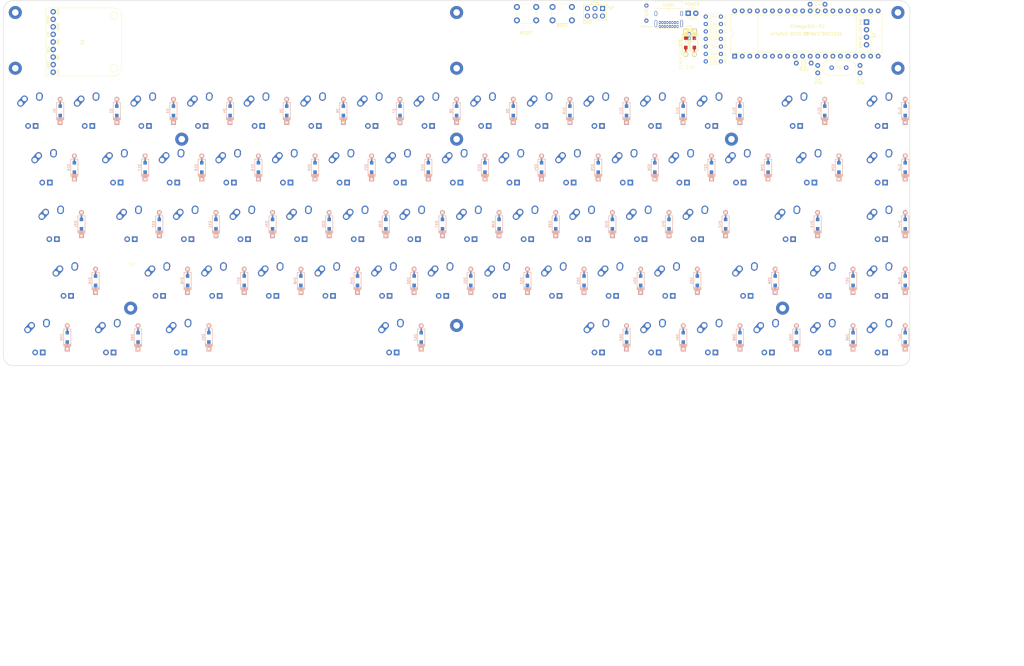
<source format=kicad_pcb>
(kicad_pcb (version 20171130) (host pcbnew "(5.1.6)-1")
  (layers (0 F.Cu signal) (31 B.Cu signal hide) (34 B.Paste user) (35 F.Paste user) (36 B.SilkS user) (37 F.SilkS user) (38 B.Mask user hide) (39 F.Mask user hide) (44 Edge.Cuts user))
  (net 0 "")
  (net 1 GND)
  (net 2 VCC)
  (net 3 row0)
  (net 4 "Net-(D1-Pad2)")
  (net 5 "Net-(D2-Pad2)")
  (net 6 "Net-(D3-Pad2)")
  (net 7 "Net-(D4-Pad2)")
  (net 8 "Net-(D5-Pad2)")
  (net 9 "Net-(D6-Pad2)")
  (net 10 "Net-(D7-Pad2)")
  (net 11 "Net-(D8-Pad2)")
  (net 12 "Net-(D9-Pad2)")
  (net 13 "Net-(D10-Pad2)")
  (net 14 "Net-(D11-Pad2)")
  (net 15 "Net-(D12-Pad2)")
  (net 16 "Net-(D13-Pad2)")
  (net 17 "Net-(D14-Pad2)")
  (net 18 "Net-(D15-Pad2)")
  (net 19 row1)
  (net 20 "Net-(D16-Pad2)")
  (net 21 "Net-(D17-Pad2)")
  (net 22 "Net-(D18-Pad2)")
  (net 23 "Net-(D19-Pad2)")
  (net 24 "Net-(D20-Pad2)")
  (net 25 "Net-(D21-Pad2)")
  (net 26 "Net-(D22-Pad2)")
  (net 27 "Net-(D23-Pad2)")
  (net 28 "Net-(D24-Pad2)")
  (net 29 "Net-(D25-Pad2)")
  (net 30 "Net-(D26-Pad2)")
  (net 31 "Net-(D27-Pad2)")
  (net 32 "Net-(D28-Pad2)")
  (net 33 "Net-(D29-Pad2)")
  (net 34 "Net-(D30-Pad2)")
  (net 35 "Net-(D31-Pad2)")
  (net 36 row2)
  (net 37 "Net-(D32-Pad2)")
  (net 38 "Net-(D33-Pad2)")
  (net 39 "Net-(D34-Pad2)")
  (net 40 "Net-(D35-Pad2)")
  (net 41 "Net-(D36-Pad2)")
  (net 42 "Net-(D37-Pad2)")
  (net 43 "Net-(D38-Pad2)")
  (net 44 "Net-(D39-Pad2)")
  (net 45 "Net-(D40-Pad2)")
  (net 46 "Net-(D41-Pad2)")
  (net 47 "Net-(D42-Pad2)")
  (net 48 "Net-(D43-Pad2)")
  (net 49 "Net-(D44-Pad2)")
  (net 50 row3)
  (net 51 "Net-(D45-Pad2)")
  (net 52 "Net-(D46-Pad2)")
  (net 53 "Net-(D47-Pad2)")
  (net 54 "Net-(D48-Pad2)")
  (net 55 "Net-(D49-Pad2)")
  (net 56 "Net-(D50-Pad2)")
  (net 57 "Net-(D51-Pad2)")
  (net 58 "Net-(D52-Pad2)")
  (net 59 "Net-(D53-Pad2)")
  (net 60 "Net-(D54-Pad2)")
  (net 61 "Net-(D55-Pad2)")
  (net 62 "Net-(D56-Pad2)")
  (net 63 "Net-(D57-Pad2)")
  (net 64 "Net-(D58-Pad2)")
  (net 65 "Net-(D59-Pad2)")
  (net 66 row4)
  (net 67 "Net-(D60-Pad2)")
  (net 68 "Net-(D61-Pad2)")
  (net 69 "Net-(D62-Pad2)")
  (net 70 "Net-(D63-Pad2)")
  (net 71 "Net-(D64-Pad2)")
  (net 72 "Net-(D65-Pad2)")
  (net 73 "Net-(D66-Pad2)")
  (net 74 "Net-(D67-Pad2)")
  (net 75 col0)
  (net 76 col1)
  (net 77 col2)
  (net 78 col3)
  (net 79 col4)
  (net 80 col5)
  (net 81 col6)
  (net 82 col7)
  (net 83 col8)
  (net 84 col9)
  (net 85 col10)
  (net 86 col11)
  (net 87 col12)
  (net 88 col13)
  (net 89 col14)
  (net 90 "Net-(R1-Pad2)")
  (net 91 "Net-(D68-Pad2)")
  (net 92 "Net-(R2-Pad1)")
  (net 93 "Net-(USB1-PadB8)")
  (net 94 "Net-(USB1-PadA8)")
  (net 95 reset)
  (net 96 +5V)
  (net 97 "Net-(U1-Pad29)")
  (net 98 "Net-(U1-Pad32)")
  (net 99 "Net-(U1-Pad33)")
  (net 100 "Net-(U1-Pad14)")
  (net 101 "Net-(U1-Pad34)")
  (net 102 "Net-(U1-Pad35)")
  (net 103 D+)
  (net 104 D-)
  (net 105 "Net-(C1-Pad1)")
  (net 106 "Net-(C2-Pad1)")
  (net 107 "Net-(D69-Pad1)")
  (net 108 "Net-(D70-Pad1)")
  (net 109 MOSI)
  (net 110 SCK)
  (net 111 MISO)
  (net 112 "Net-(LED1-Pad1)")
  (net 113 boot)
  (net 114 "Net-(U1-Pad15)")
  (net 115 CA2)
  (net 116 CA1)
  (net 117 CA3)
  (net 118 CA4)
  (net 119 CA5)
  (net 120 CA6)
  (net 121 CA7)
  (net 122 CA8)
  (net 123 CA9)
  (net 124 CB2)
  (net 125 CB1)
  (net 126 CB3)
  (net 127 CB4)
  (net 128 CB5)
  (net 129 CB6)
  (net 130 CB7)
  (net 131 CB8)
  (net 132 "Net-(SW38-Pad3)")
  (net 133 "Net-(A1-Pad1)")
  (net 134 "Net-(A1-Pad2)")
  (net 135 "Net-(A1-Pad3)")
  (net 136 "Net-(A1-Pad4)")
  (net 137 "Net-(A1-Pad9)")
  (net 138 "Net-(A1-Pad8)")
  (net 139 "Net-(A1-Pad7)")
  (net 140 "Net-(A1-Pad6)")
  (net 141 "Net-(A1-Pad5)")
  (net 142 "Net-(A2-Pad4)")
  (net 143 "Net-(A2-Pad3)")
  (net 144 "Net-(A2-Pad2)")
  (net 145 "Net-(A2-Pad1)")
  (module Gigahawk:SSD1306_MODULE_128x32 (layer F.Cu) (at 345.5924 62.738 270)
    (fp_text reference A2 (at 6.604 -1.016 90) (layer F.SilkS))
    (fp_text value SSD1306_I2C_MODULE)
    (fp_text user "SSD1306_128x32 OLED DISPLAY" (at 6.096 21.844 180 unlocked) (layer F.SilkS))
    (fp_text user SDA (at 9.81 3.556 90) (layer F.SilkS) (effects (font (size 0.762 0.762))))
    (fp_text user SCL (at 7.27 3.556 90) (layer F.SilkS) (effects (font (size 0.762 0.762))))
    (fp_text user VCC (at 4.73 3.556 90) (layer F.SilkS) (effects (font (size 0.762 0.762))))
    (fp_text user GND (at 2.19 3.556 90) (layer F.SilkS) (effects (font (size 0.762 0.762))))
    (pad 4 thru_hole circle (at 9.81 1.5 270) (size 1.820164 1.820164) (drill 0.973582) (layers *.Cu *.Mask) (net 142 "Net-(A2-Pad4)"))
    (pad 3 thru_hole circle (at 7.27 1.5 270) (size 1.820164 1.820164) (drill 0.973582) (layers *.Cu *.Mask) (net 143 "Net-(A2-Pad3)"))
    (pad 2 thru_hole circle (at 4.73 1.5 270) (size 1.820164 1.820164) (drill 0.973582) (layers *.Cu *.Mask) (net 144 "Net-(A2-Pad2)"))
    (pad 1 thru_hole rect (at 2.19 1.5 270) (size 1.820164 1.820164) (drill 0.973582) (layers *.Cu *.Mask) (net 145 "Net-(A2-Pad1)"))
  )
  (module Gigahawk:BLUEFRUIT_SPI_FRIEND (layer F.Cu) (at 68.0974 71.6026 270)
    (fp_text reference A1 (at 0 -12.2 90) (layer F.SilkS))
    (fp_text value BLUEFRUIT_SPI_FRIEND)
    (fp_text user VIN (at 10.16 -4.064 90) (layer F.SilkS) (effects (font (size 0.762 0.762))))
    (fp_text user GND (at 7.62 -0.762 90) (layer F.SilkS) (effects (font (size 0.762 0.762))))
    (fp_text user RST (at 5.08 -4.064 90) (layer F.SilkS) (effects (font (size 0.762 0.762))))
    (fp_text user DFU (at 2.54 -0.762 90) (layer F.SilkS) (effects (font (size 0.762 0.762))))
    (fp_text user IRQ (at 0 -4.064 90) (layer F.SilkS) (effects (font (size 0.762 0.762))))
    (fp_text user CS (at -2.54 -0.762 90) (layer F.SilkS) (effects (font (size 0.762 0.762))))
    (fp_text user MOSI (at -5.08 -4.064 90) (layer F.SilkS) (effects (font (size 0.762 0.762))))
    (fp_text user MISO (at -7.62 -0.762 90) (layer F.SilkS) (effects (font (size 0.762 0.762))))
    (fp_text user SCK (at -10.16 -4.064 90) (layer F.SilkS) (effects (font (size 0.762 0.762))))
    (pad 1 thru_hole circle (at -10.16 -2.413 270) (size 1.820164 1.820164) (drill 0.973658) (layers *.Cu *.Mask) (net 133 "Net-(A1-Pad1)"))
    (pad 2 thru_hole circle (at -7.62 -2.413 270) (size 1.820164 1.820164) (drill 0.973658) (layers *.Cu *.Mask) (net 134 "Net-(A1-Pad2)"))
    (pad 3 thru_hole circle (at -5.08 -2.413 270) (size 1.820164 1.820164) (drill 0.973658) (layers *.Cu *.Mask) (net 135 "Net-(A1-Pad3)"))
    (pad 4 thru_hole circle (at -2.54 -2.413 270) (size 1.820164 1.820164) (drill 0.973658) (layers *.Cu *.Mask) (net 136 "Net-(A1-Pad4)"))
    (pad 9 thru_hole circle (at 10.16 -2.413 270) (size 1.820164 1.820164) (drill 0.973658) (layers *.Cu *.Mask) (net 137 "Net-(A1-Pad9)"))
    (pad 8 thru_hole circle (at 7.62 -2.413 270) (size 1.820164 1.820164) (drill 0.973658) (layers *.Cu *.Mask) (net 138 "Net-(A1-Pad8)"))
    (pad 7 thru_hole circle (at 5.08 -2.413 270) (size 1.820164 1.820164) (drill 0.973658) (layers *.Cu *.Mask) (net 139 "Net-(A1-Pad7)"))
    (pad 6 thru_hole circle (at 2.54 -2.413 270) (size 1.820164 1.820164) (drill 0.973658) (layers *.Cu *.Mask) (net 140 "Net-(A1-Pad6)"))
    (pad 5 thru_hole circle (at 0 -2.413 270) (size 1.820164 1.820164) (drill 0.973658) (layers *.Cu *.Mask) (net 141 "Net-(A1-Pad5)"))
  )
  (module keyboard_parts:D_SOD123_axial (layer F.Cu) (at 283.30531 71.892196 270)
    (fp_text reference D70 (at 0 1.925 90) (layer F.SilkS) (effects (font (size 0.8 0.8))))
    (fp_text value 3.6V hide)
    (pad 2 smd rect (at 2.7 0 270) (size 2.5 0.5) (layers F.Cu) (net 1 GND))
    (pad 1 smd rect (at -2.7 0 270) (size 2.5 0.5) (layers F.Cu) (net 108 "Net-(D70-Pad1)"))
    (pad 2 thru_hole circle (at 3.9 0 270) (size 1.6 1.6) (drill 0.7) (layers *.Cu *.Mask F.SilkS) (net 1 GND))
    (pad 1 thru_hole rect (at -3.9 0 270) (size 1.6 1.6) (drill 0.7) (layers *.Cu *.Mask F.SilkS) (net 108 "Net-(D70-Pad1)"))
    (pad 1 smd rect (at -1.575 0 270) (size 1.2 1.2) (layers F.Cu F.Paste F.Mask) (net 108 "Net-(D70-Pad1)"))
    (pad 2 smd rect (at 1.575 0 270) (size 1.2 1.2) (layers F.Cu F.Paste F.Mask) (net 1 GND))
  )
  (module keyboard_parts:D_SOD123_axial (layer F.Cu) (at 286.174982 71.892196 270)
    (fp_text reference D69 (at 0 1.925 90) (layer F.SilkS) (effects (font (size 0.8 0.8))))
    (fp_text value 3.6V hide)
    (pad 2 smd rect (at 2.7 0 270) (size 2.5 0.5) (layers F.Cu) (net 1 GND))
    (pad 1 smd rect (at -2.7 0 270) (size 2.5 0.5) (layers F.Cu) (net 107 "Net-(D69-Pad1)"))
    (pad 2 thru_hole circle (at 3.9 0 270) (size 1.6 1.6) (drill 0.7) (layers *.Cu *.Mask F.SilkS) (net 1 GND))
    (pad 1 thru_hole rect (at -3.9 0 270) (size 1.6 1.6) (drill 0.7) (layers *.Cu *.Mask F.SilkS) (net 107 "Net-(D69-Pad1)"))
    (pad 1 smd rect (at -1.575 0 270) (size 1.2 1.2) (layers F.Cu F.Paste F.Mask) (net 107 "Net-(D69-Pad1)"))
    (pad 2 smd rect (at 1.575 0 270) (size 1.2 1.2) (layers F.Cu F.Paste F.Mask) (net 1 GND))
  )
  (module keyboard_parts:D_SOD123_axial (layer B.Cu) (at 301.506528 170.96362 90)
    (fp_text reference D68 (at 0 -1.925 270) (layer B.SilkS) (effects (font (size 0.8 0.8)) (justify mirror)))
    (fp_text value " " hide)
    (pad 2 smd rect (at 2.7 0 90) (size 2.5 0.5) (layers B.Cu) (net 91 "Net-(D68-Pad2)"))
    (pad 1 smd rect (at -2.7 0 90) (size 2.5 0.5) (layers B.Cu) (net 66 row4))
    (pad 2 thru_hole circle (at 3.9 0 90) (size 1.6 1.6) (drill 0.7) (layers *.Cu *.Mask B.SilkS) (net 91 "Net-(D68-Pad2)"))
    (pad 1 thru_hole rect (at -3.9 0 90) (size 1.6 1.6) (drill 0.7) (layers *.Cu *.Mask B.SilkS) (net 66 row4))
    (pad 1 smd rect (at -1.575 0 90) (size 1.2 1.2) (layers B.Cu B.Paste B.Mask) (net 66 row4))
    (pad 2 smd rect (at 1.575 0 90) (size 1.2 1.2) (layers B.Cu B.Paste B.Mask) (net 91 "Net-(D68-Pad2)"))
  )
  (module keyboard_parts:D_SOD123_axial (layer B.Cu) (at 357.11625 170.97375 90)
    (fp_text reference D67 (at 0 -1.925 270) (layer B.SilkS) (effects (font (size 0.8 0.8)) (justify mirror)))
    (fp_text value " " hide)
    (pad 2 smd rect (at 2.7 0 90) (size 2.5 0.5) (layers B.Cu) (net 74 "Net-(D67-Pad2)"))
    (pad 1 smd rect (at -2.7 0 90) (size 2.5 0.5) (layers B.Cu) (net 66 row4))
    (pad 2 thru_hole circle (at 3.9 0 90) (size 1.6 1.6) (drill 0.7) (layers *.Cu *.Mask B.SilkS) (net 74 "Net-(D67-Pad2)"))
    (pad 1 thru_hole rect (at -3.9 0 90) (size 1.6 1.6) (drill 0.7) (layers *.Cu *.Mask B.SilkS) (net 66 row4))
    (pad 1 smd rect (at -1.575 0 90) (size 1.2 1.2) (layers B.Cu B.Paste B.Mask) (net 66 row4))
    (pad 2 smd rect (at 1.575 0 90) (size 1.2 1.2) (layers B.Cu B.Paste B.Mask) (net 74 "Net-(D67-Pad2)"))
  )
  (module keyboard_parts:D_SOD123_axial (layer B.Cu) (at 339.56625 170.97375 90)
    (fp_text reference D66 (at 0 -1.925 270) (layer B.SilkS) (effects (font (size 0.8 0.8)) (justify mirror)))
    (fp_text value " " hide)
    (pad 2 smd rect (at 2.7 0 90) (size 2.5 0.5) (layers B.Cu) (net 73 "Net-(D66-Pad2)"))
    (pad 1 smd rect (at -2.7 0 90) (size 2.5 0.5) (layers B.Cu) (net 66 row4))
    (pad 2 thru_hole circle (at 3.9 0 90) (size 1.6 1.6) (drill 0.7) (layers *.Cu *.Mask B.SilkS) (net 73 "Net-(D66-Pad2)"))
    (pad 1 thru_hole rect (at -3.9 0 90) (size 1.6 1.6) (drill 0.7) (layers *.Cu *.Mask B.SilkS) (net 66 row4))
    (pad 1 smd rect (at -1.575 0 90) (size 1.2 1.2) (layers B.Cu B.Paste B.Mask) (net 66 row4))
    (pad 2 smd rect (at 1.575 0 90) (size 1.2 1.2) (layers B.Cu B.Paste B.Mask) (net 73 "Net-(D66-Pad2)"))
  )
  (module keyboard_parts:D_SOD123_axial (layer B.Cu) (at 320.51625 170.97375 90)
    (fp_text reference D65 (at 0 -1.925 270) (layer B.SilkS) (effects (font (size 0.8 0.8)) (justify mirror)))
    (fp_text value " " hide)
    (pad 2 smd rect (at 2.7 0 90) (size 2.5 0.5) (layers B.Cu) (net 72 "Net-(D65-Pad2)"))
    (pad 1 smd rect (at -2.7 0 90) (size 2.5 0.5) (layers B.Cu) (net 66 row4))
    (pad 2 thru_hole circle (at 3.9 0 90) (size 1.6 1.6) (drill 0.7) (layers *.Cu *.Mask B.SilkS) (net 72 "Net-(D65-Pad2)"))
    (pad 1 thru_hole rect (at -3.9 0 90) (size 1.6 1.6) (drill 0.7) (layers *.Cu *.Mask B.SilkS) (net 66 row4))
    (pad 1 smd rect (at -1.575 0 90) (size 1.2 1.2) (layers B.Cu B.Paste B.Mask) (net 66 row4))
    (pad 2 smd rect (at 1.575 0 90) (size 1.2 1.2) (layers B.Cu B.Paste B.Mask) (net 72 "Net-(D65-Pad2)"))
  )
  (module keyboard_parts:D_SOD123_axial (layer B.Cu) (at 282.451206 170.97375 90)
    (fp_text reference D64 (at 0 -1.925 270) (layer B.SilkS) (effects (font (size 0.8 0.8)) (justify mirror)))
    (fp_text value " " hide)
    (pad 2 smd rect (at 2.7 0 90) (size 2.5 0.5) (layers B.Cu) (net 71 "Net-(D64-Pad2)"))
    (pad 1 smd rect (at -2.7 0 90) (size 2.5 0.5) (layers B.Cu) (net 66 row4))
    (pad 2 thru_hole circle (at 3.9 0 90) (size 1.6 1.6) (drill 0.7) (layers *.Cu *.Mask B.SilkS) (net 71 "Net-(D64-Pad2)"))
    (pad 1 thru_hole rect (at -3.9 0 90) (size 1.6 1.6) (drill 0.7) (layers *.Cu *.Mask B.SilkS) (net 66 row4))
    (pad 1 smd rect (at -1.575 0 90) (size 1.2 1.2) (layers B.Cu B.Paste B.Mask) (net 66 row4))
    (pad 2 smd rect (at 1.575 0 90) (size 1.2 1.2) (layers B.Cu B.Paste B.Mask) (net 71 "Net-(D64-Pad2)"))
  )
  (module keyboard_parts:D_SOD123_axial (layer B.Cu) (at 263.395884 170.96362 90)
    (fp_text reference D63 (at 0 -1.925 270) (layer B.SilkS) (effects (font (size 0.8 0.8)) (justify mirror)))
    (fp_text value " " hide)
    (pad 2 smd rect (at 2.7 0 90) (size 2.5 0.5) (layers B.Cu) (net 70 "Net-(D63-Pad2)"))
    (pad 1 smd rect (at -2.7 0 90) (size 2.5 0.5) (layers B.Cu) (net 66 row4))
    (pad 2 thru_hole circle (at 3.9 0 90) (size 1.6 1.6) (drill 0.7) (layers *.Cu *.Mask B.SilkS) (net 70 "Net-(D63-Pad2)"))
    (pad 1 thru_hole rect (at -3.9 0 90) (size 1.6 1.6) (drill 0.7) (layers *.Cu *.Mask B.SilkS) (net 66 row4))
    (pad 1 smd rect (at -1.575 0 90) (size 1.2 1.2) (layers B.Cu B.Paste B.Mask) (net 66 row4))
    (pad 2 smd rect (at 1.575 0 90) (size 1.2 1.2) (layers B.Cu B.Paste B.Mask) (net 70 "Net-(D63-Pad2)"))
  )
  (module keyboard_parts:D_SOD123_axial (layer B.Cu) (at 194.31025 170.97375 90)
    (fp_text reference D62 (at 0 -1.925 -90) (layer B.SilkS) (effects (font (size 0.8 0.8)) (justify mirror)))
    (fp_text value " " hide)
    (pad 2 smd rect (at 2.7 0 90) (size 2.5 0.5) (layers B.Cu) (net 69 "Net-(D62-Pad2)"))
    (pad 1 smd rect (at -2.7 0 90) (size 2.5 0.5) (layers B.Cu) (net 66 row4))
    (pad 2 thru_hole circle (at 3.9 0 90) (size 1.6 1.6) (drill 0.7) (layers *.Cu *.Mask B.SilkS) (net 69 "Net-(D62-Pad2)"))
    (pad 1 thru_hole rect (at -3.9 0 90) (size 1.6 1.6) (drill 0.7) (layers *.Cu *.Mask B.SilkS) (net 66 row4))
    (pad 1 smd rect (at -1.575 0 90) (size 1.2 1.2) (layers B.Cu B.Paste B.Mask) (net 66 row4))
    (pad 2 smd rect (at 1.575 0 90) (size 1.2 1.2) (layers B.Cu B.Paste B.Mask) (net 69 "Net-(D62-Pad2)"))
  )
  (module keyboard_parts:D_SOD123_axial (layer B.Cu) (at 122.87245 170.96362 90)
    (fp_text reference D61 (at 0 -1.925 270) (layer B.SilkS) (effects (font (size 0.8 0.8)) (justify mirror)))
    (fp_text value " " hide)
    (pad 2 smd rect (at 2.7 0 90) (size 2.5 0.5) (layers B.Cu) (net 68 "Net-(D61-Pad2)"))
    (pad 1 smd rect (at -2.7 0 90) (size 2.5 0.5) (layers B.Cu) (net 66 row4))
    (pad 2 thru_hole circle (at 3.9 0 90) (size 1.6 1.6) (drill 0.7) (layers *.Cu *.Mask B.SilkS) (net 68 "Net-(D61-Pad2)"))
    (pad 1 thru_hole rect (at -3.9 0 90) (size 1.6 1.6) (drill 0.7) (layers *.Cu *.Mask B.SilkS) (net 66 row4))
    (pad 1 smd rect (at -1.575 0 90) (size 1.2 1.2) (layers B.Cu B.Paste B.Mask) (net 66 row4))
    (pad 2 smd rect (at 1.575 0 90) (size 1.2 1.2) (layers B.Cu B.Paste B.Mask) (net 68 "Net-(D61-Pad2)"))
  )
  (module keyboard_parts:D_SOD123_axial (layer B.Cu) (at 99.06005 170.97375 90)
    (fp_text reference D60 (at 0 -1.925 270) (layer B.SilkS) (effects (font (size 0.8 0.8)) (justify mirror)))
    (fp_text value " " hide)
    (pad 2 smd rect (at 2.7 0 90) (size 2.5 0.5) (layers B.Cu) (net 67 "Net-(D60-Pad2)"))
    (pad 1 smd rect (at -2.7 0 90) (size 2.5 0.5) (layers B.Cu) (net 66 row4))
    (pad 2 thru_hole circle (at 3.9 0 90) (size 1.6 1.6) (drill 0.7) (layers *.Cu *.Mask B.SilkS) (net 67 "Net-(D60-Pad2)"))
    (pad 1 thru_hole rect (at -3.9 0 90) (size 1.6 1.6) (drill 0.7) (layers *.Cu *.Mask B.SilkS) (net 66 row4))
    (pad 1 smd rect (at -1.575 0 90) (size 1.2 1.2) (layers B.Cu B.Paste B.Mask) (net 66 row4))
    (pad 2 smd rect (at 1.575 0 90) (size 1.2 1.2) (layers B.Cu B.Paste B.Mask) (net 67 "Net-(D60-Pad2)"))
  )
  (module keyboard_parts:D_SOD123_axial (layer B.Cu) (at 75.24745 170.96362 90)
    (fp_text reference D59 (at 0 -1.925 270) (layer B.SilkS) (effects (font (size 0.8 0.8)) (justify mirror)))
    (fp_text value " " hide)
    (pad 2 smd rect (at 2.7 0 90) (size 2.5 0.5) (layers B.Cu) (net 65 "Net-(D59-Pad2)"))
    (pad 1 smd rect (at -2.7 0 90) (size 2.5 0.5) (layers B.Cu) (net 66 row4))
    (pad 2 thru_hole circle (at 3.9 0 90) (size 1.6 1.6) (drill 0.7) (layers *.Cu *.Mask B.SilkS) (net 65 "Net-(D59-Pad2)"))
    (pad 1 thru_hole rect (at -3.9 0 90) (size 1.6 1.6) (drill 0.7) (layers *.Cu *.Mask B.SilkS) (net 66 row4))
    (pad 1 smd rect (at -1.575 0 90) (size 1.2 1.2) (layers B.Cu B.Paste B.Mask) (net 66 row4))
    (pad 2 smd rect (at 1.575 0 90) (size 1.2 1.2) (layers B.Cu B.Paste B.Mask) (net 65 "Net-(D59-Pad2)"))
  )
  (module keyboard_parts:D_SOD123_axial (layer B.Cu) (at 357.11625 151.92375 90)
    (fp_text reference D58 (at 0 -1.925 270) (layer B.SilkS) (effects (font (size 0.8 0.8)) (justify mirror)))
    (fp_text value " " hide)
    (pad 2 smd rect (at 2.7 0 90) (size 2.5 0.5) (layers B.Cu) (net 64 "Net-(D58-Pad2)"))
    (pad 1 smd rect (at -2.7 0 90) (size 2.5 0.5) (layers B.Cu) (net 50 row3))
    (pad 2 thru_hole circle (at 3.9 0 90) (size 1.6 1.6) (drill 0.7) (layers *.Cu *.Mask B.SilkS) (net 64 "Net-(D58-Pad2)"))
    (pad 1 thru_hole rect (at -3.9 0 90) (size 1.6 1.6) (drill 0.7) (layers *.Cu *.Mask B.SilkS) (net 50 row3))
    (pad 1 smd rect (at -1.575 0 90) (size 1.2 1.2) (layers B.Cu B.Paste B.Mask) (net 50 row3))
    (pad 2 smd rect (at 1.575 0 90) (size 1.2 1.2) (layers B.Cu B.Paste B.Mask) (net 64 "Net-(D58-Pad2)"))
  )
  (module keyboard_parts:D_SOD123_axial (layer B.Cu) (at 339.56625 151.92375 90)
    (fp_text reference D57 (at 0 -1.925 270) (layer B.SilkS) (effects (font (size 0.8 0.8)) (justify mirror)))
    (fp_text value " " hide)
    (pad 2 smd rect (at 2.7 0 90) (size 2.5 0.5) (layers B.Cu) (net 63 "Net-(D57-Pad2)"))
    (pad 1 smd rect (at -2.7 0 90) (size 2.5 0.5) (layers B.Cu) (net 50 row3))
    (pad 2 thru_hole circle (at 3.9 0 90) (size 1.6 1.6) (drill 0.7) (layers *.Cu *.Mask B.SilkS) (net 63 "Net-(D57-Pad2)"))
    (pad 1 thru_hole rect (at -3.9 0 90) (size 1.6 1.6) (drill 0.7) (layers *.Cu *.Mask B.SilkS) (net 50 row3))
    (pad 1 smd rect (at -1.575 0 90) (size 1.2 1.2) (layers B.Cu B.Paste B.Mask) (net 50 row3))
    (pad 2 smd rect (at 1.575 0 90) (size 1.2 1.2) (layers B.Cu B.Paste B.Mask) (net 63 "Net-(D57-Pad2)"))
  )
  (module keyboard_parts:D_SOD123_axial (layer B.Cu) (at 313.37225 151.92375 90)
    (fp_text reference D56 (at 0 -1.925 270) (layer B.SilkS) (effects (font (size 0.8 0.8)) (justify mirror)))
    (fp_text value " " hide)
    (pad 2 smd rect (at 2.7 0 90) (size 2.5 0.5) (layers B.Cu) (net 62 "Net-(D56-Pad2)"))
    (pad 1 smd rect (at -2.7 0 90) (size 2.5 0.5) (layers B.Cu) (net 50 row3))
    (pad 2 thru_hole circle (at 3.9 0 90) (size 1.6 1.6) (drill 0.7) (layers *.Cu *.Mask B.SilkS) (net 62 "Net-(D56-Pad2)"))
    (pad 1 thru_hole rect (at -3.9 0 90) (size 1.6 1.6) (drill 0.7) (layers *.Cu *.Mask B.SilkS) (net 50 row3))
    (pad 1 smd rect (at -1.575 0 90) (size 1.2 1.2) (layers B.Cu B.Paste B.Mask) (net 50 row3))
    (pad 2 smd rect (at 1.575 0 90) (size 1.2 1.2) (layers B.Cu B.Paste B.Mask) (net 62 "Net-(D56-Pad2)"))
  )
  (module keyboard_parts:D_SOD123_axial (layer B.Cu) (at 287.17925 151.92375 90)
    (fp_text reference D55 (at 0 -1.925 270) (layer B.SilkS) (effects (font (size 0.8 0.8)) (justify mirror)))
    (fp_text value " " hide)
    (pad 2 smd rect (at 2.7 0 90) (size 2.5 0.5) (layers B.Cu) (net 61 "Net-(D55-Pad2)"))
    (pad 1 smd rect (at -2.7 0 90) (size 2.5 0.5) (layers B.Cu) (net 50 row3))
    (pad 2 thru_hole circle (at 3.9 0 90) (size 1.6 1.6) (drill 0.7) (layers *.Cu *.Mask B.SilkS) (net 61 "Net-(D55-Pad2)"))
    (pad 1 thru_hole rect (at -3.9 0 90) (size 1.6 1.6) (drill 0.7) (layers *.Cu *.Mask B.SilkS) (net 50 row3))
    (pad 1 smd rect (at -1.575 0 90) (size 1.2 1.2) (layers B.Cu B.Paste B.Mask) (net 50 row3))
    (pad 2 smd rect (at 1.575 0 90) (size 1.2 1.2) (layers B.Cu B.Paste B.Mask) (net 61 "Net-(D55-Pad2)"))
  )
  (module keyboard_parts:D_SOD123_axial (layer B.Cu) (at 268.12925 151.92375 90)
    (fp_text reference D54 (at 0 -1.925 270) (layer B.SilkS) (effects (font (size 0.8 0.8)) (justify mirror)))
    (fp_text value " " hide)
    (pad 2 smd rect (at 2.7 0 90) (size 2.5 0.5) (layers B.Cu) (net 60 "Net-(D54-Pad2)"))
    (pad 1 smd rect (at -2.7 0 90) (size 2.5 0.5) (layers B.Cu) (net 50 row3))
    (pad 2 thru_hole circle (at 3.9 0 90) (size 1.6 1.6) (drill 0.7) (layers *.Cu *.Mask B.SilkS) (net 60 "Net-(D54-Pad2)"))
    (pad 1 thru_hole rect (at -3.9 0 90) (size 1.6 1.6) (drill 0.7) (layers *.Cu *.Mask B.SilkS) (net 50 row3))
    (pad 1 smd rect (at -1.575 0 90) (size 1.2 1.2) (layers B.Cu B.Paste B.Mask) (net 50 row3))
    (pad 2 smd rect (at 1.575 0 90) (size 1.2 1.2) (layers B.Cu B.Paste B.Mask) (net 60 "Net-(D54-Pad2)"))
  )
  (module keyboard_parts:D_SOD123_axial (layer B.Cu) (at 249.07925 151.92375 90)
    (fp_text reference D53 (at 0 -1.925 270) (layer B.SilkS) (effects (font (size 0.8 0.8)) (justify mirror)))
    (fp_text value " " hide)
    (pad 2 smd rect (at 2.7 0 90) (size 2.5 0.5) (layers B.Cu) (net 59 "Net-(D53-Pad2)"))
    (pad 1 smd rect (at -2.7 0 90) (size 2.5 0.5) (layers B.Cu) (net 50 row3))
    (pad 2 thru_hole circle (at 3.9 0 90) (size 1.6 1.6) (drill 0.7) (layers *.Cu *.Mask B.SilkS) (net 59 "Net-(D53-Pad2)"))
    (pad 1 thru_hole rect (at -3.9 0 90) (size 1.6 1.6) (drill 0.7) (layers *.Cu *.Mask B.SilkS) (net 50 row3))
    (pad 1 smd rect (at -1.575 0 90) (size 1.2 1.2) (layers B.Cu B.Paste B.Mask) (net 50 row3))
    (pad 2 smd rect (at 1.575 0 90) (size 1.2 1.2) (layers B.Cu B.Paste B.Mask) (net 59 "Net-(D53-Pad2)"))
  )
  (module keyboard_parts:D_SOD123_axial (layer B.Cu) (at 230.02925 151.92375 90)
    (fp_text reference D52 (at 0 -1.925 270) (layer B.SilkS) (effects (font (size 0.8 0.8)) (justify mirror)))
    (fp_text value " " hide)
    (pad 2 smd rect (at 2.7 0 90) (size 2.5 0.5) (layers B.Cu) (net 58 "Net-(D52-Pad2)"))
    (pad 1 smd rect (at -2.7 0 90) (size 2.5 0.5) (layers B.Cu) (net 50 row3))
    (pad 2 thru_hole circle (at 3.9 0 90) (size 1.6 1.6) (drill 0.7) (layers *.Cu *.Mask B.SilkS) (net 58 "Net-(D52-Pad2)"))
    (pad 1 thru_hole rect (at -3.9 0 90) (size 1.6 1.6) (drill 0.7) (layers *.Cu *.Mask B.SilkS) (net 50 row3))
    (pad 1 smd rect (at -1.575 0 90) (size 1.2 1.2) (layers B.Cu B.Paste B.Mask) (net 50 row3))
    (pad 2 smd rect (at 1.575 0 90) (size 1.2 1.2) (layers B.Cu B.Paste B.Mask) (net 58 "Net-(D52-Pad2)"))
  )
  (module keyboard_parts:D_SOD123_axial (layer B.Cu) (at 210.97925 151.92375 90)
    (fp_text reference D51 (at 0 -1.925 270) (layer B.SilkS) (effects (font (size 0.8 0.8)) (justify mirror)))
    (fp_text value " " hide)
    (pad 2 smd rect (at 2.7 0 90) (size 2.5 0.5) (layers B.Cu) (net 57 "Net-(D51-Pad2)"))
    (pad 1 smd rect (at -2.7 0 90) (size 2.5 0.5) (layers B.Cu) (net 50 row3))
    (pad 2 thru_hole circle (at 3.9 0 90) (size 1.6 1.6) (drill 0.7) (layers *.Cu *.Mask B.SilkS) (net 57 "Net-(D51-Pad2)"))
    (pad 1 thru_hole rect (at -3.9 0 90) (size 1.6 1.6) (drill 0.7) (layers *.Cu *.Mask B.SilkS) (net 50 row3))
    (pad 1 smd rect (at -1.575 0 90) (size 1.2 1.2) (layers B.Cu B.Paste B.Mask) (net 50 row3))
    (pad 2 smd rect (at 1.575 0 90) (size 1.2 1.2) (layers B.Cu B.Paste B.Mask) (net 57 "Net-(D51-Pad2)"))
  )
  (module keyboard_parts:D_SOD123_axial (layer B.Cu) (at 191.92925 151.92375 90)
    (fp_text reference D50 (at 0 -1.925 270) (layer B.SilkS) (effects (font (size 0.8 0.8)) (justify mirror)))
    (fp_text value " " hide)
    (pad 2 smd rect (at 2.7 0 90) (size 2.5 0.5) (layers B.Cu) (net 56 "Net-(D50-Pad2)"))
    (pad 1 smd rect (at -2.7 0 90) (size 2.5 0.5) (layers B.Cu) (net 50 row3))
    (pad 2 thru_hole circle (at 3.9 0 90) (size 1.6 1.6) (drill 0.7) (layers *.Cu *.Mask B.SilkS) (net 56 "Net-(D50-Pad2)"))
    (pad 1 thru_hole rect (at -3.9 0 90) (size 1.6 1.6) (drill 0.7) (layers *.Cu *.Mask B.SilkS) (net 50 row3))
    (pad 1 smd rect (at -1.575 0 90) (size 1.2 1.2) (layers B.Cu B.Paste B.Mask) (net 50 row3))
    (pad 2 smd rect (at 1.575 0 90) (size 1.2 1.2) (layers B.Cu B.Paste B.Mask) (net 56 "Net-(D50-Pad2)"))
  )
  (module keyboard_parts:D_SOD123_axial (layer B.Cu) (at 172.87925 151.92375 90)
    (fp_text reference D49 (at 0 -1.925 270) (layer B.SilkS) (effects (font (size 0.8 0.8)) (justify mirror)))
    (fp_text value " " hide)
    (pad 2 smd rect (at 2.7 0 90) (size 2.5 0.5) (layers B.Cu) (net 55 "Net-(D49-Pad2)"))
    (pad 1 smd rect (at -2.7 0 90) (size 2.5 0.5) (layers B.Cu) (net 50 row3))
    (pad 2 thru_hole circle (at 3.9 0 90) (size 1.6 1.6) (drill 0.7) (layers *.Cu *.Mask B.SilkS) (net 55 "Net-(D49-Pad2)"))
    (pad 1 thru_hole rect (at -3.9 0 90) (size 1.6 1.6) (drill 0.7) (layers *.Cu *.Mask B.SilkS) (net 50 row3))
    (pad 1 smd rect (at -1.575 0 90) (size 1.2 1.2) (layers B.Cu B.Paste B.Mask) (net 50 row3))
    (pad 2 smd rect (at 1.575 0 90) (size 1.2 1.2) (layers B.Cu B.Paste B.Mask) (net 55 "Net-(D49-Pad2)"))
  )
  (module keyboard_parts:D_SOD123_axial (layer B.Cu) (at 153.82875 151.92375 90)
    (fp_text reference D48 (at 0 -1.925 270) (layer B.SilkS) (effects (font (size 0.8 0.8)) (justify mirror)))
    (fp_text value " " hide)
    (pad 2 smd rect (at 2.7 0 90) (size 2.5 0.5) (layers B.Cu) (net 54 "Net-(D48-Pad2)"))
    (pad 1 smd rect (at -2.7 0 90) (size 2.5 0.5) (layers B.Cu) (net 50 row3))
    (pad 2 thru_hole circle (at 3.9 0 90) (size 1.6 1.6) (drill 0.7) (layers *.Cu *.Mask B.SilkS) (net 54 "Net-(D48-Pad2)"))
    (pad 1 thru_hole rect (at -3.9 0 90) (size 1.6 1.6) (drill 0.7) (layers *.Cu *.Mask B.SilkS) (net 50 row3))
    (pad 1 smd rect (at -1.575 0 90) (size 1.2 1.2) (layers B.Cu B.Paste B.Mask) (net 50 row3))
    (pad 2 smd rect (at 1.575 0 90) (size 1.2 1.2) (layers B.Cu B.Paste B.Mask) (net 54 "Net-(D48-Pad2)"))
  )
  (module keyboard_parts:D_SOD123_axial (layer B.Cu) (at 134.77875 151.92375 90)
    (fp_text reference D47 (at 0 -1.925 270) (layer B.SilkS) (effects (font (size 0.8 0.8)) (justify mirror)))
    (fp_text value " " hide)
    (pad 2 smd rect (at 2.7 0 90) (size 2.5 0.5) (layers B.Cu) (net 53 "Net-(D47-Pad2)"))
    (pad 1 smd rect (at -2.7 0 90) (size 2.5 0.5) (layers B.Cu) (net 50 row3))
    (pad 2 thru_hole circle (at 3.9 0 90) (size 1.6 1.6) (drill 0.7) (layers *.Cu *.Mask B.SilkS) (net 53 "Net-(D47-Pad2)"))
    (pad 1 thru_hole rect (at -3.9 0 90) (size 1.6 1.6) (drill 0.7) (layers *.Cu *.Mask B.SilkS) (net 50 row3))
    (pad 1 smd rect (at -1.575 0 90) (size 1.2 1.2) (layers B.Cu B.Paste B.Mask) (net 50 row3))
    (pad 2 smd rect (at 1.575 0 90) (size 1.2 1.2) (layers B.Cu B.Paste B.Mask) (net 53 "Net-(D47-Pad2)"))
  )
  (module keyboard_parts:D_SOD123_axial (layer B.Cu) (at 115.72875 151.92375 90)
    (fp_text reference D46 (at 0 -1.925 270) (layer B.SilkS) (effects (font (size 0.8 0.8)) (justify mirror)))
    (fp_text value " " hide)
    (pad 2 smd rect (at 2.7 0 90) (size 2.5 0.5) (layers B.Cu) (net 52 "Net-(D46-Pad2)"))
    (pad 1 smd rect (at -2.7 0 90) (size 2.5 0.5) (layers B.Cu) (net 50 row3))
    (pad 2 thru_hole circle (at 3.9 0 90) (size 1.6 1.6) (drill 0.7) (layers *.Cu *.Mask B.SilkS) (net 52 "Net-(D46-Pad2)"))
    (pad 1 thru_hole rect (at -3.9 0 90) (size 1.6 1.6) (drill 0.7) (layers *.Cu *.Mask B.SilkS) (net 50 row3))
    (pad 1 smd rect (at -1.575 0 90) (size 1.2 1.2) (layers B.Cu B.Paste B.Mask) (net 50 row3))
    (pad 2 smd rect (at 1.575 0 90) (size 1.2 1.2) (layers B.Cu B.Paste B.Mask) (net 52 "Net-(D46-Pad2)"))
  )
  (module keyboard_parts:D_SOD123_axial (layer B.Cu) (at 84.77245 151.92375 90)
    (fp_text reference D45 (at 0 -1.925 270) (layer B.SilkS) (effects (font (size 0.8 0.8)) (justify mirror)))
    (fp_text value " " hide)
    (pad 2 smd rect (at 2.7 0 90) (size 2.5 0.5) (layers B.Cu) (net 51 "Net-(D45-Pad2)"))
    (pad 1 smd rect (at -2.7 0 90) (size 2.5 0.5) (layers B.Cu) (net 50 row3))
    (pad 2 thru_hole circle (at 3.9 0 90) (size 1.6 1.6) (drill 0.7) (layers *.Cu *.Mask B.SilkS) (net 51 "Net-(D45-Pad2)"))
    (pad 1 thru_hole rect (at -3.9 0 90) (size 1.6 1.6) (drill 0.7) (layers *.Cu *.Mask B.SilkS) (net 50 row3))
    (pad 1 smd rect (at -1.575 0 90) (size 1.2 1.2) (layers B.Cu B.Paste B.Mask) (net 50 row3))
    (pad 2 smd rect (at 1.575 0 90) (size 1.2 1.2) (layers B.Cu B.Paste B.Mask) (net 51 "Net-(D45-Pad2)"))
  )
  (module keyboard_parts:D_SOD123_axial (layer B.Cu) (at 357.11625 132.87375 90)
    (fp_text reference D44 (at 0 -1.925 270) (layer B.SilkS) (effects (font (size 0.8 0.8)) (justify mirror)))
    (fp_text value " " hide)
    (pad 2 smd rect (at 2.7 0 90) (size 2.5 0.5) (layers B.Cu) (net 49 "Net-(D44-Pad2)"))
    (pad 1 smd rect (at -2.7 0 90) (size 2.5 0.5) (layers B.Cu) (net 36 row2))
    (pad 2 thru_hole circle (at 3.9 0 90) (size 1.6 1.6) (drill 0.7) (layers *.Cu *.Mask B.SilkS) (net 49 "Net-(D44-Pad2)"))
    (pad 1 thru_hole rect (at -3.9 0 90) (size 1.6 1.6) (drill 0.7) (layers *.Cu *.Mask B.SilkS) (net 36 row2))
    (pad 1 smd rect (at -1.575 0 90) (size 1.2 1.2) (layers B.Cu B.Paste B.Mask) (net 36 row2))
    (pad 2 smd rect (at 1.575 0 90) (size 1.2 1.2) (layers B.Cu B.Paste B.Mask) (net 49 "Net-(D44-Pad2)"))
  )
  (module keyboard_parts:D_SOD123_axial (layer B.Cu) (at 327.66025 132.87375 90)
    (fp_text reference D43 (at 0 -1.925 270) (layer B.SilkS) (effects (font (size 0.8 0.8)) (justify mirror)))
    (fp_text value " " hide)
    (pad 2 smd rect (at 2.7 0 90) (size 2.5 0.5) (layers B.Cu) (net 48 "Net-(D43-Pad2)"))
    (pad 1 smd rect (at -2.7 0 90) (size 2.5 0.5) (layers B.Cu) (net 36 row2))
    (pad 2 thru_hole circle (at 3.9 0 90) (size 1.6 1.6) (drill 0.7) (layers *.Cu *.Mask B.SilkS) (net 48 "Net-(D43-Pad2)"))
    (pad 1 thru_hole rect (at -3.9 0 90) (size 1.6 1.6) (drill 0.7) (layers *.Cu *.Mask B.SilkS) (net 36 row2))
    (pad 1 smd rect (at -1.575 0 90) (size 1.2 1.2) (layers B.Cu B.Paste B.Mask) (net 36 row2))
    (pad 2 smd rect (at 1.575 0 90) (size 1.2 1.2) (layers B.Cu B.Paste B.Mask) (net 48 "Net-(D43-Pad2)"))
  )
  (module keyboard_parts:D_SOD123_axial (layer B.Cu) (at 296.70325 132.87375 90)
    (fp_text reference D42 (at 0 -1.925 -90) (layer B.SilkS) (effects (font (size 0.8 0.8)) (justify mirror)))
    (fp_text value " " hide)
    (pad 2 smd rect (at 2.7 0 90) (size 2.5 0.5) (layers B.Cu) (net 47 "Net-(D42-Pad2)"))
    (pad 1 smd rect (at -2.7 0 90) (size 2.5 0.5) (layers B.Cu) (net 36 row2))
    (pad 2 thru_hole circle (at 3.9 0 90) (size 1.6 1.6) (drill 0.7) (layers *.Cu *.Mask B.SilkS) (net 47 "Net-(D42-Pad2)"))
    (pad 1 thru_hole rect (at -3.9 0 90) (size 1.6 1.6) (drill 0.7) (layers *.Cu *.Mask B.SilkS) (net 36 row2))
    (pad 1 smd rect (at -1.575 0 90) (size 1.2 1.2) (layers B.Cu B.Paste B.Mask) (net 36 row2))
    (pad 2 smd rect (at 1.575 0 90) (size 1.2 1.2) (layers B.Cu B.Paste B.Mask) (net 47 "Net-(D42-Pad2)"))
  )
  (module keyboard_parts:D_SOD123_axial (layer B.Cu) (at 277.65325 132.87375 90)
    (fp_text reference D41 (at 0 -1.925 -90) (layer B.SilkS) (effects (font (size 0.8 0.8)) (justify mirror)))
    (fp_text value " " hide)
    (pad 2 smd rect (at 2.7 0 90) (size 2.5 0.5) (layers B.Cu) (net 46 "Net-(D41-Pad2)"))
    (pad 1 smd rect (at -2.7 0 90) (size 2.5 0.5) (layers B.Cu) (net 36 row2))
    (pad 2 thru_hole circle (at 3.9 0 90) (size 1.6 1.6) (drill 0.7) (layers *.Cu *.Mask B.SilkS) (net 46 "Net-(D41-Pad2)"))
    (pad 1 thru_hole rect (at -3.9 0 90) (size 1.6 1.6) (drill 0.7) (layers *.Cu *.Mask B.SilkS) (net 36 row2))
    (pad 1 smd rect (at -1.575 0 90) (size 1.2 1.2) (layers B.Cu B.Paste B.Mask) (net 36 row2))
    (pad 2 smd rect (at 1.575 0 90) (size 1.2 1.2) (layers B.Cu B.Paste B.Mask) (net 46 "Net-(D41-Pad2)"))
  )
  (module keyboard_parts:D_SOD123_axial (layer B.Cu) (at 258.60325 132.87375 90)
    (fp_text reference D40 (at 0 -1.925 270) (layer B.SilkS) (effects (font (size 0.8 0.8)) (justify mirror)))
    (fp_text value " " hide)
    (pad 2 smd rect (at 2.7 0 90) (size 2.5 0.5) (layers B.Cu) (net 45 "Net-(D40-Pad2)"))
    (pad 1 smd rect (at -2.7 0 90) (size 2.5 0.5) (layers B.Cu) (net 36 row2))
    (pad 2 thru_hole circle (at 3.9 0 90) (size 1.6 1.6) (drill 0.7) (layers *.Cu *.Mask B.SilkS) (net 45 "Net-(D40-Pad2)"))
    (pad 1 thru_hole rect (at -3.9 0 90) (size 1.6 1.6) (drill 0.7) (layers *.Cu *.Mask B.SilkS) (net 36 row2))
    (pad 1 smd rect (at -1.575 0 90) (size 1.2 1.2) (layers B.Cu B.Paste B.Mask) (net 36 row2))
    (pad 2 smd rect (at 1.575 0 90) (size 1.2 1.2) (layers B.Cu B.Paste B.Mask) (net 45 "Net-(D40-Pad2)"))
  )
  (module keyboard_parts:D_SOD123_axial (layer B.Cu) (at 239.55325 132.87375 90)
    (fp_text reference D39 (at 0 -1.925 270) (layer B.SilkS) (effects (font (size 0.8 0.8)) (justify mirror)))
    (fp_text value " " hide)
    (pad 2 smd rect (at 2.7 0 90) (size 2.5 0.5) (layers B.Cu) (net 44 "Net-(D39-Pad2)"))
    (pad 1 smd rect (at -2.7 0 90) (size 2.5 0.5) (layers B.Cu) (net 36 row2))
    (pad 2 thru_hole circle (at 3.9 0 90) (size 1.6 1.6) (drill 0.7) (layers *.Cu *.Mask B.SilkS) (net 44 "Net-(D39-Pad2)"))
    (pad 1 thru_hole rect (at -3.9 0 90) (size 1.6 1.6) (drill 0.7) (layers *.Cu *.Mask B.SilkS) (net 36 row2))
    (pad 1 smd rect (at -1.575 0 90) (size 1.2 1.2) (layers B.Cu B.Paste B.Mask) (net 36 row2))
    (pad 2 smd rect (at 1.575 0 90) (size 1.2 1.2) (layers B.Cu B.Paste B.Mask) (net 44 "Net-(D39-Pad2)"))
  )
  (module keyboard_parts:D_SOD123_axial (layer B.Cu) (at 220.50325 132.87375 90)
    (fp_text reference D38 (at 0 -1.925 270) (layer B.SilkS) (effects (font (size 0.8 0.8)) (justify mirror)))
    (fp_text value " " hide)
    (pad 2 smd rect (at 2.7 0 90) (size 2.5 0.5) (layers B.Cu) (net 43 "Net-(D38-Pad2)"))
    (pad 1 smd rect (at -2.7 0 90) (size 2.5 0.5) (layers B.Cu) (net 36 row2))
    (pad 2 thru_hole circle (at 3.9 0 90) (size 1.6 1.6) (drill 0.7) (layers *.Cu *.Mask B.SilkS) (net 43 "Net-(D38-Pad2)"))
    (pad 1 thru_hole rect (at -3.9 0 90) (size 1.6 1.6) (drill 0.7) (layers *.Cu *.Mask B.SilkS) (net 36 row2))
    (pad 1 smd rect (at -1.575 0 90) (size 1.2 1.2) (layers B.Cu B.Paste B.Mask) (net 36 row2))
    (pad 2 smd rect (at 1.575 0 90) (size 1.2 1.2) (layers B.Cu B.Paste B.Mask) (net 43 "Net-(D38-Pad2)"))
  )
  (module keyboard_parts:D_SOD123_axial (layer B.Cu) (at 201.45325 132.87375 90)
    (fp_text reference D37 (at 0 -1.925 270) (layer B.SilkS) (effects (font (size 0.8 0.8)) (justify mirror)))
    (fp_text value " " hide)
    (pad 2 smd rect (at 2.7 0 90) (size 2.5 0.5) (layers B.Cu) (net 42 "Net-(D37-Pad2)"))
    (pad 1 smd rect (at -2.7 0 90) (size 2.5 0.5) (layers B.Cu) (net 36 row2))
    (pad 2 thru_hole circle (at 3.9 0 90) (size 1.6 1.6) (drill 0.7) (layers *.Cu *.Mask B.SilkS) (net 42 "Net-(D37-Pad2)"))
    (pad 1 thru_hole rect (at -3.9 0 90) (size 1.6 1.6) (drill 0.7) (layers *.Cu *.Mask B.SilkS) (net 36 row2))
    (pad 1 smd rect (at -1.575 0 90) (size 1.2 1.2) (layers B.Cu B.Paste B.Mask) (net 36 row2))
    (pad 2 smd rect (at 1.575 0 90) (size 1.2 1.2) (layers B.Cu B.Paste B.Mask) (net 42 "Net-(D37-Pad2)"))
  )
  (module keyboard_parts:D_SOD123_axial (layer B.Cu) (at 182.40325 132.87375 90)
    (fp_text reference D36 (at 0 -1.925 270) (layer B.SilkS) (effects (font (size 0.8 0.8)) (justify mirror)))
    (fp_text value " " hide)
    (pad 2 smd rect (at 2.7 0 90) (size 2.5 0.5) (layers B.Cu) (net 41 "Net-(D36-Pad2)"))
    (pad 1 smd rect (at -2.7 0 90) (size 2.5 0.5) (layers B.Cu) (net 36 row2))
    (pad 2 thru_hole circle (at 3.9 0 90) (size 1.6 1.6) (drill 0.7) (layers *.Cu *.Mask B.SilkS) (net 41 "Net-(D36-Pad2)"))
    (pad 1 thru_hole rect (at -3.9 0 90) (size 1.6 1.6) (drill 0.7) (layers *.Cu *.Mask B.SilkS) (net 36 row2))
    (pad 1 smd rect (at -1.575 0 90) (size 1.2 1.2) (layers B.Cu B.Paste B.Mask) (net 36 row2))
    (pad 2 smd rect (at 1.575 0 90) (size 1.2 1.2) (layers B.Cu B.Paste B.Mask) (net 41 "Net-(D36-Pad2)"))
  )
  (module keyboard_parts:D_SOD123_axial (layer B.Cu) (at 163.35325 132.87375 90)
    (fp_text reference D35 (at 0 -1.925 270) (layer B.SilkS) (effects (font (size 0.8 0.8)) (justify mirror)))
    (fp_text value " " hide)
    (pad 2 smd rect (at 2.7 0 90) (size 2.5 0.5) (layers B.Cu) (net 40 "Net-(D35-Pad2)"))
    (pad 1 smd rect (at -2.7 0 90) (size 2.5 0.5) (layers B.Cu) (net 36 row2))
    (pad 2 thru_hole circle (at 3.9 0 90) (size 1.6 1.6) (drill 0.7) (layers *.Cu *.Mask B.SilkS) (net 40 "Net-(D35-Pad2)"))
    (pad 1 thru_hole rect (at -3.9 0 90) (size 1.6 1.6) (drill 0.7) (layers *.Cu *.Mask B.SilkS) (net 36 row2))
    (pad 1 smd rect (at -1.575 0 90) (size 1.2 1.2) (layers B.Cu B.Paste B.Mask) (net 36 row2))
    (pad 2 smd rect (at 1.575 0 90) (size 1.2 1.2) (layers B.Cu B.Paste B.Mask) (net 40 "Net-(D35-Pad2)"))
  )
  (module keyboard_parts:D_SOD123_axial (layer B.Cu) (at 144.30375 132.87375 90)
    (fp_text reference D34 (at 0 -1.925 270) (layer B.SilkS) (effects (font (size 0.8 0.8)) (justify mirror)))
    (fp_text value " " hide)
    (pad 2 smd rect (at 2.7 0 90) (size 2.5 0.5) (layers B.Cu) (net 39 "Net-(D34-Pad2)"))
    (pad 1 smd rect (at -2.7 0 90) (size 2.5 0.5) (layers B.Cu) (net 36 row2))
    (pad 2 thru_hole circle (at 3.9 0 90) (size 1.6 1.6) (drill 0.7) (layers *.Cu *.Mask B.SilkS) (net 39 "Net-(D34-Pad2)"))
    (pad 1 thru_hole rect (at -3.9 0 90) (size 1.6 1.6) (drill 0.7) (layers *.Cu *.Mask B.SilkS) (net 36 row2))
    (pad 1 smd rect (at -1.575 0 90) (size 1.2 1.2) (layers B.Cu B.Paste B.Mask) (net 36 row2))
    (pad 2 smd rect (at 1.575 0 90) (size 1.2 1.2) (layers B.Cu B.Paste B.Mask) (net 39 "Net-(D34-Pad2)"))
  )
  (module keyboard_parts:D_SOD123_axial (layer B.Cu) (at 125.25375 132.87375 90)
    (fp_text reference D33 (at 0 -1.925 270) (layer B.SilkS) (effects (font (size 0.8 0.8)) (justify mirror)))
    (fp_text value " " hide)
    (pad 2 smd rect (at 2.7 0 90) (size 2.5 0.5) (layers B.Cu) (net 38 "Net-(D33-Pad2)"))
    (pad 1 smd rect (at -2.7 0 90) (size 2.5 0.5) (layers B.Cu) (net 36 row2))
    (pad 2 thru_hole circle (at 3.9 0 90) (size 1.6 1.6) (drill 0.7) (layers *.Cu *.Mask B.SilkS) (net 38 "Net-(D33-Pad2)"))
    (pad 1 thru_hole rect (at -3.9 0 90) (size 1.6 1.6) (drill 0.7) (layers *.Cu *.Mask B.SilkS) (net 36 row2))
    (pad 1 smd rect (at -1.575 0 90) (size 1.2 1.2) (layers B.Cu B.Paste B.Mask) (net 36 row2))
    (pad 2 smd rect (at 1.575 0 90) (size 1.2 1.2) (layers B.Cu B.Paste B.Mask) (net 38 "Net-(D33-Pad2)"))
  )
  (module keyboard_parts:D_SOD123_axial (layer B.Cu) (at 106.20375 132.87375 90)
    (fp_text reference D32 (at 0 -1.925 270) (layer B.SilkS) (effects (font (size 0.8 0.8)) (justify mirror)))
    (fp_text value " " hide)
    (pad 2 smd rect (at 2.7 0 90) (size 2.5 0.5) (layers B.Cu) (net 37 "Net-(D32-Pad2)"))
    (pad 1 smd rect (at -2.7 0 90) (size 2.5 0.5) (layers B.Cu) (net 36 row2))
    (pad 2 thru_hole circle (at 3.9 0 90) (size 1.6 1.6) (drill 0.7) (layers *.Cu *.Mask B.SilkS) (net 37 "Net-(D32-Pad2)"))
    (pad 1 thru_hole rect (at -3.9 0 90) (size 1.6 1.6) (drill 0.7) (layers *.Cu *.Mask B.SilkS) (net 36 row2))
    (pad 1 smd rect (at -1.575 0 90) (size 1.2 1.2) (layers B.Cu B.Paste B.Mask) (net 36 row2))
    (pad 2 smd rect (at 1.575 0 90) (size 1.2 1.2) (layers B.Cu B.Paste B.Mask) (net 37 "Net-(D32-Pad2)"))
  )
  (module keyboard_parts:D_SOD123_axial (layer B.Cu) (at 80.01005 132.86362 90)
    (fp_text reference D31 (at 0 -1.925 270) (layer B.SilkS) (effects (font (size 0.8 0.8)) (justify mirror)))
    (fp_text value " " hide)
    (pad 2 smd rect (at 2.7 0 90) (size 2.5 0.5) (layers B.Cu) (net 35 "Net-(D31-Pad2)"))
    (pad 1 smd rect (at -2.7 0 90) (size 2.5 0.5) (layers B.Cu) (net 36 row2))
    (pad 2 thru_hole circle (at 3.9 0 90) (size 1.6 1.6) (drill 0.7) (layers *.Cu *.Mask B.SilkS) (net 35 "Net-(D31-Pad2)"))
    (pad 1 thru_hole rect (at -3.9 0 90) (size 1.6 1.6) (drill 0.7) (layers *.Cu *.Mask B.SilkS) (net 36 row2))
    (pad 1 smd rect (at -1.575 0 90) (size 1.2 1.2) (layers B.Cu B.Paste B.Mask) (net 36 row2))
    (pad 2 smd rect (at 1.575 0 90) (size 1.2 1.2) (layers B.Cu B.Paste B.Mask) (net 35 "Net-(D31-Pad2)"))
  )
  (module keyboard_parts:D_SOD123_axial (layer B.Cu) (at 357.11625 113.82375 90)
    (fp_text reference D30 (at 0 -1.925 270) (layer B.SilkS) (effects (font (size 0.8 0.8)) (justify mirror)))
    (fp_text value " " hide)
    (pad 2 smd rect (at 2.7 0 90) (size 2.5 0.5) (layers B.Cu) (net 34 "Net-(D30-Pad2)"))
    (pad 1 smd rect (at -2.7 0 90) (size 2.5 0.5) (layers B.Cu) (net 19 row1))
    (pad 2 thru_hole circle (at 3.9 0 90) (size 1.6 1.6) (drill 0.7) (layers *.Cu *.Mask B.SilkS) (net 34 "Net-(D30-Pad2)"))
    (pad 1 thru_hole rect (at -3.9 0 90) (size 1.6 1.6) (drill 0.7) (layers *.Cu *.Mask B.SilkS) (net 19 row1))
    (pad 1 smd rect (at -1.575 0 90) (size 1.2 1.2) (layers B.Cu B.Paste B.Mask) (net 19 row1))
    (pad 2 smd rect (at 1.575 0 90) (size 1.2 1.2) (layers B.Cu B.Paste B.Mask) (net 34 "Net-(D30-Pad2)"))
  )
  (module keyboard_parts:D_SOD123_axial (layer B.Cu) (at 334.80325 113.82375 90)
    (fp_text reference D29 (at 0 -1.925 270) (layer B.SilkS) (effects (font (size 0.8 0.8)) (justify mirror)))
    (fp_text value " " hide)
    (pad 2 smd rect (at 2.7 0 90) (size 2.5 0.5) (layers B.Cu) (net 33 "Net-(D29-Pad2)"))
    (pad 1 smd rect (at -2.7 0 90) (size 2.5 0.5) (layers B.Cu) (net 19 row1))
    (pad 2 thru_hole circle (at 3.9 0 90) (size 1.6 1.6) (drill 0.7) (layers *.Cu *.Mask B.SilkS) (net 33 "Net-(D29-Pad2)"))
    (pad 1 thru_hole rect (at -3.9 0 90) (size 1.6 1.6) (drill 0.7) (layers *.Cu *.Mask B.SilkS) (net 19 row1))
    (pad 1 smd rect (at -1.575 0 90) (size 1.2 1.2) (layers B.Cu B.Paste B.Mask) (net 19 row1))
    (pad 2 smd rect (at 1.575 0 90) (size 1.2 1.2) (layers B.Cu B.Paste B.Mask) (net 33 "Net-(D29-Pad2)"))
  )
  (module keyboard_parts:D_SOD123_axial (layer B.Cu) (at 310.99125 113.82375 90)
    (fp_text reference D28 (at 0 -1.925 270) (layer B.SilkS) (effects (font (size 0.8 0.8)) (justify mirror)))
    (fp_text value " " hide)
    (pad 2 smd rect (at 2.7 0 90) (size 2.5 0.5) (layers B.Cu) (net 32 "Net-(D28-Pad2)"))
    (pad 1 smd rect (at -2.7 0 90) (size 2.5 0.5) (layers B.Cu) (net 19 row1))
    (pad 2 thru_hole circle (at 3.9 0 90) (size 1.6 1.6) (drill 0.7) (layers *.Cu *.Mask B.SilkS) (net 32 "Net-(D28-Pad2)"))
    (pad 1 thru_hole rect (at -3.9 0 90) (size 1.6 1.6) (drill 0.7) (layers *.Cu *.Mask B.SilkS) (net 19 row1))
    (pad 1 smd rect (at -1.575 0 90) (size 1.2 1.2) (layers B.Cu B.Paste B.Mask) (net 19 row1))
    (pad 2 smd rect (at 1.575 0 90) (size 1.2 1.2) (layers B.Cu B.Paste B.Mask) (net 32 "Net-(D28-Pad2)"))
  )
  (module keyboard_parts:D_SOD123_axial (layer B.Cu) (at 291.94125 113.82375 90)
    (fp_text reference D27 (at 0 -1.925 270) (layer B.SilkS) (effects (font (size 0.8 0.8)) (justify mirror)))
    (fp_text value " " hide)
    (pad 2 smd rect (at 2.7 0 90) (size 2.5 0.5) (layers B.Cu) (net 31 "Net-(D27-Pad2)"))
    (pad 1 smd rect (at -2.7 0 90) (size 2.5 0.5) (layers B.Cu) (net 19 row1))
    (pad 2 thru_hole circle (at 3.9 0 90) (size 1.6 1.6) (drill 0.7) (layers *.Cu *.Mask B.SilkS) (net 31 "Net-(D27-Pad2)"))
    (pad 1 thru_hole rect (at -3.9 0 90) (size 1.6 1.6) (drill 0.7) (layers *.Cu *.Mask B.SilkS) (net 19 row1))
    (pad 1 smd rect (at -1.575 0 90) (size 1.2 1.2) (layers B.Cu B.Paste B.Mask) (net 19 row1))
    (pad 2 smd rect (at 1.575 0 90) (size 1.2 1.2) (layers B.Cu B.Paste B.Mask) (net 31 "Net-(D27-Pad2)"))
  )
  (module keyboard_parts:D_SOD123_axial (layer B.Cu) (at 272.89125 113.82375 90)
    (fp_text reference D26 (at 0 -1.925 270) (layer B.SilkS) (effects (font (size 0.8 0.8)) (justify mirror)))
    (fp_text value " " hide)
    (pad 2 smd rect (at 2.7 0 90) (size 2.5 0.5) (layers B.Cu) (net 30 "Net-(D26-Pad2)"))
    (pad 1 smd rect (at -2.7 0 90) (size 2.5 0.5) (layers B.Cu) (net 19 row1))
    (pad 2 thru_hole circle (at 3.9 0 90) (size 1.6 1.6) (drill 0.7) (layers *.Cu *.Mask B.SilkS) (net 30 "Net-(D26-Pad2)"))
    (pad 1 thru_hole rect (at -3.9 0 90) (size 1.6 1.6) (drill 0.7) (layers *.Cu *.Mask B.SilkS) (net 19 row1))
    (pad 1 smd rect (at -1.575 0 90) (size 1.2 1.2) (layers B.Cu B.Paste B.Mask) (net 19 row1))
    (pad 2 smd rect (at 1.575 0 90) (size 1.2 1.2) (layers B.Cu B.Paste B.Mask) (net 30 "Net-(D26-Pad2)"))
  )
  (module keyboard_parts:D_SOD123_axial (layer B.Cu) (at 253.84125 113.82375 90)
    (fp_text reference D25 (at 0 -1.925 270) (layer B.SilkS) (effects (font (size 0.8 0.8)) (justify mirror)))
    (fp_text value " " hide)
    (pad 2 smd rect (at 2.7 0 90) (size 2.5 0.5) (layers B.Cu) (net 29 "Net-(D25-Pad2)"))
    (pad 1 smd rect (at -2.7 0 90) (size 2.5 0.5) (layers B.Cu) (net 19 row1))
    (pad 2 thru_hole circle (at 3.9 0 90) (size 1.6 1.6) (drill 0.7) (layers *.Cu *.Mask B.SilkS) (net 29 "Net-(D25-Pad2)"))
    (pad 1 thru_hole rect (at -3.9 0 90) (size 1.6 1.6) (drill 0.7) (layers *.Cu *.Mask B.SilkS) (net 19 row1))
    (pad 1 smd rect (at -1.575 0 90) (size 1.2 1.2) (layers B.Cu B.Paste B.Mask) (net 19 row1))
    (pad 2 smd rect (at 1.575 0 90) (size 1.2 1.2) (layers B.Cu B.Paste B.Mask) (net 29 "Net-(D25-Pad2)"))
  )
  (module keyboard_parts:D_SOD123_axial (layer B.Cu) (at 234.79125 113.82375 90)
    (fp_text reference D24 (at 0 -1.925 270) (layer B.SilkS) (effects (font (size 0.8 0.8)) (justify mirror)))
    (fp_text value " " hide)
    (pad 2 smd rect (at 2.7 0 90) (size 2.5 0.5) (layers B.Cu) (net 28 "Net-(D24-Pad2)"))
    (pad 1 smd rect (at -2.7 0 90) (size 2.5 0.5) (layers B.Cu) (net 19 row1))
    (pad 2 thru_hole circle (at 3.9 0 90) (size 1.6 1.6) (drill 0.7) (layers *.Cu *.Mask B.SilkS) (net 28 "Net-(D24-Pad2)"))
    (pad 1 thru_hole rect (at -3.9 0 90) (size 1.6 1.6) (drill 0.7) (layers *.Cu *.Mask B.SilkS) (net 19 row1))
    (pad 1 smd rect (at -1.575 0 90) (size 1.2 1.2) (layers B.Cu B.Paste B.Mask) (net 19 row1))
    (pad 2 smd rect (at 1.575 0 90) (size 1.2 1.2) (layers B.Cu B.Paste B.Mask) (net 28 "Net-(D24-Pad2)"))
  )
  (module keyboard_parts:D_SOD123_axial (layer B.Cu) (at 215.74125 113.82375 90)
    (fp_text reference D23 (at 0 -1.925 270) (layer B.SilkS) (effects (font (size 0.8 0.8)) (justify mirror)))
    (fp_text value " " hide)
    (pad 2 smd rect (at 2.7 0 90) (size 2.5 0.5) (layers B.Cu) (net 27 "Net-(D23-Pad2)"))
    (pad 1 smd rect (at -2.7 0 90) (size 2.5 0.5) (layers B.Cu) (net 19 row1))
    (pad 2 thru_hole circle (at 3.9 0 90) (size 1.6 1.6) (drill 0.7) (layers *.Cu *.Mask B.SilkS) (net 27 "Net-(D23-Pad2)"))
    (pad 1 thru_hole rect (at -3.9 0 90) (size 1.6 1.6) (drill 0.7) (layers *.Cu *.Mask B.SilkS) (net 19 row1))
    (pad 1 smd rect (at -1.575 0 90) (size 1.2 1.2) (layers B.Cu B.Paste B.Mask) (net 19 row1))
    (pad 2 smd rect (at 1.575 0 90) (size 1.2 1.2) (layers B.Cu B.Paste B.Mask) (net 27 "Net-(D23-Pad2)"))
  )
  (module keyboard_parts:D_SOD123_axial (layer B.Cu) (at 196.69125 113.82375 90)
    (fp_text reference D22 (at 0 -1.925 270) (layer B.SilkS) (effects (font (size 0.8 0.8)) (justify mirror)))
    (fp_text value " " hide)
    (pad 2 smd rect (at 2.7 0 90) (size 2.5 0.5) (layers B.Cu) (net 26 "Net-(D22-Pad2)"))
    (pad 1 smd rect (at -2.7 0 90) (size 2.5 0.5) (layers B.Cu) (net 19 row1))
    (pad 2 thru_hole circle (at 3.9 0 90) (size 1.6 1.6) (drill 0.7) (layers *.Cu *.Mask B.SilkS) (net 26 "Net-(D22-Pad2)"))
    (pad 1 thru_hole rect (at -3.9 0 90) (size 1.6 1.6) (drill 0.7) (layers *.Cu *.Mask B.SilkS) (net 19 row1))
    (pad 1 smd rect (at -1.575 0 90) (size 1.2 1.2) (layers B.Cu B.Paste B.Mask) (net 19 row1))
    (pad 2 smd rect (at 1.575 0 90) (size 1.2 1.2) (layers B.Cu B.Paste B.Mask) (net 26 "Net-(D22-Pad2)"))
  )
  (module keyboard_parts:D_SOD123_axial (layer B.Cu) (at 177.64125 113.82375 90)
    (fp_text reference D21 (at 0 -1.925 270) (layer B.SilkS) (effects (font (size 0.8 0.8)) (justify mirror)))
    (fp_text value " " hide)
    (pad 2 smd rect (at 2.7 0 90) (size 2.5 0.5) (layers B.Cu) (net 25 "Net-(D21-Pad2)"))
    (pad 1 smd rect (at -2.7 0 90) (size 2.5 0.5) (layers B.Cu) (net 19 row1))
    (pad 2 thru_hole circle (at 3.9 0 90) (size 1.6 1.6) (drill 0.7) (layers *.Cu *.Mask B.SilkS) (net 25 "Net-(D21-Pad2)"))
    (pad 1 thru_hole rect (at -3.9 0 90) (size 1.6 1.6) (drill 0.7) (layers *.Cu *.Mask B.SilkS) (net 19 row1))
    (pad 1 smd rect (at -1.575 0 90) (size 1.2 1.2) (layers B.Cu B.Paste B.Mask) (net 19 row1))
    (pad 2 smd rect (at 1.575 0 90) (size 1.2 1.2) (layers B.Cu B.Paste B.Mask) (net 25 "Net-(D21-Pad2)"))
  )
  (module keyboard_parts:D_SOD123_axial (layer B.Cu) (at 158.59125 113.82375 90)
    (fp_text reference D20 (at 0 -1.925 270) (layer B.SilkS) (effects (font (size 0.8 0.8)) (justify mirror)))
    (fp_text value " " hide)
    (pad 2 smd rect (at 2.7 0 90) (size 2.5 0.5) (layers B.Cu) (net 24 "Net-(D20-Pad2)"))
    (pad 1 smd rect (at -2.7 0 90) (size 2.5 0.5) (layers B.Cu) (net 19 row1))
    (pad 2 thru_hole circle (at 3.9 0 90) (size 1.6 1.6) (drill 0.7) (layers *.Cu *.Mask B.SilkS) (net 24 "Net-(D20-Pad2)"))
    (pad 1 thru_hole rect (at -3.9 0 90) (size 1.6 1.6) (drill 0.7) (layers *.Cu *.Mask B.SilkS) (net 19 row1))
    (pad 1 smd rect (at -1.575 0 90) (size 1.2 1.2) (layers B.Cu B.Paste B.Mask) (net 19 row1))
    (pad 2 smd rect (at 1.575 0 90) (size 1.2 1.2) (layers B.Cu B.Paste B.Mask) (net 24 "Net-(D20-Pad2)"))
  )
  (module keyboard_parts:D_SOD123_axial (layer B.Cu) (at 139.54125 113.82375 90)
    (fp_text reference D19 (at 0 -1.925 270) (layer B.SilkS) (effects (font (size 0.8 0.8)) (justify mirror)))
    (fp_text value " " hide)
    (pad 2 smd rect (at 2.7 0 90) (size 2.5 0.5) (layers B.Cu) (net 23 "Net-(D19-Pad2)"))
    (pad 1 smd rect (at -2.7 0 90) (size 2.5 0.5) (layers B.Cu) (net 19 row1))
    (pad 2 thru_hole circle (at 3.9 0 90) (size 1.6 1.6) (drill 0.7) (layers *.Cu *.Mask B.SilkS) (net 23 "Net-(D19-Pad2)"))
    (pad 1 thru_hole rect (at -3.9 0 90) (size 1.6 1.6) (drill 0.7) (layers *.Cu *.Mask B.SilkS) (net 19 row1))
    (pad 1 smd rect (at -1.575 0 90) (size 1.2 1.2) (layers B.Cu B.Paste B.Mask) (net 19 row1))
    (pad 2 smd rect (at 1.575 0 90) (size 1.2 1.2) (layers B.Cu B.Paste B.Mask) (net 23 "Net-(D19-Pad2)"))
  )
  (module keyboard_parts:D_SOD123_axial (layer B.Cu) (at 120.49125 113.82375 90)
    (fp_text reference D18 (at 0 -1.925 270) (layer B.SilkS) (effects (font (size 0.8 0.8)) (justify mirror)))
    (fp_text value " " hide)
    (pad 2 smd rect (at 2.7 0 90) (size 2.5 0.5) (layers B.Cu) (net 22 "Net-(D18-Pad2)"))
    (pad 1 smd rect (at -2.7 0 90) (size 2.5 0.5) (layers B.Cu) (net 19 row1))
    (pad 2 thru_hole circle (at 3.9 0 90) (size 1.6 1.6) (drill 0.7) (layers *.Cu *.Mask B.SilkS) (net 22 "Net-(D18-Pad2)"))
    (pad 1 thru_hole rect (at -3.9 0 90) (size 1.6 1.6) (drill 0.7) (layers *.Cu *.Mask B.SilkS) (net 19 row1))
    (pad 1 smd rect (at -1.575 0 90) (size 1.2 1.2) (layers B.Cu B.Paste B.Mask) (net 19 row1))
    (pad 2 smd rect (at 1.575 0 90) (size 1.2 1.2) (layers B.Cu B.Paste B.Mask) (net 22 "Net-(D18-Pad2)"))
  )
  (module keyboard_parts:D_SOD123_axial (layer B.Cu) (at 101.44125 113.82375 90)
    (fp_text reference D17 (at 0 -1.925 270) (layer B.SilkS) (effects (font (size 0.8 0.8)) (justify mirror)))
    (fp_text value " " hide)
    (pad 2 smd rect (at 2.7 0 90) (size 2.5 0.5) (layers B.Cu) (net 21 "Net-(D17-Pad2)"))
    (pad 1 smd rect (at -2.7 0 90) (size 2.5 0.5) (layers B.Cu) (net 19 row1))
    (pad 2 thru_hole circle (at 3.9 0 90) (size 1.6 1.6) (drill 0.7) (layers *.Cu *.Mask B.SilkS) (net 21 "Net-(D17-Pad2)"))
    (pad 1 thru_hole rect (at -3.9 0 90) (size 1.6 1.6) (drill 0.7) (layers *.Cu *.Mask B.SilkS) (net 19 row1))
    (pad 1 smd rect (at -1.575 0 90) (size 1.2 1.2) (layers B.Cu B.Paste B.Mask) (net 19 row1))
    (pad 2 smd rect (at 1.575 0 90) (size 1.2 1.2) (layers B.Cu B.Paste B.Mask) (net 21 "Net-(D17-Pad2)"))
  )
  (module keyboard_parts:D_SOD123_axial (layer B.Cu) (at 77.62875 113.82375 90)
    (fp_text reference D16 (at 0 -1.925 270) (layer B.SilkS) (effects (font (size 0.8 0.8)) (justify mirror)))
    (fp_text value " " hide)
    (pad 2 smd rect (at 2.7 0 90) (size 2.5 0.5) (layers B.Cu) (net 20 "Net-(D16-Pad2)"))
    (pad 1 smd rect (at -2.7 0 90) (size 2.5 0.5) (layers B.Cu) (net 19 row1))
    (pad 2 thru_hole circle (at 3.9 0 90) (size 1.6 1.6) (drill 0.7) (layers *.Cu *.Mask B.SilkS) (net 20 "Net-(D16-Pad2)"))
    (pad 1 thru_hole rect (at -3.9 0 90) (size 1.6 1.6) (drill 0.7) (layers *.Cu *.Mask B.SilkS) (net 19 row1))
    (pad 1 smd rect (at -1.575 0 90) (size 1.2 1.2) (layers B.Cu B.Paste B.Mask) (net 19 row1))
    (pad 2 smd rect (at 1.575 0 90) (size 1.2 1.2) (layers B.Cu B.Paste B.Mask) (net 20 "Net-(D16-Pad2)"))
  )
  (module keyboard_parts:D_SOD123_axial (layer B.Cu) (at 357.11625 94.77375 90)
    (fp_text reference D15 (at 0 -1.925 270) (layer B.SilkS) (effects (font (size 0.8 0.8)) (justify mirror)))
    (fp_text value " " hide)
    (pad 2 smd rect (at 2.7 0 90) (size 2.5 0.5) (layers B.Cu) (net 18 "Net-(D15-Pad2)"))
    (pad 1 smd rect (at -2.7 0 90) (size 2.5 0.5) (layers B.Cu) (net 3 row0))
    (pad 2 thru_hole circle (at 3.9 0 90) (size 1.6 1.6) (drill 0.7) (layers *.Cu *.Mask B.SilkS) (net 18 "Net-(D15-Pad2)"))
    (pad 1 thru_hole rect (at -3.9 0 90) (size 1.6 1.6) (drill 0.7) (layers *.Cu *.Mask B.SilkS) (net 3 row0))
    (pad 1 smd rect (at -1.575 0 90) (size 1.2 1.2) (layers B.Cu B.Paste B.Mask) (net 3 row0))
    (pad 2 smd rect (at 1.575 0 90) (size 1.2 1.2) (layers B.Cu B.Paste B.Mask) (net 18 "Net-(D15-Pad2)"))
  )
  (module keyboard_parts:D_SOD123_axial (layer B.Cu) (at 330.04125 94.77375 90)
    (fp_text reference D14 (at 0 -1.925 270) (layer B.SilkS) (effects (font (size 0.8 0.8)) (justify mirror)))
    (fp_text value " " hide)
    (pad 2 smd rect (at 2.7 0 90) (size 2.5 0.5) (layers B.Cu) (net 17 "Net-(D14-Pad2)"))
    (pad 1 smd rect (at -2.7 0 90) (size 2.5 0.5) (layers B.Cu) (net 3 row0))
    (pad 2 thru_hole circle (at 3.9 0 90) (size 1.6 1.6) (drill 0.7) (layers *.Cu *.Mask B.SilkS) (net 17 "Net-(D14-Pad2)"))
    (pad 1 thru_hole rect (at -3.9 0 90) (size 1.6 1.6) (drill 0.7) (layers *.Cu *.Mask B.SilkS) (net 3 row0))
    (pad 1 smd rect (at -1.575 0 90) (size 1.2 1.2) (layers B.Cu B.Paste B.Mask) (net 3 row0))
    (pad 2 smd rect (at 1.575 0 90) (size 1.2 1.2) (layers B.Cu B.Paste B.Mask) (net 17 "Net-(D14-Pad2)"))
  )
  (module keyboard_parts:D_SOD123_axial (layer B.Cu) (at 301.46625 94.77375 90)
    (fp_text reference D13 (at 0 -1.925 270) (layer B.SilkS) (effects (font (size 0.8 0.8)) (justify mirror)))
    (fp_text value " " hide)
    (pad 2 smd rect (at 2.7 0 90) (size 2.5 0.5) (layers B.Cu) (net 16 "Net-(D13-Pad2)"))
    (pad 1 smd rect (at -2.7 0 90) (size 2.5 0.5) (layers B.Cu) (net 3 row0))
    (pad 2 thru_hole circle (at 3.9 0 90) (size 1.6 1.6) (drill 0.7) (layers *.Cu *.Mask B.SilkS) (net 16 "Net-(D13-Pad2)"))
    (pad 1 thru_hole rect (at -3.9 0 90) (size 1.6 1.6) (drill 0.7) (layers *.Cu *.Mask B.SilkS) (net 3 row0))
    (pad 1 smd rect (at -1.575 0 90) (size 1.2 1.2) (layers B.Cu B.Paste B.Mask) (net 3 row0))
    (pad 2 smd rect (at 1.575 0 90) (size 1.2 1.2) (layers B.Cu B.Paste B.Mask) (net 16 "Net-(D13-Pad2)"))
  )
  (module keyboard_parts:D_SOD123_axial (layer B.Cu) (at 282.41625 94.77375 90)
    (fp_text reference D12 (at 0 -1.925 270) (layer B.SilkS) (effects (font (size 0.8 0.8)) (justify mirror)))
    (fp_text value " " hide)
    (pad 2 smd rect (at 2.7 0 90) (size 2.5 0.5) (layers B.Cu) (net 15 "Net-(D12-Pad2)"))
    (pad 1 smd rect (at -2.7 0 90) (size 2.5 0.5) (layers B.Cu) (net 3 row0))
    (pad 2 thru_hole circle (at 3.9 0 90) (size 1.6 1.6) (drill 0.7) (layers *.Cu *.Mask B.SilkS) (net 15 "Net-(D12-Pad2)"))
    (pad 1 thru_hole rect (at -3.9 0 90) (size 1.6 1.6) (drill 0.7) (layers *.Cu *.Mask B.SilkS) (net 3 row0))
    (pad 1 smd rect (at -1.575 0 90) (size 1.2 1.2) (layers B.Cu B.Paste B.Mask) (net 3 row0))
    (pad 2 smd rect (at 1.575 0 90) (size 1.2 1.2) (layers B.Cu B.Paste B.Mask) (net 15 "Net-(D12-Pad2)"))
  )
  (module keyboard_parts:D_SOD123_axial (layer B.Cu) (at 263.36625 94.77375 90)
    (fp_text reference D11 (at 0 -1.925 270) (layer B.SilkS) (effects (font (size 0.8 0.8)) (justify mirror)))
    (fp_text value " " hide)
    (pad 2 smd rect (at 2.7 0 90) (size 2.5 0.5) (layers B.Cu) (net 14 "Net-(D11-Pad2)"))
    (pad 1 smd rect (at -2.7 0 90) (size 2.5 0.5) (layers B.Cu) (net 3 row0))
    (pad 2 thru_hole circle (at 3.9 0 90) (size 1.6 1.6) (drill 0.7) (layers *.Cu *.Mask B.SilkS) (net 14 "Net-(D11-Pad2)"))
    (pad 1 thru_hole rect (at -3.9 0 90) (size 1.6 1.6) (drill 0.7) (layers *.Cu *.Mask B.SilkS) (net 3 row0))
    (pad 1 smd rect (at -1.575 0 90) (size 1.2 1.2) (layers B.Cu B.Paste B.Mask) (net 3 row0))
    (pad 2 smd rect (at 1.575 0 90) (size 1.2 1.2) (layers B.Cu B.Paste B.Mask) (net 14 "Net-(D11-Pad2)"))
  )
  (module keyboard_parts:D_SOD123_axial (layer B.Cu) (at 244.31625 94.77375 90)
    (fp_text reference D10 (at 0 -1.925 270) (layer B.SilkS) (effects (font (size 0.8 0.8)) (justify mirror)))
    (fp_text value " " hide)
    (pad 2 smd rect (at 2.7 0 90) (size 2.5 0.5) (layers B.Cu) (net 13 "Net-(D10-Pad2)"))
    (pad 1 smd rect (at -2.7 0 90) (size 2.5 0.5) (layers B.Cu) (net 3 row0))
    (pad 2 thru_hole circle (at 3.9 0 90) (size 1.6 1.6) (drill 0.7) (layers *.Cu *.Mask B.SilkS) (net 13 "Net-(D10-Pad2)"))
    (pad 1 thru_hole rect (at -3.9 0 90) (size 1.6 1.6) (drill 0.7) (layers *.Cu *.Mask B.SilkS) (net 3 row0))
    (pad 1 smd rect (at -1.575 0 90) (size 1.2 1.2) (layers B.Cu B.Paste B.Mask) (net 3 row0))
    (pad 2 smd rect (at 1.575 0 90) (size 1.2 1.2) (layers B.Cu B.Paste B.Mask) (net 13 "Net-(D10-Pad2)"))
  )
  (module keyboard_parts:D_SOD123_axial (layer B.Cu) (at 225.26625 94.77375 90)
    (fp_text reference D9 (at 0 -1.925 270) (layer B.SilkS) (effects (font (size 0.8 0.8)) (justify mirror)))
    (fp_text value " " hide)
    (pad 2 smd rect (at 2.7 0 90) (size 2.5 0.5) (layers B.Cu) (net 12 "Net-(D9-Pad2)"))
    (pad 1 smd rect (at -2.7 0 90) (size 2.5 0.5) (layers B.Cu) (net 3 row0))
    (pad 2 thru_hole circle (at 3.9 0 90) (size 1.6 1.6) (drill 0.7) (layers *.Cu *.Mask B.SilkS) (net 12 "Net-(D9-Pad2)"))
    (pad 1 thru_hole rect (at -3.9 0 90) (size 1.6 1.6) (drill 0.7) (layers *.Cu *.Mask B.SilkS) (net 3 row0))
    (pad 1 smd rect (at -1.575 0 90) (size 1.2 1.2) (layers B.Cu B.Paste B.Mask) (net 3 row0))
    (pad 2 smd rect (at 1.575 0 90) (size 1.2 1.2) (layers B.Cu B.Paste B.Mask) (net 12 "Net-(D9-Pad2)"))
  )
  (module keyboard_parts:D_SOD123_axial (layer B.Cu) (at 206.21625 94.77375 90)
    (fp_text reference D8 (at 0 -1.925 270) (layer B.SilkS) (effects (font (size 0.8 0.8)) (justify mirror)))
    (fp_text value " " hide)
    (pad 2 smd rect (at 2.7 0 90) (size 2.5 0.5) (layers B.Cu) (net 11 "Net-(D8-Pad2)"))
    (pad 1 smd rect (at -2.7 0 90) (size 2.5 0.5) (layers B.Cu) (net 3 row0))
    (pad 2 thru_hole circle (at 3.9 0 90) (size 1.6 1.6) (drill 0.7) (layers *.Cu *.Mask B.SilkS) (net 11 "Net-(D8-Pad2)"))
    (pad 1 thru_hole rect (at -3.9 0 90) (size 1.6 1.6) (drill 0.7) (layers *.Cu *.Mask B.SilkS) (net 3 row0))
    (pad 1 smd rect (at -1.575 0 90) (size 1.2 1.2) (layers B.Cu B.Paste B.Mask) (net 3 row0))
    (pad 2 smd rect (at 1.575 0 90) (size 1.2 1.2) (layers B.Cu B.Paste B.Mask) (net 11 "Net-(D8-Pad2)"))
  )
  (module keyboard_parts:D_SOD123_axial (layer B.Cu) (at 187.16625 94.77375 90)
    (fp_text reference D7 (at 0 -1.925 270) (layer B.SilkS) (effects (font (size 0.8 0.8)) (justify mirror)))
    (fp_text value " " hide)
    (pad 2 smd rect (at 2.7 0 90) (size 2.5 0.5) (layers B.Cu) (net 10 "Net-(D7-Pad2)"))
    (pad 1 smd rect (at -2.7 0 90) (size 2.5 0.5) (layers B.Cu) (net 3 row0))
    (pad 2 thru_hole circle (at 3.9 0 90) (size 1.6 1.6) (drill 0.7) (layers *.Cu *.Mask B.SilkS) (net 10 "Net-(D7-Pad2)"))
    (pad 1 thru_hole rect (at -3.9 0 90) (size 1.6 1.6) (drill 0.7) (layers *.Cu *.Mask B.SilkS) (net 3 row0))
    (pad 1 smd rect (at -1.575 0 90) (size 1.2 1.2) (layers B.Cu B.Paste B.Mask) (net 3 row0))
    (pad 2 smd rect (at 1.575 0 90) (size 1.2 1.2) (layers B.Cu B.Paste B.Mask) (net 10 "Net-(D7-Pad2)"))
  )
  (module keyboard_parts:D_SOD123_axial (layer B.Cu) (at 168.11625 94.77375 90)
    (fp_text reference D6 (at 0 -1.925 270) (layer B.SilkS) (effects (font (size 0.8 0.8)) (justify mirror)))
    (fp_text value " " hide)
    (pad 2 smd rect (at 2.7 0 90) (size 2.5 0.5) (layers B.Cu) (net 9 "Net-(D6-Pad2)"))
    (pad 1 smd rect (at -2.7 0 90) (size 2.5 0.5) (layers B.Cu) (net 3 row0))
    (pad 2 thru_hole circle (at 3.9 0 90) (size 1.6 1.6) (drill 0.7) (layers *.Cu *.Mask B.SilkS) (net 9 "Net-(D6-Pad2)"))
    (pad 1 thru_hole rect (at -3.9 0 90) (size 1.6 1.6) (drill 0.7) (layers *.Cu *.Mask B.SilkS) (net 3 row0))
    (pad 1 smd rect (at -1.575 0 90) (size 1.2 1.2) (layers B.Cu B.Paste B.Mask) (net 3 row0))
    (pad 2 smd rect (at 1.575 0 90) (size 1.2 1.2) (layers B.Cu B.Paste B.Mask) (net 9 "Net-(D6-Pad2)"))
  )
  (module keyboard_parts:D_SOD123_axial (layer B.Cu) (at 149.06625 94.77375 90)
    (fp_text reference D5 (at 0 -1.925 270) (layer B.SilkS) (effects (font (size 0.8 0.8)) (justify mirror)))
    (fp_text value " " hide)
    (pad 2 smd rect (at 2.7 0 90) (size 2.5 0.5) (layers B.Cu) (net 8 "Net-(D5-Pad2)"))
    (pad 1 smd rect (at -2.7 0 90) (size 2.5 0.5) (layers B.Cu) (net 3 row0))
    (pad 2 thru_hole circle (at 3.9 0 90) (size 1.6 1.6) (drill 0.7) (layers *.Cu *.Mask B.SilkS) (net 8 "Net-(D5-Pad2)"))
    (pad 1 thru_hole rect (at -3.9 0 90) (size 1.6 1.6) (drill 0.7) (layers *.Cu *.Mask B.SilkS) (net 3 row0))
    (pad 1 smd rect (at -1.575 0 90) (size 1.2 1.2) (layers B.Cu B.Paste B.Mask) (net 3 row0))
    (pad 2 smd rect (at 1.575 0 90) (size 1.2 1.2) (layers B.Cu B.Paste B.Mask) (net 8 "Net-(D5-Pad2)"))
  )
  (module keyboard_parts:D_SOD123_axial (layer B.Cu) (at 130.01625 94.77375 90)
    (fp_text reference D4 (at 0 -1.925 270) (layer B.SilkS) (effects (font (size 0.8 0.8)) (justify mirror)))
    (fp_text value " " hide)
    (pad 2 smd rect (at 2.7 0 90) (size 2.5 0.5) (layers B.Cu) (net 7 "Net-(D4-Pad2)"))
    (pad 1 smd rect (at -2.7 0 90) (size 2.5 0.5) (layers B.Cu) (net 3 row0))
    (pad 2 thru_hole circle (at 3.9 0 90) (size 1.6 1.6) (drill 0.7) (layers *.Cu *.Mask B.SilkS) (net 7 "Net-(D4-Pad2)"))
    (pad 1 thru_hole rect (at -3.9 0 90) (size 1.6 1.6) (drill 0.7) (layers *.Cu *.Mask B.SilkS) (net 3 row0))
    (pad 1 smd rect (at -1.575 0 90) (size 1.2 1.2) (layers B.Cu B.Paste B.Mask) (net 3 row0))
    (pad 2 smd rect (at 1.575 0 90) (size 1.2 1.2) (layers B.Cu B.Paste B.Mask) (net 7 "Net-(D4-Pad2)"))
  )
  (module keyboard_parts:D_SOD123_axial (layer B.Cu) (at 110.96625 94.77375 90)
    (fp_text reference D3 (at 0 -1.925 270) (layer B.SilkS) (effects (font (size 0.8 0.8)) (justify mirror)))
    (fp_text value " " hide)
    (pad 2 smd rect (at 2.7 0 90) (size 2.5 0.5) (layers B.Cu) (net 6 "Net-(D3-Pad2)"))
    (pad 1 smd rect (at -2.7 0 90) (size 2.5 0.5) (layers B.Cu) (net 3 row0))
    (pad 2 thru_hole circle (at 3.9 0 90) (size 1.6 1.6) (drill 0.7) (layers *.Cu *.Mask B.SilkS) (net 6 "Net-(D3-Pad2)"))
    (pad 1 thru_hole rect (at -3.9 0 90) (size 1.6 1.6) (drill 0.7) (layers *.Cu *.Mask B.SilkS) (net 3 row0))
    (pad 1 smd rect (at -1.575 0 90) (size 1.2 1.2) (layers B.Cu B.Paste B.Mask) (net 3 row0))
    (pad 2 smd rect (at 1.575 0 90) (size 1.2 1.2) (layers B.Cu B.Paste B.Mask) (net 6 "Net-(D3-Pad2)"))
  )
  (module keyboard_parts:D_SOD123_axial (layer B.Cu) (at 91.91625 94.77375 90)
    (fp_text reference D2 (at 0 -1.925 270) (layer B.SilkS) (effects (font (size 0.8 0.8)) (justify mirror)))
    (fp_text value " " hide)
    (pad 2 smd rect (at 2.7 0 90) (size 2.5 0.5) (layers B.Cu) (net 5 "Net-(D2-Pad2)"))
    (pad 1 smd rect (at -2.7 0 90) (size 2.5 0.5) (layers B.Cu) (net 3 row0))
    (pad 2 thru_hole circle (at 3.9 0 90) (size 1.6 1.6) (drill 0.7) (layers *.Cu *.Mask B.SilkS) (net 5 "Net-(D2-Pad2)"))
    (pad 1 thru_hole rect (at -3.9 0 90) (size 1.6 1.6) (drill 0.7) (layers *.Cu *.Mask B.SilkS) (net 3 row0))
    (pad 1 smd rect (at -1.575 0 90) (size 1.2 1.2) (layers B.Cu B.Paste B.Mask) (net 3 row0))
    (pad 2 smd rect (at 1.575 0 90) (size 1.2 1.2) (layers B.Cu B.Paste B.Mask) (net 5 "Net-(D2-Pad2)"))
  )
  (module keyboard_parts:D_SOD123_axial (layer B.Cu) (at 72.86625 94.77375 90)
    (fp_text reference D1 (at 0 -1.925 270) (layer B.SilkS) (effects (font (size 0.8 0.8)) (justify mirror)))
    (fp_text value " " hide)
    (pad 2 smd rect (at 2.7 0 90) (size 2.5 0.5) (layers B.Cu) (net 4 "Net-(D1-Pad2)"))
    (pad 1 smd rect (at -2.7 0 90) (size 2.5 0.5) (layers B.Cu) (net 3 row0))
    (pad 2 thru_hole circle (at 3.9 0 90) (size 1.6 1.6) (drill 0.7) (layers *.Cu *.Mask B.SilkS) (net 4 "Net-(D1-Pad2)"))
    (pad 1 thru_hole rect (at -3.9 0 90) (size 1.6 1.6) (drill 0.7) (layers *.Cu *.Mask B.SilkS) (net 3 row0))
    (pad 1 smd rect (at -1.575 0 90) (size 1.2 1.2) (layers B.Cu B.Paste B.Mask) (net 3 row0))
    (pad 2 smd rect (at 1.575 0 90) (size 1.2 1.2) (layers B.Cu B.Paste B.Mask) (net 4 "Net-(D1-Pad2)"))
  )
  (module "cftkb:TOPY 4MM MASK" (layer F.Cu) (at 58.451591 71.060529)
    (fp_text reference TOPY1 hide)
    (fp_text value MountingHole hide)
  )
  (module "cftkb:TOPY 4MM MASK" (layer F.Cu) (at 354.067222 71.060529)
    (fp_text reference TOPY2 hide)
    (fp_text value MountingHole hide)
  )
  (module MX_Alps_Hybrid:MX-6.25U-ReversedStabilizers (layer F.Cu) (at 184.78525 170.97375)
    (fp_text reference SW62)
    (fp_text value KEYSW)
    (pad 2 thru_hole oval (at 2.5 -4.5 86.0548) (size 2.831378 2.25) (drill 1.47 (offset 0.290689 0)) (layers *.Cu B.Mask) (net 69 "Net-(D62-Pad2)"))
    (pad 2 thru_hole circle (at 2.54 -5.08) (size 2.25 2.25) (drill 1.47) (layers *.Cu B.Mask) (net 69 "Net-(D62-Pad2)"))
    (pad 1 thru_hole oval (at -3.81 -2.54 48.0996) (size 4.211556 2.25) (drill 1.47 (offset 0.980778 0)) (layers *.Cu B.Mask) (net 81 col6))
    (pad "" np_thru_hole circle (at 0 0) (size 3.9878 3.9878) (drill 3.9878) (layers *.Cu *.Mask))
    (pad 1 thru_hole circle (at -2.5 -4) (size 2.25 2.25) (drill 1.47) (layers *.Cu B.Mask) (net 81 col6))
    (pad 3 thru_hole circle (at -1.27 5.08) (size 1.905 1.905) (drill 1.04) (layers *.Cu B.Mask) (net 122 CA8))
    (pad 4 thru_hole rect (at 1.27 5.08) (size 1.905 1.905) (drill 1.04) (layers *.Cu B.Mask) (net 119 CA5))
    (pad "" np_thru_hole circle (at -5.08 0 48.0996) (size 1.75 1.75) (drill 1.75) (layers *.Cu *.Mask))
    (pad "" np_thru_hole circle (at 5.08 0 48.0996) (size 1.75 1.75) (drill 1.75) (layers *.Cu *.Mask))
    (pad "" np_thru_hole circle (at -49.9999 6.985) (size 3.048 3.048) (drill 3.048) (layers *.Cu *.Mask))
    (pad "" np_thru_hole circle (at 49.9999 6.985) (size 3.048 3.048) (drill 3.048) (layers *.Cu *.Mask))
    (pad "" np_thru_hole circle (at -49.9999 -8.255) (size 3.9878 3.9878) (drill 3.9878) (layers *.Cu *.Mask))
    (pad "" np_thru_hole circle (at 49.9999 -8.255) (size 3.9878 3.9878) (drill 3.9878) (layers *.Cu *.Mask))
  )
  (module MX_Alps_Hybrid:MX-1U (layer F.Cu) (at 253.870884 170.96362)
    (fp_text reference SW63)
    (fp_text value KEYSW)
    (pad 2 thru_hole oval (at 2.5 -4.5 86.0548) (size 2.831378 2.25) (drill 1.47 (offset 0.290689 0)) (layers *.Cu B.Mask) (net 70 "Net-(D63-Pad2)"))
    (pad 2 thru_hole circle (at 2.54 -5.08) (size 2.25 2.25) (drill 1.47) (layers *.Cu B.Mask) (net 70 "Net-(D63-Pad2)"))
    (pad 1 thru_hole oval (at -3.81 -2.54 48.0996) (size 4.211556 2.25) (drill 1.47 (offset 0.980778 0)) (layers *.Cu B.Mask) (net 84 col9))
    (pad "" np_thru_hole circle (at 0 0) (size 3.9878 3.9878) (drill 3.9878) (layers *.Cu *.Mask))
    (pad 1 thru_hole circle (at -2.5 -4) (size 2.25 2.25) (drill 1.47) (layers *.Cu B.Mask) (net 84 col9))
    (pad 3 thru_hole circle (at -1.27 5.08) (size 1.905 1.905) (drill 1.04) (layers *.Cu B.Mask) (net 124 CB2))
    (pad 4 thru_hole rect (at 1.27 5.08) (size 1.905 1.905) (drill 1.04) (layers *.Cu B.Mask) (net 128 CB5))
    (pad "" np_thru_hole circle (at -5.08 0 48.0996) (size 1.75 1.75) (drill 1.75) (layers *.Cu *.Mask))
    (pad "" np_thru_hole circle (at 5.08 0 48.0996) (size 1.75 1.75) (drill 1.75) (layers *.Cu *.Mask))
  )
  (module MX_Alps_Hybrid:MX-1U (layer F.Cu) (at 272.926206 170.97375)
    (fp_text reference SW64)
    (fp_text value KEYSW)
    (pad 2 thru_hole oval (at 2.5 -4.5 86.0548) (size 2.831378 2.25) (drill 1.47 (offset 0.290689 0)) (layers *.Cu B.Mask) (net 71 "Net-(D64-Pad2)"))
    (pad 2 thru_hole circle (at 2.54 -5.08) (size 2.25 2.25) (drill 1.47) (layers *.Cu B.Mask) (net 71 "Net-(D64-Pad2)"))
    (pad 1 thru_hole oval (at -3.81 -2.54 48.0996) (size 4.211556 2.25) (drill 1.47 (offset 0.980778 0)) (layers *.Cu B.Mask) (net 85 col10))
    (pad "" np_thru_hole circle (at 0 0) (size 3.9878 3.9878) (drill 3.9878) (layers *.Cu *.Mask))
    (pad 1 thru_hole circle (at -2.5 -4) (size 2.25 2.25) (drill 1.47) (layers *.Cu B.Mask) (net 85 col10))
    (pad 3 thru_hole circle (at -1.27 5.08) (size 1.905 1.905) (drill 1.04) (layers *.Cu B.Mask) (net 126 CB3))
    (pad 4 thru_hole rect (at 1.27 5.08) (size 1.905 1.905) (drill 1.04) (layers *.Cu B.Mask) (net 128 CB5))
    (pad "" np_thru_hole circle (at -5.08 0 48.0996) (size 1.75 1.75) (drill 1.75) (layers *.Cu *.Mask))
    (pad "" np_thru_hole circle (at 5.08 0 48.0996) (size 1.75 1.75) (drill 1.75) (layers *.Cu *.Mask))
  )
  (module MountingHole:MountingHole_2.2mm_M2_Pad (layer F.Cu) (at 206.213345 61.69475)
    (fp_text reference H3)
    (fp_text value MountingHole)
    (pad 1 thru_hole circle (at 0 0) (size 4.4 4.4) (drill 2.2) (layers *.Cu *.Mask))
  )
  (module MountingHole:MountingHole_2.2mm_M2_Pad (layer F.Cu) (at 206.213345 80.44475)
    (fp_text reference H4)
    (fp_text value MountingHole)
    (pad 1 thru_hole circle (at 0 0) (size 4.4 4.4) (drill 2.2) (layers *.Cu *.Mask))
  )
  (module MountingHole:MountingHole_2.2mm_M2_Pad (layer F.Cu) (at 206.213345 166.95811)
    (fp_text reference H10)
    (fp_text value MountingHole)
    (pad 1 thru_hole circle (at 0 0) (size 4.4 4.4) (drill 2.2) (layers *.Cu *.Mask))
  )
  (module MountingHole:MountingHole_2.2mm_M2_Pad (layer F.Cu) (at 206.213345 104.302994)
    (fp_text reference H9)
    (fp_text value MountingHole)
    (pad 1 thru_hole circle (at 0 0) (size 4.4 4.4) (drill 2.2) (layers *.Cu *.Mask))
  )
  (module MountingHole:MountingHole_2.2mm_M2_Pad (layer F.Cu) (at 298.671968 104.302994)
    (fp_text reference H11)
    (fp_text value MountingHole)
    (pad 1 thru_hole circle (at 0 0) (size 4.4 4.4) (drill 2.2) (layers *.Cu *.Mask))
  )
  (module MountingHole:MountingHole_2.2mm_M2_Pad (layer F.Cu) (at 113.754723 104.302994)
    (fp_text reference H7)
    (fp_text value MountingHole)
    (pad 1 thru_hole circle (at 0 0) (size 4.4 4.4) (drill 2.2) (layers *.Cu *.Mask))
  )
  (module MountingHole:MountingHole_2.2mm_M2_Pad (layer F.Cu) (at 315.860803 161.14696)
    (fp_text reference H12)
    (fp_text value MountingHole)
    (pad 1 thru_hole circle (at 0 0) (size 4.4 4.4) (drill 2.2) (layers *.Cu *.Mask))
  )
  (module MountingHole:MountingHole_2.2mm_M2_Pad (layer F.Cu) (at 96.565888 161.14696)
    (fp_text reference H8)
    (fp_text value MountingHole)
    (pad 1 thru_hole circle (at 0 0) (size 4.4 4.4) (drill 2.2) (layers *.Cu *.Mask))
  )
  (module MountingHole:MountingHole_2.2mm_M2_Pad (layer F.Cu) (at 354.660309 80.44475)
    (fp_text reference H6)
    (fp_text value MountingHole)
    (pad 1 thru_hole circle (at 0 0) (size 4.4 4.4) (drill 2.2) (layers *.Cu *.Mask))
  )
  (module MountingHole:MountingHole_2.2mm_M2_Pad (layer F.Cu) (at 354.660309 61.69475)
    (fp_text reference H5)
    (fp_text value MountingHole)
    (pad 1 thru_hole circle (at 0 0) (size 4.4 4.4) (drill 2.2) (layers *.Cu *.Mask))
  )
  (module MountingHole:MountingHole_2.2mm_M2_Pad (layer F.Cu) (at 57.766382 61.69475)
    (fp_text reference H1)
    (fp_text value MountingHole)
    (pad 1 thru_hole circle (at 0 0) (size 4.4 4.4) (drill 2.2) (layers *.Cu *.Mask))
  )
  (module MountingHole:MountingHole_2.2mm_M2_Pad (layer F.Cu) (at 57.766382 80.44475)
    (fp_text reference H2)
    (fp_text value MountingHole)
    (pad 1 thru_hole circle (at 0 0) (size 4.4 4.4) (drill 2.2) (layers *.Cu *.Mask))
  )
  (module MX_Alps_Hybrid:MX-1U (layer F.Cu) (at 291.981528 170.96362)
    (fp_text reference SW68)
    (fp_text value KEYSW)
    (pad "" np_thru_hole circle (at 5.08 0 48.0996) (size 1.75 1.75) (drill 1.75) (layers *.Cu *.Mask))
    (pad "" np_thru_hole circle (at -5.08 0 48.0996) (size 1.75 1.75) (drill 1.75) (layers *.Cu *.Mask))
    (pad 4 thru_hole rect (at 1.27 5.08) (size 1.905 1.905) (drill 1.04) (layers *.Cu B.Mask) (net 128 CB5))
    (pad 3 thru_hole circle (at -1.27 5.08) (size 1.905 1.905) (drill 1.04) (layers *.Cu B.Mask) (net 127 CB4))
    (pad 1 thru_hole circle (at -2.5 -4) (size 2.25 2.25) (drill 1.47) (layers *.Cu B.Mask) (net 86 col11))
    (pad "" np_thru_hole circle (at 0 0) (size 3.9878 3.9878) (drill 3.9878) (layers *.Cu *.Mask))
    (pad 1 thru_hole oval (at -3.81 -2.54 48.0996) (size 4.211556 2.25) (drill 1.47 (offset 0.980778 0)) (layers *.Cu B.Mask) (net 86 col11))
    (pad 2 thru_hole circle (at 2.54 -5.08) (size 2.25 2.25) (drill 1.47) (layers *.Cu B.Mask) (net 91 "Net-(D68-Pad2)"))
    (pad 2 thru_hole oval (at 2.5 -4.5 86.0548) (size 2.831378 2.25) (drill 1.47 (offset 0.290689 0)) (layers *.Cu B.Mask) (net 91 "Net-(D68-Pad2)"))
  )
  (module MX_Alps_Hybrid:MX-1U (layer F.Cu) (at 349.09125 170.97375)
    (fp_text reference SW67)
    (fp_text value KEYSW)
    (pad "" np_thru_hole circle (at 5.08 0 48.0996) (size 1.75 1.75) (drill 1.75) (layers *.Cu *.Mask))
    (pad "" np_thru_hole circle (at -5.08 0 48.0996) (size 1.75 1.75) (drill 1.75) (layers *.Cu *.Mask))
    (pad 4 thru_hole rect (at 1.27 5.08) (size 1.905 1.905) (drill 1.04) (layers *.Cu B.Mask) (net 128 CB5))
    (pad 3 thru_hole circle (at -1.27 5.08) (size 1.905 1.905) (drill 1.04) (layers *.Cu B.Mask) (net 131 CB8))
    (pad 1 thru_hole circle (at -2.5 -4) (size 2.25 2.25) (drill 1.47) (layers *.Cu B.Mask) (net 89 col14))
    (pad "" np_thru_hole circle (at 0 0) (size 3.9878 3.9878) (drill 3.9878) (layers *.Cu *.Mask))
    (pad 1 thru_hole oval (at -3.81 -2.54 48.0996) (size 4.211556 2.25) (drill 1.47 (offset 0.980778 0)) (layers *.Cu B.Mask) (net 89 col14))
    (pad 2 thru_hole circle (at 2.54 -5.08) (size 2.25 2.25) (drill 1.47) (layers *.Cu B.Mask) (net 74 "Net-(D67-Pad2)"))
    (pad 2 thru_hole oval (at 2.5 -4.5 86.0548) (size 2.831378 2.25) (drill 1.47 (offset 0.290689 0)) (layers *.Cu B.Mask) (net 74 "Net-(D67-Pad2)"))
  )
  (module MX_Alps_Hybrid:MX-1U (layer F.Cu) (at 330.04125 170.97375)
    (fp_text reference SW66)
    (fp_text value KEYSW)
    (pad "" np_thru_hole circle (at 5.08 0 48.0996) (size 1.75 1.75) (drill 1.75) (layers *.Cu *.Mask))
    (pad "" np_thru_hole circle (at -5.08 0 48.0996) (size 1.75 1.75) (drill 1.75) (layers *.Cu *.Mask))
    (pad 4 thru_hole rect (at 1.27 5.08) (size 1.905 1.905) (drill 1.04) (layers *.Cu B.Mask) (net 128 CB5))
    (pad 3 thru_hole circle (at -1.27 5.08) (size 1.905 1.905) (drill 1.04) (layers *.Cu B.Mask) (net 130 CB7))
    (pad 1 thru_hole circle (at -2.5 -4) (size 2.25 2.25) (drill 1.47) (layers *.Cu B.Mask) (net 88 col13))
    (pad "" np_thru_hole circle (at 0 0) (size 3.9878 3.9878) (drill 3.9878) (layers *.Cu *.Mask))
    (pad 1 thru_hole oval (at -3.81 -2.54 48.0996) (size 4.211556 2.25) (drill 1.47 (offset 0.980778 0)) (layers *.Cu B.Mask) (net 88 col13))
    (pad 2 thru_hole circle (at 2.54 -5.08) (size 2.25 2.25) (drill 1.47) (layers *.Cu B.Mask) (net 73 "Net-(D66-Pad2)"))
    (pad 2 thru_hole oval (at 2.5 -4.5 86.0548) (size 2.831378 2.25) (drill 1.47 (offset 0.290689 0)) (layers *.Cu B.Mask) (net 73 "Net-(D66-Pad2)"))
  )
  (module MX_Alps_Hybrid:MX-1U (layer F.Cu) (at 310.99125 170.97375)
    (fp_text reference SW65)
    (fp_text value KEYSW)
    (pad "" np_thru_hole circle (at 5.08 0 48.0996) (size 1.75 1.75) (drill 1.75) (layers *.Cu *.Mask))
    (pad "" np_thru_hole circle (at -5.08 0 48.0996) (size 1.75 1.75) (drill 1.75) (layers *.Cu *.Mask))
    (pad 4 thru_hole rect (at 1.27 5.08) (size 1.905 1.905) (drill 1.04) (layers *.Cu B.Mask) (net 128 CB5))
    (pad 3 thru_hole circle (at -1.27 5.08) (size 1.905 1.905) (drill 1.04) (layers *.Cu B.Mask) (net 129 CB6))
    (pad 1 thru_hole circle (at -2.5 -4) (size 2.25 2.25) (drill 1.47) (layers *.Cu B.Mask) (net 87 col12))
    (pad "" np_thru_hole circle (at 0 0) (size 3.9878 3.9878) (drill 3.9878) (layers *.Cu *.Mask))
    (pad 1 thru_hole oval (at -3.81 -2.54 48.0996) (size 4.211556 2.25) (drill 1.47 (offset 0.980778 0)) (layers *.Cu B.Mask) (net 87 col12))
    (pad 2 thru_hole circle (at 2.54 -5.08) (size 2.25 2.25) (drill 1.47) (layers *.Cu B.Mask) (net 72 "Net-(D65-Pad2)"))
    (pad 2 thru_hole oval (at 2.5 -4.5 86.0548) (size 2.831378 2.25) (drill 1.47 (offset 0.290689 0)) (layers *.Cu B.Mask) (net 72 "Net-(D65-Pad2)"))
  )
  (module MX_Alps_Hybrid:MX-1.25U (layer F.Cu) (at 113.34745 170.96362)
    (fp_text reference SW61)
    (fp_text value KEYSW)
    (pad "" np_thru_hole circle (at 5.08 0 48.0996) (size 1.75 1.75) (drill 1.75) (layers *.Cu *.Mask))
    (pad "" np_thru_hole circle (at -5.08 0 48.0996) (size 1.75 1.75) (drill 1.75) (layers *.Cu *.Mask))
    (pad 4 thru_hole rect (at 1.27 5.08) (size 1.905 1.905) (drill 1.04) (layers *.Cu B.Mask) (net 119 CA5))
    (pad 3 thru_hole circle (at -1.27 5.08) (size 1.905 1.905) (drill 1.04) (layers *.Cu B.Mask) (net 117 CA3))
    (pad 1 thru_hole circle (at -2.5 -4) (size 2.25 2.25) (drill 1.47) (layers *.Cu B.Mask) (net 77 col2))
    (pad "" np_thru_hole circle (at 0 0) (size 3.9878 3.9878) (drill 3.9878) (layers *.Cu *.Mask))
    (pad 1 thru_hole oval (at -3.81 -2.54 48.0996) (size 4.211556 2.25) (drill 1.47 (offset 0.980778 0)) (layers *.Cu B.Mask) (net 77 col2))
    (pad 2 thru_hole circle (at 2.54 -5.08) (size 2.25 2.25) (drill 1.47) (layers *.Cu B.Mask) (net 68 "Net-(D61-Pad2)"))
    (pad 2 thru_hole oval (at 2.5 -4.5 86.0548) (size 2.831378 2.25) (drill 1.47 (offset 0.290689 0)) (layers *.Cu B.Mask) (net 68 "Net-(D61-Pad2)"))
  )
  (module MX_Alps_Hybrid:MX-1.25U (layer F.Cu) (at 89.53505 170.97375)
    (fp_text reference SW60)
    (fp_text value KEYSW)
    (pad "" np_thru_hole circle (at 5.08 0 48.0996) (size 1.75 1.75) (drill 1.75) (layers *.Cu *.Mask))
    (pad "" np_thru_hole circle (at -5.08 0 48.0996) (size 1.75 1.75) (drill 1.75) (layers *.Cu *.Mask))
    (pad 4 thru_hole rect (at 1.27 5.08) (size 1.905 1.905) (drill 1.04) (layers *.Cu B.Mask) (net 119 CA5))
    (pad 3 thru_hole circle (at -1.27 5.08) (size 1.905 1.905) (drill 1.04) (layers *.Cu B.Mask) (net 115 CA2))
    (pad 1 thru_hole circle (at -2.5 -4) (size 2.25 2.25) (drill 1.47) (layers *.Cu B.Mask) (net 76 col1))
    (pad "" np_thru_hole circle (at 0 0) (size 3.9878 3.9878) (drill 3.9878) (layers *.Cu *.Mask))
    (pad 1 thru_hole oval (at -3.81 -2.54 48.0996) (size 4.211556 2.25) (drill 1.47 (offset 0.980778 0)) (layers *.Cu B.Mask) (net 76 col1))
    (pad 2 thru_hole circle (at 2.54 -5.08) (size 2.25 2.25) (drill 1.47) (layers *.Cu B.Mask) (net 67 "Net-(D60-Pad2)"))
    (pad 2 thru_hole oval (at 2.5 -4.5 86.0548) (size 2.831378 2.25) (drill 1.47 (offset 0.290689 0)) (layers *.Cu B.Mask) (net 67 "Net-(D60-Pad2)"))
  )
  (module MX_Alps_Hybrid:MX-1.25U (layer F.Cu) (at 65.72245 170.96362)
    (fp_text reference SW59)
    (fp_text value KEYSW)
    (pad "" np_thru_hole circle (at 5.08 0 48.0996) (size 1.75 1.75) (drill 1.75) (layers *.Cu *.Mask))
    (pad "" np_thru_hole circle (at -5.08 0 48.0996) (size 1.75 1.75) (drill 1.75) (layers *.Cu *.Mask))
    (pad 4 thru_hole rect (at 1.27 5.08) (size 1.905 1.905) (drill 1.04) (layers *.Cu B.Mask) (net 119 CA5))
    (pad 3 thru_hole circle (at -1.27 5.08) (size 1.905 1.905) (drill 1.04) (layers *.Cu B.Mask) (net 116 CA1))
    (pad 1 thru_hole circle (at -2.5 -4) (size 2.25 2.25) (drill 1.47) (layers *.Cu B.Mask) (net 75 col0))
    (pad "" np_thru_hole circle (at 0 0) (size 3.9878 3.9878) (drill 3.9878) (layers *.Cu *.Mask))
    (pad 1 thru_hole oval (at -3.81 -2.54 48.0996) (size 4.211556 2.25) (drill 1.47 (offset 0.980778 0)) (layers *.Cu B.Mask) (net 75 col0))
    (pad 2 thru_hole circle (at 2.54 -5.08) (size 2.25 2.25) (drill 1.47) (layers *.Cu B.Mask) (net 65 "Net-(D59-Pad2)"))
    (pad 2 thru_hole oval (at 2.5 -4.5 86.0548) (size 2.831378 2.25) (drill 1.47 (offset 0.290689 0)) (layers *.Cu B.Mask) (net 65 "Net-(D59-Pad2)"))
  )
  (module MX_Alps_Hybrid:MX-1U (layer F.Cu) (at 349.09125 151.92375)
    (fp_text reference SW58)
    (fp_text value KEYSW)
    (pad "" np_thru_hole circle (at 5.08 0 48.0996) (size 1.75 1.75) (drill 1.75) (layers *.Cu *.Mask))
    (pad "" np_thru_hole circle (at -5.08 0 48.0996) (size 1.75 1.75) (drill 1.75) (layers *.Cu *.Mask))
    (pad 4 thru_hole rect (at 1.27 5.08) (size 1.905 1.905) (drill 1.04) (layers *.Cu B.Mask) (net 127 CB4))
    (pad 3 thru_hole circle (at -1.27 5.08) (size 1.905 1.905) (drill 1.04) (layers *.Cu B.Mask) (net 131 CB8))
    (pad 1 thru_hole circle (at -2.5 -4) (size 2.25 2.25) (drill 1.47) (layers *.Cu B.Mask) (net 89 col14))
    (pad "" np_thru_hole circle (at 0 0) (size 3.9878 3.9878) (drill 3.9878) (layers *.Cu *.Mask))
    (pad 1 thru_hole oval (at -3.81 -2.54 48.0996) (size 4.211556 2.25) (drill 1.47 (offset 0.980778 0)) (layers *.Cu B.Mask) (net 89 col14))
    (pad 2 thru_hole circle (at 2.54 -5.08) (size 2.25 2.25) (drill 1.47) (layers *.Cu B.Mask) (net 64 "Net-(D58-Pad2)"))
    (pad 2 thru_hole oval (at 2.5 -4.5 86.0548) (size 2.831378 2.25) (drill 1.47 (offset 0.290689 0)) (layers *.Cu B.Mask) (net 64 "Net-(D58-Pad2)"))
  )
  (module MX_Alps_Hybrid:MX-1U (layer F.Cu) (at 330.04125 151.92375)
    (fp_text reference SW57)
    (fp_text value KEYSW)
    (pad "" np_thru_hole circle (at 5.08 0 48.0996) (size 1.75 1.75) (drill 1.75) (layers *.Cu *.Mask))
    (pad "" np_thru_hole circle (at -5.08 0 48.0996) (size 1.75 1.75) (drill 1.75) (layers *.Cu *.Mask))
    (pad 4 thru_hole rect (at 1.27 5.08) (size 1.905 1.905) (drill 1.04) (layers *.Cu B.Mask) (net 127 CB4))
    (pad 3 thru_hole circle (at -1.27 5.08) (size 1.905 1.905) (drill 1.04) (layers *.Cu B.Mask) (net 130 CB7))
    (pad 1 thru_hole circle (at -2.5 -4) (size 2.25 2.25) (drill 1.47) (layers *.Cu B.Mask) (net 88 col13))
    (pad "" np_thru_hole circle (at 0 0) (size 3.9878 3.9878) (drill 3.9878) (layers *.Cu *.Mask))
    (pad 1 thru_hole oval (at -3.81 -2.54 48.0996) (size 4.211556 2.25) (drill 1.47 (offset 0.980778 0)) (layers *.Cu B.Mask) (net 88 col13))
    (pad 2 thru_hole circle (at 2.54 -5.08) (size 2.25 2.25) (drill 1.47) (layers *.Cu B.Mask) (net 63 "Net-(D57-Pad2)"))
    (pad 2 thru_hole oval (at 2.5 -4.5 86.0548) (size 2.831378 2.25) (drill 1.47 (offset 0.290689 0)) (layers *.Cu B.Mask) (net 63 "Net-(D57-Pad2)"))
  )
  (module MX_Alps_Hybrid:MX-1.75U (layer F.Cu) (at 303.84725 151.92375)
    (fp_text reference SW56)
    (fp_text value KEYSW)
    (pad "" np_thru_hole circle (at 5.08 0 48.0996) (size 1.75 1.75) (drill 1.75) (layers *.Cu *.Mask))
    (pad "" np_thru_hole circle (at -5.08 0 48.0996) (size 1.75 1.75) (drill 1.75) (layers *.Cu *.Mask))
    (pad 4 thru_hole rect (at 1.27 5.08) (size 1.905 1.905) (drill 1.04) (layers *.Cu B.Mask) (net 127 CB4))
    (pad 3 thru_hole circle (at -1.27 5.08) (size 1.905 1.905) (drill 1.04) (layers *.Cu B.Mask) (net 129 CB6))
    (pad 1 thru_hole circle (at -2.5 -4) (size 2.25 2.25) (drill 1.47) (layers *.Cu B.Mask) (net 87 col12))
    (pad "" np_thru_hole circle (at 0 0) (size 3.9878 3.9878) (drill 3.9878) (layers *.Cu *.Mask))
    (pad 1 thru_hole oval (at -3.81 -2.54 48.0996) (size 4.211556 2.25) (drill 1.47 (offset 0.980778 0)) (layers *.Cu B.Mask) (net 87 col12))
    (pad 2 thru_hole circle (at 2.54 -5.08) (size 2.25 2.25) (drill 1.47) (layers *.Cu B.Mask) (net 62 "Net-(D56-Pad2)"))
    (pad 2 thru_hole oval (at 2.5 -4.5 86.0548) (size 2.831378 2.25) (drill 1.47 (offset 0.290689 0)) (layers *.Cu B.Mask) (net 62 "Net-(D56-Pad2)"))
  )
  (module MX_Alps_Hybrid:MX-1U (layer F.Cu) (at 277.65425 151.92375)
    (fp_text reference SW55)
    (fp_text value KEYSW)
    (pad "" np_thru_hole circle (at 5.08 0 48.0996) (size 1.75 1.75) (drill 1.75) (layers *.Cu *.Mask))
    (pad "" np_thru_hole circle (at -5.08 0 48.0996) (size 1.75 1.75) (drill 1.75) (layers *.Cu *.Mask))
    (pad 4 thru_hole rect (at 1.27 5.08) (size 1.905 1.905) (drill 1.04) (layers *.Cu B.Mask) (net 127 CB4))
    (pad 3 thru_hole circle (at -1.27 5.08) (size 1.905 1.905) (drill 1.04) (layers *.Cu B.Mask) (net 128 CB5))
    (pad 1 thru_hole circle (at -2.5 -4) (size 2.25 2.25) (drill 1.47) (layers *.Cu B.Mask) (net 86 col11))
    (pad "" np_thru_hole circle (at 0 0) (size 3.9878 3.9878) (drill 3.9878) (layers *.Cu *.Mask))
    (pad 1 thru_hole oval (at -3.81 -2.54 48.0996) (size 4.211556 2.25) (drill 1.47 (offset 0.980778 0)) (layers *.Cu B.Mask) (net 86 col11))
    (pad 2 thru_hole circle (at 2.54 -5.08) (size 2.25 2.25) (drill 1.47) (layers *.Cu B.Mask) (net 61 "Net-(D55-Pad2)"))
    (pad 2 thru_hole oval (at 2.5 -4.5 86.0548) (size 2.831378 2.25) (drill 1.47 (offset 0.290689 0)) (layers *.Cu B.Mask) (net 61 "Net-(D55-Pad2)"))
  )
  (module MX_Alps_Hybrid:MX-1U (layer F.Cu) (at 258.60425 151.92375)
    (fp_text reference SW54)
    (fp_text value KEYSW)
    (pad "" np_thru_hole circle (at 5.08 0 48.0996) (size 1.75 1.75) (drill 1.75) (layers *.Cu *.Mask))
    (pad "" np_thru_hole circle (at -5.08 0 48.0996) (size 1.75 1.75) (drill 1.75) (layers *.Cu *.Mask))
    (pad 4 thru_hole rect (at 1.27 5.08) (size 1.905 1.905) (drill 1.04) (layers *.Cu B.Mask) (net 127 CB4))
    (pad 3 thru_hole circle (at -1.27 5.08) (size 1.905 1.905) (drill 1.04) (layers *.Cu B.Mask) (net 126 CB3))
    (pad 1 thru_hole circle (at -2.5 -4) (size 2.25 2.25) (drill 1.47) (layers *.Cu B.Mask) (net 85 col10))
    (pad "" np_thru_hole circle (at 0 0) (size 3.9878 3.9878) (drill 3.9878) (layers *.Cu *.Mask))
    (pad 1 thru_hole oval (at -3.81 -2.54 48.0996) (size 4.211556 2.25) (drill 1.47 (offset 0.980778 0)) (layers *.Cu B.Mask) (net 85 col10))
    (pad 2 thru_hole circle (at 2.54 -5.08) (size 2.25 2.25) (drill 1.47) (layers *.Cu B.Mask) (net 60 "Net-(D54-Pad2)"))
    (pad 2 thru_hole oval (at 2.5 -4.5 86.0548) (size 2.831378 2.25) (drill 1.47 (offset 0.290689 0)) (layers *.Cu B.Mask) (net 60 "Net-(D54-Pad2)"))
  )
  (module MX_Alps_Hybrid:MX-1U (layer F.Cu) (at 239.55425 151.92375)
    (fp_text reference SW53)
    (fp_text value KEYSW)
    (pad "" np_thru_hole circle (at 5.08 0 48.0996) (size 1.75 1.75) (drill 1.75) (layers *.Cu *.Mask))
    (pad "" np_thru_hole circle (at -5.08 0 48.0996) (size 1.75 1.75) (drill 1.75) (layers *.Cu *.Mask))
    (pad 4 thru_hole rect (at 1.27 5.08) (size 1.905 1.905) (drill 1.04) (layers *.Cu B.Mask) (net 127 CB4))
    (pad 3 thru_hole circle (at -1.27 5.08) (size 1.905 1.905) (drill 1.04) (layers *.Cu B.Mask) (net 124 CB2))
    (pad 1 thru_hole circle (at -2.5 -4) (size 2.25 2.25) (drill 1.47) (layers *.Cu B.Mask) (net 84 col9))
    (pad "" np_thru_hole circle (at 0 0) (size 3.9878 3.9878) (drill 3.9878) (layers *.Cu *.Mask))
    (pad 1 thru_hole oval (at -3.81 -2.54 48.0996) (size 4.211556 2.25) (drill 1.47 (offset 0.980778 0)) (layers *.Cu B.Mask) (net 84 col9))
    (pad 2 thru_hole circle (at 2.54 -5.08) (size 2.25 2.25) (drill 1.47) (layers *.Cu B.Mask) (net 59 "Net-(D53-Pad2)"))
    (pad 2 thru_hole oval (at 2.5 -4.5 86.0548) (size 2.831378 2.25) (drill 1.47 (offset 0.290689 0)) (layers *.Cu B.Mask) (net 59 "Net-(D53-Pad2)"))
  )
  (module MX_Alps_Hybrid:MX-1U (layer F.Cu) (at 220.50425 151.92375)
    (fp_text reference SW52)
    (fp_text value KEYSW)
    (pad "" np_thru_hole circle (at 5.08 0 48.0996) (size 1.75 1.75) (drill 1.75) (layers *.Cu *.Mask))
    (pad "" np_thru_hole circle (at -5.08 0 48.0996) (size 1.75 1.75) (drill 1.75) (layers *.Cu *.Mask))
    (pad 4 thru_hole rect (at 1.27 5.08) (size 1.905 1.905) (drill 1.04) (layers *.Cu B.Mask) (net 127 CB4))
    (pad 3 thru_hole circle (at -1.27 5.08) (size 1.905 1.905) (drill 1.04) (layers *.Cu B.Mask) (net 125 CB1))
    (pad 1 thru_hole circle (at -2.5 -4) (size 2.25 2.25) (drill 1.47) (layers *.Cu B.Mask) (net 83 col8))
    (pad "" np_thru_hole circle (at 0 0) (size 3.9878 3.9878) (drill 3.9878) (layers *.Cu *.Mask))
    (pad 1 thru_hole oval (at -3.81 -2.54 48.0996) (size 4.211556 2.25) (drill 1.47 (offset 0.980778 0)) (layers *.Cu B.Mask) (net 83 col8))
    (pad 2 thru_hole circle (at 2.54 -5.08) (size 2.25 2.25) (drill 1.47) (layers *.Cu B.Mask) (net 58 "Net-(D52-Pad2)"))
    (pad 2 thru_hole oval (at 2.5 -4.5 86.0548) (size 2.831378 2.25) (drill 1.47 (offset 0.290689 0)) (layers *.Cu B.Mask) (net 58 "Net-(D52-Pad2)"))
  )
  (module MX_Alps_Hybrid:MX-1U (layer F.Cu) (at 201.45425 151.92375)
    (fp_text reference SW51)
    (fp_text value KEYSW)
    (pad "" np_thru_hole circle (at 5.08 0 48.0996) (size 1.75 1.75) (drill 1.75) (layers *.Cu *.Mask))
    (pad "" np_thru_hole circle (at -5.08 0 48.0996) (size 1.75 1.75) (drill 1.75) (layers *.Cu *.Mask))
    (pad 4 thru_hole rect (at 1.27 5.08) (size 1.905 1.905) (drill 1.04) (layers *.Cu B.Mask) (net 118 CA4))
    (pad 3 thru_hole circle (at -1.27 5.08) (size 1.905 1.905) (drill 1.04) (layers *.Cu B.Mask) (net 123 CA9))
    (pad 1 thru_hole circle (at -2.5 -4) (size 2.25 2.25) (drill 1.47) (layers *.Cu B.Mask) (net 82 col7))
    (pad "" np_thru_hole circle (at 0 0) (size 3.9878 3.9878) (drill 3.9878) (layers *.Cu *.Mask))
    (pad 1 thru_hole oval (at -3.81 -2.54 48.0996) (size 4.211556 2.25) (drill 1.47 (offset 0.980778 0)) (layers *.Cu B.Mask) (net 82 col7))
    (pad 2 thru_hole circle (at 2.54 -5.08) (size 2.25 2.25) (drill 1.47) (layers *.Cu B.Mask) (net 57 "Net-(D51-Pad2)"))
    (pad 2 thru_hole oval (at 2.5 -4.5 86.0548) (size 2.831378 2.25) (drill 1.47 (offset 0.290689 0)) (layers *.Cu B.Mask) (net 57 "Net-(D51-Pad2)"))
  )
  (module MX_Alps_Hybrid:MX-1U (layer F.Cu) (at 182.40425 151.92375)
    (fp_text reference SW50)
    (fp_text value KEYSW)
    (pad "" np_thru_hole circle (at 5.08 0 48.0996) (size 1.75 1.75) (drill 1.75) (layers *.Cu *.Mask))
    (pad "" np_thru_hole circle (at -5.08 0 48.0996) (size 1.75 1.75) (drill 1.75) (layers *.Cu *.Mask))
    (pad 4 thru_hole rect (at 1.27 5.08) (size 1.905 1.905) (drill 1.04) (layers *.Cu B.Mask) (net 118 CA4))
    (pad 3 thru_hole circle (at -1.27 5.08) (size 1.905 1.905) (drill 1.04) (layers *.Cu B.Mask) (net 122 CA8))
    (pad 1 thru_hole circle (at -2.5 -4) (size 2.25 2.25) (drill 1.47) (layers *.Cu B.Mask) (net 81 col6))
    (pad "" np_thru_hole circle (at 0 0) (size 3.9878 3.9878) (drill 3.9878) (layers *.Cu *.Mask))
    (pad 1 thru_hole oval (at -3.81 -2.54 48.0996) (size 4.211556 2.25) (drill 1.47 (offset 0.980778 0)) (layers *.Cu B.Mask) (net 81 col6))
    (pad 2 thru_hole circle (at 2.54 -5.08) (size 2.25 2.25) (drill 1.47) (layers *.Cu B.Mask) (net 56 "Net-(D50-Pad2)"))
    (pad 2 thru_hole oval (at 2.5 -4.5 86.0548) (size 2.831378 2.25) (drill 1.47 (offset 0.290689 0)) (layers *.Cu B.Mask) (net 56 "Net-(D50-Pad2)"))
  )
  (module MX_Alps_Hybrid:MX-1U (layer F.Cu) (at 163.35425 151.92375)
    (fp_text reference SW49)
    (fp_text value KEYSW)
    (pad "" np_thru_hole circle (at 5.08 0 48.0996) (size 1.75 1.75) (drill 1.75) (layers *.Cu *.Mask))
    (pad "" np_thru_hole circle (at -5.08 0 48.0996) (size 1.75 1.75) (drill 1.75) (layers *.Cu *.Mask))
    (pad 4 thru_hole rect (at 1.27 5.08) (size 1.905 1.905) (drill 1.04) (layers *.Cu B.Mask) (net 118 CA4))
    (pad 3 thru_hole circle (at -1.27 5.08) (size 1.905 1.905) (drill 1.04) (layers *.Cu B.Mask) (net 121 CA7))
    (pad 1 thru_hole circle (at -2.5 -4) (size 2.25 2.25) (drill 1.47) (layers *.Cu B.Mask) (net 80 col5))
    (pad "" np_thru_hole circle (at 0 0) (size 3.9878 3.9878) (drill 3.9878) (layers *.Cu *.Mask))
    (pad 1 thru_hole oval (at -3.81 -2.54 48.0996) (size 4.211556 2.25) (drill 1.47 (offset 0.980778 0)) (layers *.Cu B.Mask) (net 80 col5))
    (pad 2 thru_hole circle (at 2.54 -5.08) (size 2.25 2.25) (drill 1.47) (layers *.Cu B.Mask) (net 55 "Net-(D49-Pad2)"))
    (pad 2 thru_hole oval (at 2.5 -4.5 86.0548) (size 2.831378 2.25) (drill 1.47 (offset 0.290689 0)) (layers *.Cu B.Mask) (net 55 "Net-(D49-Pad2)"))
  )
  (module MX_Alps_Hybrid:MX-1U (layer F.Cu) (at 144.30375 151.92375)
    (fp_text reference SW48)
    (fp_text value KEYSW)
    (pad "" np_thru_hole circle (at 5.08 0 48.0996) (size 1.75 1.75) (drill 1.75) (layers *.Cu *.Mask))
    (pad "" np_thru_hole circle (at -5.08 0 48.0996) (size 1.75 1.75) (drill 1.75) (layers *.Cu *.Mask))
    (pad 4 thru_hole rect (at 1.27 5.08) (size 1.905 1.905) (drill 1.04) (layers *.Cu B.Mask) (net 118 CA4))
    (pad 3 thru_hole circle (at -1.27 5.08) (size 1.905 1.905) (drill 1.04) (layers *.Cu B.Mask) (net 120 CA6))
    (pad 1 thru_hole circle (at -2.5 -4) (size 2.25 2.25) (drill 1.47) (layers *.Cu B.Mask) (net 79 col4))
    (pad "" np_thru_hole circle (at 0 0) (size 3.9878 3.9878) (drill 3.9878) (layers *.Cu *.Mask))
    (pad 1 thru_hole oval (at -3.81 -2.54 48.0996) (size 4.211556 2.25) (drill 1.47 (offset 0.980778 0)) (layers *.Cu B.Mask) (net 79 col4))
    (pad 2 thru_hole circle (at 2.54 -5.08) (size 2.25 2.25) (drill 1.47) (layers *.Cu B.Mask) (net 54 "Net-(D48-Pad2)"))
    (pad 2 thru_hole oval (at 2.5 -4.5 86.0548) (size 2.831378 2.25) (drill 1.47 (offset 0.290689 0)) (layers *.Cu B.Mask) (net 54 "Net-(D48-Pad2)"))
  )
  (module MX_Alps_Hybrid:MX-1U (layer F.Cu) (at 125.25375 151.92375)
    (fp_text reference SW47)
    (fp_text value KEYSW)
    (pad "" np_thru_hole circle (at 5.08 0 48.0996) (size 1.75 1.75) (drill 1.75) (layers *.Cu *.Mask))
    (pad "" np_thru_hole circle (at -5.08 0 48.0996) (size 1.75 1.75) (drill 1.75) (layers *.Cu *.Mask))
    (pad 4 thru_hole rect (at 1.27 5.08) (size 1.905 1.905) (drill 1.04) (layers *.Cu B.Mask) (net 118 CA4))
    (pad 3 thru_hole circle (at -1.27 5.08) (size 1.905 1.905) (drill 1.04) (layers *.Cu B.Mask) (net 119 CA5))
    (pad 1 thru_hole circle (at -2.5 -4) (size 2.25 2.25) (drill 1.47) (layers *.Cu B.Mask) (net 78 col3))
    (pad "" np_thru_hole circle (at 0 0) (size 3.9878 3.9878) (drill 3.9878) (layers *.Cu *.Mask))
    (pad 1 thru_hole oval (at -3.81 -2.54 48.0996) (size 4.211556 2.25) (drill 1.47 (offset 0.980778 0)) (layers *.Cu B.Mask) (net 78 col3))
    (pad 2 thru_hole circle (at 2.54 -5.08) (size 2.25 2.25) (drill 1.47) (layers *.Cu B.Mask) (net 53 "Net-(D47-Pad2)"))
    (pad 2 thru_hole oval (at 2.5 -4.5 86.0548) (size 2.831378 2.25) (drill 1.47 (offset 0.290689 0)) (layers *.Cu B.Mask) (net 53 "Net-(D47-Pad2)"))
  )
  (module MX_Alps_Hybrid:MX-1U (layer F.Cu) (at 106.20375 151.92375)
    (fp_text reference SW46)
    (fp_text value KEYSW)
    (pad "" np_thru_hole circle (at 5.08 0 48.0996) (size 1.75 1.75) (drill 1.75) (layers *.Cu *.Mask))
    (pad "" np_thru_hole circle (at -5.08 0 48.0996) (size 1.75 1.75) (drill 1.75) (layers *.Cu *.Mask))
    (pad 4 thru_hole rect (at 1.27 5.08) (size 1.905 1.905) (drill 1.04) (layers *.Cu B.Mask) (net 118 CA4))
    (pad 3 thru_hole circle (at -1.27 5.08) (size 1.905 1.905) (drill 1.04) (layers *.Cu B.Mask) (net 117 CA3))
    (pad 1 thru_hole circle (at -2.5 -4) (size 2.25 2.25) (drill 1.47) (layers *.Cu B.Mask) (net 77 col2))
    (pad "" np_thru_hole circle (at 0 0) (size 3.9878 3.9878) (drill 3.9878) (layers *.Cu *.Mask))
    (pad 1 thru_hole oval (at -3.81 -2.54 48.0996) (size 4.211556 2.25) (drill 1.47 (offset 0.980778 0)) (layers *.Cu B.Mask) (net 77 col2))
    (pad 2 thru_hole circle (at 2.54 -5.08) (size 2.25 2.25) (drill 1.47) (layers *.Cu B.Mask) (net 52 "Net-(D46-Pad2)"))
    (pad 2 thru_hole oval (at 2.5 -4.5 86.0548) (size 2.831378 2.25) (drill 1.47 (offset 0.290689 0)) (layers *.Cu B.Mask) (net 52 "Net-(D46-Pad2)"))
  )
  (module MX_Alps_Hybrid:MX-2.25U (layer F.Cu) (at 75.24745 151.92375)
    (fp_text reference SW45)
    (fp_text value KEYSW)
    (pad "" np_thru_hole circle (at 11.938 8.255) (size 3.9878 3.9878) (drill 3.9878) (layers *.Cu *.Mask))
    (pad "" np_thru_hole circle (at -11.938 8.255) (size 3.9878 3.9878) (drill 3.9878) (layers *.Cu *.Mask))
    (pad "" np_thru_hole circle (at 11.938 -6.985) (size 3.048 3.048) (drill 3.048) (layers *.Cu *.Mask))
    (pad "" np_thru_hole circle (at -11.938 -6.985) (size 3.048 3.048) (drill 3.048) (layers *.Cu *.Mask))
    (pad "" np_thru_hole circle (at 5.08 0 48.0996) (size 1.75 1.75) (drill 1.75) (layers *.Cu *.Mask))
    (pad "" np_thru_hole circle (at -5.08 0 48.0996) (size 1.75 1.75) (drill 1.75) (layers *.Cu *.Mask))
    (pad 4 thru_hole rect (at 1.27 5.08) (size 1.905 1.905) (drill 1.04) (layers *.Cu B.Mask) (net 118 CA4))
    (pad 3 thru_hole circle (at -1.27 5.08) (size 1.905 1.905) (drill 1.04) (layers *.Cu B.Mask) (net 116 CA1))
    (pad 1 thru_hole circle (at -2.5 -4) (size 2.25 2.25) (drill 1.47) (layers *.Cu B.Mask) (net 75 col0))
    (pad "" np_thru_hole circle (at 0 0) (size 3.9878 3.9878) (drill 3.9878) (layers *.Cu *.Mask))
    (pad 1 thru_hole oval (at -3.81 -2.54 48.0996) (size 4.211556 2.25) (drill 1.47 (offset 0.980778 0)) (layers *.Cu B.Mask) (net 75 col0))
    (pad 2 thru_hole circle (at 2.54 -5.08) (size 2.25 2.25) (drill 1.47) (layers *.Cu B.Mask) (net 51 "Net-(D45-Pad2)"))
    (pad 2 thru_hole oval (at 2.5 -4.5 86.0548) (size 2.831378 2.25) (drill 1.47 (offset 0.290689 0)) (layers *.Cu B.Mask) (net 51 "Net-(D45-Pad2)"))
  )
  (module MX_Alps_Hybrid:MX-1U (layer F.Cu) (at 349.09125 132.87375)
    (fp_text reference SW44)
    (fp_text value KEYSW)
    (pad "" np_thru_hole circle (at 5.08 0 48.0996) (size 1.75 1.75) (drill 1.75) (layers *.Cu *.Mask))
    (pad "" np_thru_hole circle (at -5.08 0 48.0996) (size 1.75 1.75) (drill 1.75) (layers *.Cu *.Mask))
    (pad 4 thru_hole rect (at 1.27 5.08) (size 1.905 1.905) (drill 1.04) (layers *.Cu B.Mask) (net 126 CB3))
    (pad 3 thru_hole circle (at -1.27 5.08) (size 1.905 1.905) (drill 1.04) (layers *.Cu B.Mask) (net 131 CB8))
    (pad 1 thru_hole circle (at -2.5 -4) (size 2.25 2.25) (drill 1.47) (layers *.Cu B.Mask) (net 89 col14))
    (pad "" np_thru_hole circle (at 0 0) (size 3.9878 3.9878) (drill 3.9878) (layers *.Cu *.Mask))
    (pad 1 thru_hole oval (at -3.81 -2.54 48.0996) (size 4.211556 2.25) (drill 1.47 (offset 0.980778 0)) (layers *.Cu B.Mask) (net 89 col14))
    (pad 2 thru_hole circle (at 2.54 -5.08) (size 2.25 2.25) (drill 1.47) (layers *.Cu B.Mask) (net 49 "Net-(D44-Pad2)"))
    (pad 2 thru_hole oval (at 2.5 -4.5 86.0548) (size 2.831378 2.25) (drill 1.47 (offset 0.290689 0)) (layers *.Cu B.Mask) (net 49 "Net-(D44-Pad2)"))
  )
  (module MX_Alps_Hybrid:MX-2.25U (layer F.Cu) (at 318.13525 132.87375)
    (fp_text reference SW43)
    (fp_text value KEYSW)
    (pad "" np_thru_hole circle (at 11.938 8.255) (size 3.9878 3.9878) (drill 3.9878) (layers *.Cu *.Mask))
    (pad "" np_thru_hole circle (at -11.938 8.255) (size 3.9878 3.9878) (drill 3.9878) (layers *.Cu *.Mask))
    (pad "" np_thru_hole circle (at 11.938 -6.985) (size 3.048 3.048) (drill 3.048) (layers *.Cu *.Mask))
    (pad "" np_thru_hole circle (at -11.938 -6.985) (size 3.048 3.048) (drill 3.048) (layers *.Cu *.Mask))
    (pad "" np_thru_hole circle (at 5.08 0 48.0996) (size 1.75 1.75) (drill 1.75) (layers *.Cu *.Mask))
    (pad "" np_thru_hole circle (at -5.08 0 48.0996) (size 1.75 1.75) (drill 1.75) (layers *.Cu *.Mask))
    (pad 4 thru_hole rect (at 1.27 5.08) (size 1.905 1.905) (drill 1.04) (layers *.Cu B.Mask) (net 126 CB3))
    (pad 3 thru_hole circle (at -1.27 5.08) (size 1.905 1.905) (drill 1.04) (layers *.Cu B.Mask) (net 130 CB7))
    (pad 1 thru_hole circle (at -2.5 -4) (size 2.25 2.25) (drill 1.47) (layers *.Cu B.Mask) (net 88 col13))
    (pad "" np_thru_hole circle (at 0 0) (size 3.9878 3.9878) (drill 3.9878) (layers *.Cu *.Mask))
    (pad 1 thru_hole oval (at -3.81 -2.54 48.0996) (size 4.211556 2.25) (drill 1.47 (offset 0.980778 0)) (layers *.Cu B.Mask) (net 88 col13))
    (pad 2 thru_hole circle (at 2.54 -5.08) (size 2.25 2.25) (drill 1.47) (layers *.Cu B.Mask) (net 48 "Net-(D43-Pad2)"))
    (pad 2 thru_hole oval (at 2.5 -4.5 86.0548) (size 2.831378 2.25) (drill 1.47 (offset 0.290689 0)) (layers *.Cu B.Mask) (net 48 "Net-(D43-Pad2)"))
  )
  (module MX_Alps_Hybrid:MX-1U (layer F.Cu) (at 287.17825 132.87375)
    (fp_text reference SW42)
    (fp_text value KEYSW)
    (pad "" np_thru_hole circle (at 5.08 0 48.0996) (size 1.75 1.75) (drill 1.75) (layers *.Cu *.Mask))
    (pad "" np_thru_hole circle (at -5.08 0 48.0996) (size 1.75 1.75) (drill 1.75) (layers *.Cu *.Mask))
    (pad 4 thru_hole rect (at 1.27 5.08) (size 1.905 1.905) (drill 1.04) (layers *.Cu B.Mask) (net 126 CB3))
    (pad 3 thru_hole circle (at -1.27 5.08) (size 1.905 1.905) (drill 1.04) (layers *.Cu B.Mask) (net 128 CB5))
    (pad 1 thru_hole circle (at -2.5 -4) (size 2.25 2.25) (drill 1.47) (layers *.Cu B.Mask) (net 86 col11))
    (pad "" np_thru_hole circle (at 0 0) (size 3.9878 3.9878) (drill 3.9878) (layers *.Cu *.Mask))
    (pad 1 thru_hole oval (at -3.81 -2.54 48.0996) (size 4.211556 2.25) (drill 1.47 (offset 0.980778 0)) (layers *.Cu B.Mask) (net 86 col11))
    (pad 2 thru_hole circle (at 2.54 -5.08) (size 2.25 2.25) (drill 1.47) (layers *.Cu B.Mask) (net 47 "Net-(D42-Pad2)"))
    (pad 2 thru_hole oval (at 2.5 -4.5 86.0548) (size 2.831378 2.25) (drill 1.47 (offset 0.290689 0)) (layers *.Cu B.Mask) (net 47 "Net-(D42-Pad2)"))
  )
  (module MX_Alps_Hybrid:MX-1U (layer F.Cu) (at 268.12825 132.87375)
    (fp_text reference SW41)
    (fp_text value KEYSW)
    (pad "" np_thru_hole circle (at 5.08 0 48.0996) (size 1.75 1.75) (drill 1.75) (layers *.Cu *.Mask))
    (pad "" np_thru_hole circle (at -5.08 0 48.0996) (size 1.75 1.75) (drill 1.75) (layers *.Cu *.Mask))
    (pad 4 thru_hole rect (at 1.27 5.08) (size 1.905 1.905) (drill 1.04) (layers *.Cu B.Mask) (net 126 CB3))
    (pad 3 thru_hole circle (at -1.27 5.08) (size 1.905 1.905) (drill 1.04) (layers *.Cu B.Mask) (net 127 CB4))
    (pad 1 thru_hole circle (at -2.5 -4) (size 2.25 2.25) (drill 1.47) (layers *.Cu B.Mask) (net 85 col10))
    (pad "" np_thru_hole circle (at 0 0) (size 3.9878 3.9878) (drill 3.9878) (layers *.Cu *.Mask))
    (pad 1 thru_hole oval (at -3.81 -2.54 48.0996) (size 4.211556 2.25) (drill 1.47 (offset 0.980778 0)) (layers *.Cu B.Mask) (net 85 col10))
    (pad 2 thru_hole circle (at 2.54 -5.08) (size 2.25 2.25) (drill 1.47) (layers *.Cu B.Mask) (net 46 "Net-(D41-Pad2)"))
    (pad 2 thru_hole oval (at 2.5 -4.5 86.0548) (size 2.831378 2.25) (drill 1.47 (offset 0.290689 0)) (layers *.Cu B.Mask) (net 46 "Net-(D41-Pad2)"))
  )
  (module MX_Alps_Hybrid:MX-1U (layer F.Cu) (at 249.07825 132.87375)
    (fp_text reference SW40)
    (fp_text value KEYSW)
    (pad "" np_thru_hole circle (at 5.08 0 48.0996) (size 1.75 1.75) (drill 1.75) (layers *.Cu *.Mask))
    (pad "" np_thru_hole circle (at -5.08 0 48.0996) (size 1.75 1.75) (drill 1.75) (layers *.Cu *.Mask))
    (pad 4 thru_hole rect (at 1.27 5.08) (size 1.905 1.905) (drill 1.04) (layers *.Cu B.Mask) (net 126 CB3))
    (pad 3 thru_hole circle (at -1.27 5.08) (size 1.905 1.905) (drill 1.04) (layers *.Cu B.Mask) (net 124 CB2))
    (pad 1 thru_hole circle (at -2.5 -4) (size 2.25 2.25) (drill 1.47) (layers *.Cu B.Mask) (net 84 col9))
    (pad "" np_thru_hole circle (at 0 0) (size 3.9878 3.9878) (drill 3.9878) (layers *.Cu *.Mask))
    (pad 1 thru_hole oval (at -3.81 -2.54 48.0996) (size 4.211556 2.25) (drill 1.47 (offset 0.980778 0)) (layers *.Cu B.Mask) (net 84 col9))
    (pad 2 thru_hole circle (at 2.54 -5.08) (size 2.25 2.25) (drill 1.47) (layers *.Cu B.Mask) (net 45 "Net-(D40-Pad2)"))
    (pad 2 thru_hole oval (at 2.5 -4.5 86.0548) (size 2.831378 2.25) (drill 1.47 (offset 0.290689 0)) (layers *.Cu B.Mask) (net 45 "Net-(D40-Pad2)"))
  )
  (module MX_Alps_Hybrid:MX-1U (layer F.Cu) (at 230.02825 132.87375)
    (fp_text reference SW39)
    (fp_text value KEYSW)
    (pad "" np_thru_hole circle (at 5.08 0 48.0996) (size 1.75 1.75) (drill 1.75) (layers *.Cu *.Mask))
    (pad "" np_thru_hole circle (at -5.08 0 48.0996) (size 1.75 1.75) (drill 1.75) (layers *.Cu *.Mask))
    (pad 4 thru_hole rect (at 1.27 5.08) (size 1.905 1.905) (drill 1.04) (layers *.Cu B.Mask) (net 126 CB3))
    (pad 3 thru_hole circle (at -1.27 5.08) (size 1.905 1.905) (drill 1.04) (layers *.Cu B.Mask) (net 125 CB1))
    (pad 1 thru_hole circle (at -2.5 -4) (size 2.25 2.25) (drill 1.47) (layers *.Cu B.Mask) (net 83 col8))
    (pad "" np_thru_hole circle (at 0 0) (size 3.9878 3.9878) (drill 3.9878) (layers *.Cu *.Mask))
    (pad 1 thru_hole oval (at -3.81 -2.54 48.0996) (size 4.211556 2.25) (drill 1.47 (offset 0.980778 0)) (layers *.Cu B.Mask) (net 83 col8))
    (pad 2 thru_hole circle (at 2.54 -5.08) (size 2.25 2.25) (drill 1.47) (layers *.Cu B.Mask) (net 44 "Net-(D39-Pad2)"))
    (pad 2 thru_hole oval (at 2.5 -4.5 86.0548) (size 2.831378 2.25) (drill 1.47 (offset 0.290689 0)) (layers *.Cu B.Mask) (net 44 "Net-(D39-Pad2)"))
  )
  (module MX_Alps_Hybrid:MX-1U (layer F.Cu) (at 210.97825 132.87375)
    (fp_text reference SW38)
    (fp_text value KEYSW)
    (pad "" np_thru_hole circle (at 5.08 0 48.0996) (size 1.75 1.75) (drill 1.75) (layers *.Cu *.Mask))
    (pad "" np_thru_hole circle (at -5.08 0 48.0996) (size 1.75 1.75) (drill 1.75) (layers *.Cu *.Mask))
    (pad 4 thru_hole rect (at 1.27 5.08) (size 1.905 1.905) (drill 1.04) (layers *.Cu B.Mask) (net 117 CA3))
    (pad 3 thru_hole circle (at -1.27 5.08) (size 1.905 1.905) (drill 1.04) (layers *.Cu B.Mask) (net 132 "Net-(SW38-Pad3)"))
    (pad 1 thru_hole circle (at -2.5 -4) (size 2.25 2.25) (drill 1.47) (layers *.Cu B.Mask) (net 82 col7))
    (pad "" np_thru_hole circle (at 0 0) (size 3.9878 3.9878) (drill 3.9878) (layers *.Cu *.Mask))
    (pad 1 thru_hole oval (at -3.81 -2.54 48.0996) (size 4.211556 2.25) (drill 1.47 (offset 0.980778 0)) (layers *.Cu B.Mask) (net 82 col7))
    (pad 2 thru_hole circle (at 2.54 -5.08) (size 2.25 2.25) (drill 1.47) (layers *.Cu B.Mask) (net 43 "Net-(D38-Pad2)"))
    (pad 2 thru_hole oval (at 2.5 -4.5 86.0548) (size 2.831378 2.25) (drill 1.47 (offset 0.290689 0)) (layers *.Cu B.Mask) (net 43 "Net-(D38-Pad2)"))
  )
  (module MX_Alps_Hybrid:MX-1U (layer F.Cu) (at 191.92825 132.87375)
    (fp_text reference SW37)
    (fp_text value KEYSW)
    (pad "" np_thru_hole circle (at 5.08 0 48.0996) (size 1.75 1.75) (drill 1.75) (layers *.Cu *.Mask))
    (pad "" np_thru_hole circle (at -5.08 0 48.0996) (size 1.75 1.75) (drill 1.75) (layers *.Cu *.Mask))
    (pad 4 thru_hole rect (at 1.27 5.08) (size 1.905 1.905) (drill 1.04) (layers *.Cu B.Mask) (net 117 CA3))
    (pad 3 thru_hole circle (at -1.27 5.08) (size 1.905 1.905) (drill 1.04) (layers *.Cu B.Mask) (net 122 CA8))
    (pad 1 thru_hole circle (at -2.5 -4) (size 2.25 2.25) (drill 1.47) (layers *.Cu B.Mask) (net 81 col6))
    (pad "" np_thru_hole circle (at 0 0) (size 3.9878 3.9878) (drill 3.9878) (layers *.Cu *.Mask))
    (pad 1 thru_hole oval (at -3.81 -2.54 48.0996) (size 4.211556 2.25) (drill 1.47 (offset 0.980778 0)) (layers *.Cu B.Mask) (net 81 col6))
    (pad 2 thru_hole circle (at 2.54 -5.08) (size 2.25 2.25) (drill 1.47) (layers *.Cu B.Mask) (net 42 "Net-(D37-Pad2)"))
    (pad 2 thru_hole oval (at 2.5 -4.5 86.0548) (size 2.831378 2.25) (drill 1.47 (offset 0.290689 0)) (layers *.Cu B.Mask) (net 42 "Net-(D37-Pad2)"))
  )
  (module MX_Alps_Hybrid:MX-1U (layer F.Cu) (at 172.87825 132.87375)
    (fp_text reference SW36)
    (fp_text value KEYSW)
    (pad "" np_thru_hole circle (at 5.08 0 48.0996) (size 1.75 1.75) (drill 1.75) (layers *.Cu *.Mask))
    (pad "" np_thru_hole circle (at -5.08 0 48.0996) (size 1.75 1.75) (drill 1.75) (layers *.Cu *.Mask))
    (pad 4 thru_hole rect (at 1.27 5.08) (size 1.905 1.905) (drill 1.04) (layers *.Cu B.Mask) (net 117 CA3))
    (pad 3 thru_hole circle (at -1.27 5.08) (size 1.905 1.905) (drill 1.04) (layers *.Cu B.Mask) (net 121 CA7))
    (pad 1 thru_hole circle (at -2.5 -4) (size 2.25 2.25) (drill 1.47) (layers *.Cu B.Mask) (net 80 col5))
    (pad "" np_thru_hole circle (at 0 0) (size 3.9878 3.9878) (drill 3.9878) (layers *.Cu *.Mask))
    (pad 1 thru_hole oval (at -3.81 -2.54 48.0996) (size 4.211556 2.25) (drill 1.47 (offset 0.980778 0)) (layers *.Cu B.Mask) (net 80 col5))
    (pad 2 thru_hole circle (at 2.54 -5.08) (size 2.25 2.25) (drill 1.47) (layers *.Cu B.Mask) (net 41 "Net-(D36-Pad2)"))
    (pad 2 thru_hole oval (at 2.5 -4.5 86.0548) (size 2.831378 2.25) (drill 1.47 (offset 0.290689 0)) (layers *.Cu B.Mask) (net 41 "Net-(D36-Pad2)"))
  )
  (module MX_Alps_Hybrid:MX-1U (layer F.Cu) (at 153.82825 132.87375)
    (fp_text reference SW35)
    (fp_text value KEYSW)
    (pad "" np_thru_hole circle (at 5.08 0 48.0996) (size 1.75 1.75) (drill 1.75) (layers *.Cu *.Mask))
    (pad "" np_thru_hole circle (at -5.08 0 48.0996) (size 1.75 1.75) (drill 1.75) (layers *.Cu *.Mask))
    (pad 4 thru_hole rect (at 1.27 5.08) (size 1.905 1.905) (drill 1.04) (layers *.Cu B.Mask) (net 117 CA3))
    (pad 3 thru_hole circle (at -1.27 5.08) (size 1.905 1.905) (drill 1.04) (layers *.Cu B.Mask) (net 120 CA6))
    (pad 1 thru_hole circle (at -2.5 -4) (size 2.25 2.25) (drill 1.47) (layers *.Cu B.Mask) (net 79 col4))
    (pad "" np_thru_hole circle (at 0 0) (size 3.9878 3.9878) (drill 3.9878) (layers *.Cu *.Mask))
    (pad 1 thru_hole oval (at -3.81 -2.54 48.0996) (size 4.211556 2.25) (drill 1.47 (offset 0.980778 0)) (layers *.Cu B.Mask) (net 79 col4))
    (pad 2 thru_hole circle (at 2.54 -5.08) (size 2.25 2.25) (drill 1.47) (layers *.Cu B.Mask) (net 40 "Net-(D35-Pad2)"))
    (pad 2 thru_hole oval (at 2.5 -4.5 86.0548) (size 2.831378 2.25) (drill 1.47 (offset 0.290689 0)) (layers *.Cu B.Mask) (net 40 "Net-(D35-Pad2)"))
  )
  (module MX_Alps_Hybrid:MX-1U (layer F.Cu) (at 134.77875 132.87375)
    (fp_text reference SW34)
    (fp_text value KEYSW)
    (pad "" np_thru_hole circle (at 5.08 0 48.0996) (size 1.75 1.75) (drill 1.75) (layers *.Cu *.Mask))
    (pad "" np_thru_hole circle (at -5.08 0 48.0996) (size 1.75 1.75) (drill 1.75) (layers *.Cu *.Mask))
    (pad 4 thru_hole rect (at 1.27 5.08) (size 1.905 1.905) (drill 1.04) (layers *.Cu B.Mask) (net 117 CA3))
    (pad 3 thru_hole circle (at -1.27 5.08) (size 1.905 1.905) (drill 1.04) (layers *.Cu B.Mask) (net 119 CA5))
    (pad 1 thru_hole circle (at -2.5 -4) (size 2.25 2.25) (drill 1.47) (layers *.Cu B.Mask) (net 78 col3))
    (pad "" np_thru_hole circle (at 0 0) (size 3.9878 3.9878) (drill 3.9878) (layers *.Cu *.Mask))
    (pad 1 thru_hole oval (at -3.81 -2.54 48.0996) (size 4.211556 2.25) (drill 1.47 (offset 0.980778 0)) (layers *.Cu B.Mask) (net 78 col3))
    (pad 2 thru_hole circle (at 2.54 -5.08) (size 2.25 2.25) (drill 1.47) (layers *.Cu B.Mask) (net 39 "Net-(D34-Pad2)"))
    (pad 2 thru_hole oval (at 2.5 -4.5 86.0548) (size 2.831378 2.25) (drill 1.47 (offset 0.290689 0)) (layers *.Cu B.Mask) (net 39 "Net-(D34-Pad2)"))
  )
  (module MX_Alps_Hybrid:MX-1U (layer F.Cu) (at 115.72875 132.87375)
    (fp_text reference SW33)
    (fp_text value KEYSW)
    (pad "" np_thru_hole circle (at 5.08 0 48.0996) (size 1.75 1.75) (drill 1.75) (layers *.Cu *.Mask))
    (pad "" np_thru_hole circle (at -5.08 0 48.0996) (size 1.75 1.75) (drill 1.75) (layers *.Cu *.Mask))
    (pad 4 thru_hole rect (at 1.27 5.08) (size 1.905 1.905) (drill 1.04) (layers *.Cu B.Mask) (net 117 CA3))
    (pad 3 thru_hole circle (at -1.27 5.08) (size 1.905 1.905) (drill 1.04) (layers *.Cu B.Mask) (net 118 CA4))
    (pad 1 thru_hole circle (at -2.5 -4) (size 2.25 2.25) (drill 1.47) (layers *.Cu B.Mask) (net 77 col2))
    (pad "" np_thru_hole circle (at 0 0) (size 3.9878 3.9878) (drill 3.9878) (layers *.Cu *.Mask))
    (pad 1 thru_hole oval (at -3.81 -2.54 48.0996) (size 4.211556 2.25) (drill 1.47 (offset 0.980778 0)) (layers *.Cu B.Mask) (net 77 col2))
    (pad 2 thru_hole circle (at 2.54 -5.08) (size 2.25 2.25) (drill 1.47) (layers *.Cu B.Mask) (net 38 "Net-(D33-Pad2)"))
    (pad 2 thru_hole oval (at 2.5 -4.5 86.0548) (size 2.831378 2.25) (drill 1.47 (offset 0.290689 0)) (layers *.Cu B.Mask) (net 38 "Net-(D33-Pad2)"))
  )
  (module MX_Alps_Hybrid:MX-1U (layer F.Cu) (at 96.67875 132.87375)
    (fp_text reference SW32)
    (fp_text value KEYSW)
    (pad "" np_thru_hole circle (at 5.08 0 48.0996) (size 1.75 1.75) (drill 1.75) (layers *.Cu *.Mask))
    (pad "" np_thru_hole circle (at -5.08 0 48.0996) (size 1.75 1.75) (drill 1.75) (layers *.Cu *.Mask))
    (pad 4 thru_hole rect (at 1.27 5.08) (size 1.905 1.905) (drill 1.04) (layers *.Cu B.Mask) (net 117 CA3))
    (pad 3 thru_hole circle (at -1.27 5.08) (size 1.905 1.905) (drill 1.04) (layers *.Cu B.Mask) (net 115 CA2))
    (pad 1 thru_hole circle (at -2.5 -4) (size 2.25 2.25) (drill 1.47) (layers *.Cu B.Mask) (net 76 col1))
    (pad "" np_thru_hole circle (at 0 0) (size 3.9878 3.9878) (drill 3.9878) (layers *.Cu *.Mask))
    (pad 1 thru_hole oval (at -3.81 -2.54 48.0996) (size 4.211556 2.25) (drill 1.47 (offset 0.980778 0)) (layers *.Cu B.Mask) (net 76 col1))
    (pad 2 thru_hole circle (at 2.54 -5.08) (size 2.25 2.25) (drill 1.47) (layers *.Cu B.Mask) (net 37 "Net-(D32-Pad2)"))
    (pad 2 thru_hole oval (at 2.5 -4.5 86.0548) (size 2.831378 2.25) (drill 1.47 (offset 0.290689 0)) (layers *.Cu B.Mask) (net 37 "Net-(D32-Pad2)"))
  )
  (module MX_Alps_Hybrid:MX-1.75U (layer F.Cu) (at 70.48505 132.86362)
    (fp_text reference SW31)
    (fp_text value KEYSW)
    (pad "" np_thru_hole circle (at 5.08 0 48.0996) (size 1.75 1.75) (drill 1.75) (layers *.Cu *.Mask))
    (pad "" np_thru_hole circle (at -5.08 0 48.0996) (size 1.75 1.75) (drill 1.75) (layers *.Cu *.Mask))
    (pad 4 thru_hole rect (at 1.27 5.08) (size 1.905 1.905) (drill 1.04) (layers *.Cu B.Mask) (net 117 CA3))
    (pad 3 thru_hole circle (at -1.27 5.08) (size 1.905 1.905) (drill 1.04) (layers *.Cu B.Mask) (net 116 CA1))
    (pad 1 thru_hole circle (at -2.5 -4) (size 2.25 2.25) (drill 1.47) (layers *.Cu B.Mask) (net 75 col0))
    (pad "" np_thru_hole circle (at 0 0) (size 3.9878 3.9878) (drill 3.9878) (layers *.Cu *.Mask))
    (pad 1 thru_hole oval (at -3.81 -2.54 48.0996) (size 4.211556 2.25) (drill 1.47 (offset 0.980778 0)) (layers *.Cu B.Mask) (net 75 col0))
    (pad 2 thru_hole circle (at 2.54 -5.08) (size 2.25 2.25) (drill 1.47) (layers *.Cu B.Mask) (net 35 "Net-(D31-Pad2)"))
    (pad 2 thru_hole oval (at 2.5 -4.5 86.0548) (size 2.831378 2.25) (drill 1.47 (offset 0.290689 0)) (layers *.Cu B.Mask) (net 35 "Net-(D31-Pad2)"))
  )
  (module MX_Alps_Hybrid:MX-1U (layer F.Cu) (at 349.09125 113.82375)
    (fp_text reference SW30)
    (fp_text value KEYSW)
    (pad "" np_thru_hole circle (at 5.08 0 48.0996) (size 1.75 1.75) (drill 1.75) (layers *.Cu *.Mask))
    (pad "" np_thru_hole circle (at -5.08 0 48.0996) (size 1.75 1.75) (drill 1.75) (layers *.Cu *.Mask))
    (pad 4 thru_hole rect (at 1.27 5.08) (size 1.905 1.905) (drill 1.04) (layers *.Cu B.Mask) (net 124 CB2))
    (pad 3 thru_hole circle (at -1.27 5.08) (size 1.905 1.905) (drill 1.04) (layers *.Cu B.Mask) (net 131 CB8))
    (pad 1 thru_hole circle (at -2.5 -4) (size 2.25 2.25) (drill 1.47) (layers *.Cu B.Mask) (net 89 col14))
    (pad "" np_thru_hole circle (at 0 0) (size 3.9878 3.9878) (drill 3.9878) (layers *.Cu *.Mask))
    (pad 1 thru_hole oval (at -3.81 -2.54 48.0996) (size 4.211556 2.25) (drill 1.47 (offset 0.980778 0)) (layers *.Cu B.Mask) (net 89 col14))
    (pad 2 thru_hole circle (at 2.54 -5.08) (size 2.25 2.25) (drill 1.47) (layers *.Cu B.Mask) (net 34 "Net-(D30-Pad2)"))
    (pad 2 thru_hole oval (at 2.5 -4.5 86.0548) (size 2.831378 2.25) (drill 1.47 (offset 0.290689 0)) (layers *.Cu B.Mask) (net 34 "Net-(D30-Pad2)"))
  )
  (module MX_Alps_Hybrid:MX-1.5U (layer F.Cu) (at 325.27825 113.82375)
    (fp_text reference SW29)
    (fp_text value KEYSW)
    (pad "" np_thru_hole circle (at 5.08 0 48.0996) (size 1.75 1.75) (drill 1.75) (layers *.Cu *.Mask))
    (pad "" np_thru_hole circle (at -5.08 0 48.0996) (size 1.75 1.75) (drill 1.75) (layers *.Cu *.Mask))
    (pad 4 thru_hole rect (at 1.27 5.08) (size 1.905 1.905) (drill 1.04) (layers *.Cu B.Mask) (net 124 CB2))
    (pad 3 thru_hole circle (at -1.27 5.08) (size 1.905 1.905) (drill 1.04) (layers *.Cu B.Mask) (net 130 CB7))
    (pad 1 thru_hole circle (at -2.5 -4) (size 2.25 2.25) (drill 1.47) (layers *.Cu B.Mask) (net 88 col13))
    (pad "" np_thru_hole circle (at 0 0) (size 3.9878 3.9878) (drill 3.9878) (layers *.Cu *.Mask))
    (pad 1 thru_hole oval (at -3.81 -2.54 48.0996) (size 4.211556 2.25) (drill 1.47 (offset 0.980778 0)) (layers *.Cu B.Mask) (net 88 col13))
    (pad 2 thru_hole circle (at 2.54 -5.08) (size 2.25 2.25) (drill 1.47) (layers *.Cu B.Mask) (net 33 "Net-(D29-Pad2)"))
    (pad 2 thru_hole oval (at 2.5 -4.5 86.0548) (size 2.831378 2.25) (drill 1.47 (offset 0.290689 0)) (layers *.Cu B.Mask) (net 33 "Net-(D29-Pad2)"))
  )
  (module MX_Alps_Hybrid:MX-1U (layer F.Cu) (at 301.46625 113.82375)
    (fp_text reference SW28)
    (fp_text value KEYSW)
    (pad "" np_thru_hole circle (at 5.08 0 48.0996) (size 1.75 1.75) (drill 1.75) (layers *.Cu *.Mask))
    (pad "" np_thru_hole circle (at -5.08 0 48.0996) (size 1.75 1.75) (drill 1.75) (layers *.Cu *.Mask))
    (pad 4 thru_hole rect (at 1.27 5.08) (size 1.905 1.905) (drill 1.04) (layers *.Cu B.Mask) (net 124 CB2))
    (pad 3 thru_hole circle (at -1.27 5.08) (size 1.905 1.905) (drill 1.04) (layers *.Cu B.Mask) (net 129 CB6))
    (pad 1 thru_hole circle (at -2.5 -4) (size 2.25 2.25) (drill 1.47) (layers *.Cu B.Mask) (net 87 col12))
    (pad "" np_thru_hole circle (at 0 0) (size 3.9878 3.9878) (drill 3.9878) (layers *.Cu *.Mask))
    (pad 1 thru_hole oval (at -3.81 -2.54 48.0996) (size 4.211556 2.25) (drill 1.47 (offset 0.980778 0)) (layers *.Cu B.Mask) (net 87 col12))
    (pad 2 thru_hole circle (at 2.54 -5.08) (size 2.25 2.25) (drill 1.47) (layers *.Cu B.Mask) (net 32 "Net-(D28-Pad2)"))
    (pad 2 thru_hole oval (at 2.5 -4.5 86.0548) (size 2.831378 2.25) (drill 1.47 (offset 0.290689 0)) (layers *.Cu B.Mask) (net 32 "Net-(D28-Pad2)"))
  )
  (module MX_Alps_Hybrid:MX-1U (layer F.Cu) (at 282.41625 113.82375)
    (fp_text reference SW27)
    (fp_text value KEYSW)
    (pad "" np_thru_hole circle (at 5.08 0 48.0996) (size 1.75 1.75) (drill 1.75) (layers *.Cu *.Mask))
    (pad "" np_thru_hole circle (at -5.08 0 48.0996) (size 1.75 1.75) (drill 1.75) (layers *.Cu *.Mask))
    (pad 4 thru_hole rect (at 1.27 5.08) (size 1.905 1.905) (drill 1.04) (layers *.Cu B.Mask) (net 124 CB2))
    (pad 3 thru_hole circle (at -1.27 5.08) (size 1.905 1.905) (drill 1.04) (layers *.Cu B.Mask) (net 128 CB5))
    (pad 1 thru_hole circle (at -2.5 -4) (size 2.25 2.25) (drill 1.47) (layers *.Cu B.Mask) (net 86 col11))
    (pad "" np_thru_hole circle (at 0 0) (size 3.9878 3.9878) (drill 3.9878) (layers *.Cu *.Mask))
    (pad 1 thru_hole oval (at -3.81 -2.54 48.0996) (size 4.211556 2.25) (drill 1.47 (offset 0.980778 0)) (layers *.Cu B.Mask) (net 86 col11))
    (pad 2 thru_hole circle (at 2.54 -5.08) (size 2.25 2.25) (drill 1.47) (layers *.Cu B.Mask) (net 31 "Net-(D27-Pad2)"))
    (pad 2 thru_hole oval (at 2.5 -4.5 86.0548) (size 2.831378 2.25) (drill 1.47 (offset 0.290689 0)) (layers *.Cu B.Mask) (net 31 "Net-(D27-Pad2)"))
  )
  (module MX_Alps_Hybrid:MX-1U (layer F.Cu) (at 263.36625 113.82375)
    (fp_text reference SW26)
    (fp_text value KEYSW)
    (pad "" np_thru_hole circle (at 5.08 0 48.0996) (size 1.75 1.75) (drill 1.75) (layers *.Cu *.Mask))
    (pad "" np_thru_hole circle (at -5.08 0 48.0996) (size 1.75 1.75) (drill 1.75) (layers *.Cu *.Mask))
    (pad 4 thru_hole rect (at 1.27 5.08) (size 1.905 1.905) (drill 1.04) (layers *.Cu B.Mask) (net 124 CB2))
    (pad 3 thru_hole circle (at -1.27 5.08) (size 1.905 1.905) (drill 1.04) (layers *.Cu B.Mask) (net 127 CB4))
    (pad 1 thru_hole circle (at -2.5 -4) (size 2.25 2.25) (drill 1.47) (layers *.Cu B.Mask) (net 85 col10))
    (pad "" np_thru_hole circle (at 0 0) (size 3.9878 3.9878) (drill 3.9878) (layers *.Cu *.Mask))
    (pad 1 thru_hole oval (at -3.81 -2.54 48.0996) (size 4.211556 2.25) (drill 1.47 (offset 0.980778 0)) (layers *.Cu B.Mask) (net 85 col10))
    (pad 2 thru_hole circle (at 2.54 -5.08) (size 2.25 2.25) (drill 1.47) (layers *.Cu B.Mask) (net 30 "Net-(D26-Pad2)"))
    (pad 2 thru_hole oval (at 2.5 -4.5 86.0548) (size 2.831378 2.25) (drill 1.47 (offset 0.290689 0)) (layers *.Cu B.Mask) (net 30 "Net-(D26-Pad2)"))
  )
  (module MX_Alps_Hybrid:MX-1U (layer F.Cu) (at 244.31625 113.82375)
    (fp_text reference SW25)
    (fp_text value KEYSW)
    (pad "" np_thru_hole circle (at 5.08 0 48.0996) (size 1.75 1.75) (drill 1.75) (layers *.Cu *.Mask))
    (pad "" np_thru_hole circle (at -5.08 0 48.0996) (size 1.75 1.75) (drill 1.75) (layers *.Cu *.Mask))
    (pad 4 thru_hole rect (at 1.27 5.08) (size 1.905 1.905) (drill 1.04) (layers *.Cu B.Mask) (net 124 CB2))
    (pad 3 thru_hole circle (at -1.27 5.08) (size 1.905 1.905) (drill 1.04) (layers *.Cu B.Mask) (net 126 CB3))
    (pad 1 thru_hole circle (at -2.5 -4) (size 2.25 2.25) (drill 1.47) (layers *.Cu B.Mask) (net 84 col9))
    (pad "" np_thru_hole circle (at 0 0) (size 3.9878 3.9878) (drill 3.9878) (layers *.Cu *.Mask))
    (pad 1 thru_hole oval (at -3.81 -2.54 48.0996) (size 4.211556 2.25) (drill 1.47 (offset 0.980778 0)) (layers *.Cu B.Mask) (net 84 col9))
    (pad 2 thru_hole circle (at 2.54 -5.08) (size 2.25 2.25) (drill 1.47) (layers *.Cu B.Mask) (net 29 "Net-(D25-Pad2)"))
    (pad 2 thru_hole oval (at 2.5 -4.5 86.0548) (size 2.831378 2.25) (drill 1.47 (offset 0.290689 0)) (layers *.Cu B.Mask) (net 29 "Net-(D25-Pad2)"))
  )
  (module MX_Alps_Hybrid:MX-1U (layer F.Cu) (at 225.26625 113.82375)
    (fp_text reference SW24)
    (fp_text value KEYSW)
    (pad "" np_thru_hole circle (at 5.08 0 48.0996) (size 1.75 1.75) (drill 1.75) (layers *.Cu *.Mask))
    (pad "" np_thru_hole circle (at -5.08 0 48.0996) (size 1.75 1.75) (drill 1.75) (layers *.Cu *.Mask))
    (pad 4 thru_hole rect (at 1.27 5.08) (size 1.905 1.905) (drill 1.04) (layers *.Cu B.Mask) (net 124 CB2))
    (pad 3 thru_hole circle (at -1.27 5.08) (size 1.905 1.905) (drill 1.04) (layers *.Cu B.Mask) (net 125 CB1))
    (pad 1 thru_hole circle (at -2.5 -4) (size 2.25 2.25) (drill 1.47) (layers *.Cu B.Mask) (net 83 col8))
    (pad "" np_thru_hole circle (at 0 0) (size 3.9878 3.9878) (drill 3.9878) (layers *.Cu *.Mask))
    (pad 1 thru_hole oval (at -3.81 -2.54 48.0996) (size 4.211556 2.25) (drill 1.47 (offset 0.980778 0)) (layers *.Cu B.Mask) (net 83 col8))
    (pad 2 thru_hole circle (at 2.54 -5.08) (size 2.25 2.25) (drill 1.47) (layers *.Cu B.Mask) (net 28 "Net-(D24-Pad2)"))
    (pad 2 thru_hole oval (at 2.5 -4.5 86.0548) (size 2.831378 2.25) (drill 1.47 (offset 0.290689 0)) (layers *.Cu B.Mask) (net 28 "Net-(D24-Pad2)"))
  )
  (module MX_Alps_Hybrid:MX-1U (layer F.Cu) (at 206.21625 113.82375)
    (fp_text reference SW23)
    (fp_text value KEYSW)
    (pad "" np_thru_hole circle (at 5.08 0 48.0996) (size 1.75 1.75) (drill 1.75) (layers *.Cu *.Mask))
    (pad "" np_thru_hole circle (at -5.08 0 48.0996) (size 1.75 1.75) (drill 1.75) (layers *.Cu *.Mask))
    (pad 4 thru_hole rect (at 1.27 5.08) (size 1.905 1.905) (drill 1.04) (layers *.Cu B.Mask) (net 115 CA2))
    (pad 3 thru_hole circle (at -1.27 5.08) (size 1.905 1.905) (drill 1.04) (layers *.Cu B.Mask) (net 123 CA9))
    (pad 1 thru_hole circle (at -2.5 -4) (size 2.25 2.25) (drill 1.47) (layers *.Cu B.Mask) (net 82 col7))
    (pad "" np_thru_hole circle (at 0 0) (size 3.9878 3.9878) (drill 3.9878) (layers *.Cu *.Mask))
    (pad 1 thru_hole oval (at -3.81 -2.54 48.0996) (size 4.211556 2.25) (drill 1.47 (offset 0.980778 0)) (layers *.Cu B.Mask) (net 82 col7))
    (pad 2 thru_hole circle (at 2.54 -5.08) (size 2.25 2.25) (drill 1.47) (layers *.Cu B.Mask) (net 27 "Net-(D23-Pad2)"))
    (pad 2 thru_hole oval (at 2.5 -4.5 86.0548) (size 2.831378 2.25) (drill 1.47 (offset 0.290689 0)) (layers *.Cu B.Mask) (net 27 "Net-(D23-Pad2)"))
  )
  (module MX_Alps_Hybrid:MX-1U (layer F.Cu) (at 187.16625 113.82375)
    (fp_text reference SW22)
    (fp_text value KEYSW)
    (pad "" np_thru_hole circle (at 5.08 0 48.0996) (size 1.75 1.75) (drill 1.75) (layers *.Cu *.Mask))
    (pad "" np_thru_hole circle (at -5.08 0 48.0996) (size 1.75 1.75) (drill 1.75) (layers *.Cu *.Mask))
    (pad 4 thru_hole rect (at 1.27 5.08) (size 1.905 1.905) (drill 1.04) (layers *.Cu B.Mask) (net 115 CA2))
    (pad 3 thru_hole circle (at -1.27 5.08) (size 1.905 1.905) (drill 1.04) (layers *.Cu B.Mask) (net 122 CA8))
    (pad 1 thru_hole circle (at -2.5 -4) (size 2.25 2.25) (drill 1.47) (layers *.Cu B.Mask) (net 81 col6))
    (pad "" np_thru_hole circle (at 0 0) (size 3.9878 3.9878) (drill 3.9878) (layers *.Cu *.Mask))
    (pad 1 thru_hole oval (at -3.81 -2.54 48.0996) (size 4.211556 2.25) (drill 1.47 (offset 0.980778 0)) (layers *.Cu B.Mask) (net 81 col6))
    (pad 2 thru_hole circle (at 2.54 -5.08) (size 2.25 2.25) (drill 1.47) (layers *.Cu B.Mask) (net 26 "Net-(D22-Pad2)"))
    (pad 2 thru_hole oval (at 2.5 -4.5 86.0548) (size 2.831378 2.25) (drill 1.47 (offset 0.290689 0)) (layers *.Cu B.Mask) (net 26 "Net-(D22-Pad2)"))
  )
  (module MX_Alps_Hybrid:MX-1U (layer F.Cu) (at 168.11625 113.82375)
    (fp_text reference SW21)
    (fp_text value KEYSW)
    (pad "" np_thru_hole circle (at 5.08 0 48.0996) (size 1.75 1.75) (drill 1.75) (layers *.Cu *.Mask))
    (pad "" np_thru_hole circle (at -5.08 0 48.0996) (size 1.75 1.75) (drill 1.75) (layers *.Cu *.Mask))
    (pad 4 thru_hole rect (at 1.27 5.08) (size 1.905 1.905) (drill 1.04) (layers *.Cu B.Mask) (net 115 CA2))
    (pad 3 thru_hole circle (at -1.27 5.08) (size 1.905 1.905) (drill 1.04) (layers *.Cu B.Mask) (net 121 CA7))
    (pad 1 thru_hole circle (at -2.5 -4) (size 2.25 2.25) (drill 1.47) (layers *.Cu B.Mask) (net 80 col5))
    (pad "" np_thru_hole circle (at 0 0) (size 3.9878 3.9878) (drill 3.9878) (layers *.Cu *.Mask))
    (pad 1 thru_hole oval (at -3.81 -2.54 48.0996) (size 4.211556 2.25) (drill 1.47 (offset 0.980778 0)) (layers *.Cu B.Mask) (net 80 col5))
    (pad 2 thru_hole circle (at 2.54 -5.08) (size 2.25 2.25) (drill 1.47) (layers *.Cu B.Mask) (net 25 "Net-(D21-Pad2)"))
    (pad 2 thru_hole oval (at 2.5 -4.5 86.0548) (size 2.831378 2.25) (drill 1.47 (offset 0.290689 0)) (layers *.Cu B.Mask) (net 25 "Net-(D21-Pad2)"))
  )
  (module MX_Alps_Hybrid:MX-1U (layer F.Cu) (at 149.06625 113.82375)
    (fp_text reference SW20)
    (fp_text value KEYSW)
    (pad "" np_thru_hole circle (at 5.08 0 48.0996) (size 1.75 1.75) (drill 1.75) (layers *.Cu *.Mask))
    (pad "" np_thru_hole circle (at -5.08 0 48.0996) (size 1.75 1.75) (drill 1.75) (layers *.Cu *.Mask))
    (pad 4 thru_hole rect (at 1.27 5.08) (size 1.905 1.905) (drill 1.04) (layers *.Cu B.Mask) (net 115 CA2))
    (pad 3 thru_hole circle (at -1.27 5.08) (size 1.905 1.905) (drill 1.04) (layers *.Cu B.Mask) (net 120 CA6))
    (pad 1 thru_hole circle (at -2.5 -4) (size 2.25 2.25) (drill 1.47) (layers *.Cu B.Mask) (net 79 col4))
    (pad "" np_thru_hole circle (at 0 0) (size 3.9878 3.9878) (drill 3.9878) (layers *.Cu *.Mask))
    (pad 1 thru_hole oval (at -3.81 -2.54 48.0996) (size 4.211556 2.25) (drill 1.47 (offset 0.980778 0)) (layers *.Cu B.Mask) (net 79 col4))
    (pad 2 thru_hole circle (at 2.54 -5.08) (size 2.25 2.25) (drill 1.47) (layers *.Cu B.Mask) (net 24 "Net-(D20-Pad2)"))
    (pad 2 thru_hole oval (at 2.5 -4.5 86.0548) (size 2.831378 2.25) (drill 1.47 (offset 0.290689 0)) (layers *.Cu B.Mask) (net 24 "Net-(D20-Pad2)"))
  )
  (module MX_Alps_Hybrid:MX-1U (layer F.Cu) (at 130.01625 113.82375)
    (fp_text reference SW19)
    (fp_text value KEYSW)
    (pad "" np_thru_hole circle (at 5.08 0 48.0996) (size 1.75 1.75) (drill 1.75) (layers *.Cu *.Mask))
    (pad "" np_thru_hole circle (at -5.08 0 48.0996) (size 1.75 1.75) (drill 1.75) (layers *.Cu *.Mask))
    (pad 4 thru_hole rect (at 1.27 5.08) (size 1.905 1.905) (drill 1.04) (layers *.Cu B.Mask) (net 115 CA2))
    (pad 3 thru_hole circle (at -1.27 5.08) (size 1.905 1.905) (drill 1.04) (layers *.Cu B.Mask) (net 119 CA5))
    (pad 1 thru_hole circle (at -2.5 -4) (size 2.25 2.25) (drill 1.47) (layers *.Cu B.Mask) (net 78 col3))
    (pad "" np_thru_hole circle (at 0 0) (size 3.9878 3.9878) (drill 3.9878) (layers *.Cu *.Mask))
    (pad 1 thru_hole oval (at -3.81 -2.54 48.0996) (size 4.211556 2.25) (drill 1.47 (offset 0.980778 0)) (layers *.Cu B.Mask) (net 78 col3))
    (pad 2 thru_hole circle (at 2.54 -5.08) (size 2.25 2.25) (drill 1.47) (layers *.Cu B.Mask) (net 23 "Net-(D19-Pad2)"))
    (pad 2 thru_hole oval (at 2.5 -4.5 86.0548) (size 2.831378 2.25) (drill 1.47 (offset 0.290689 0)) (layers *.Cu B.Mask) (net 23 "Net-(D19-Pad2)"))
  )
  (module MX_Alps_Hybrid:MX-1U (layer F.Cu) (at 110.96625 113.82375)
    (fp_text reference SW18)
    (fp_text value KEYSW)
    (pad "" np_thru_hole circle (at 5.08 0 48.0996) (size 1.75 1.75) (drill 1.75) (layers *.Cu *.Mask))
    (pad "" np_thru_hole circle (at -5.08 0 48.0996) (size 1.75 1.75) (drill 1.75) (layers *.Cu *.Mask))
    (pad 4 thru_hole rect (at 1.27 5.08) (size 1.905 1.905) (drill 1.04) (layers *.Cu B.Mask) (net 115 CA2))
    (pad 3 thru_hole circle (at -1.27 5.08) (size 1.905 1.905) (drill 1.04) (layers *.Cu B.Mask) (net 118 CA4))
    (pad 1 thru_hole circle (at -2.5 -4) (size 2.25 2.25) (drill 1.47) (layers *.Cu B.Mask) (net 77 col2))
    (pad "" np_thru_hole circle (at 0 0) (size 3.9878 3.9878) (drill 3.9878) (layers *.Cu *.Mask))
    (pad 1 thru_hole oval (at -3.81 -2.54 48.0996) (size 4.211556 2.25) (drill 1.47 (offset 0.980778 0)) (layers *.Cu B.Mask) (net 77 col2))
    (pad 2 thru_hole circle (at 2.54 -5.08) (size 2.25 2.25) (drill 1.47) (layers *.Cu B.Mask) (net 22 "Net-(D18-Pad2)"))
    (pad 2 thru_hole oval (at 2.5 -4.5 86.0548) (size 2.831378 2.25) (drill 1.47 (offset 0.290689 0)) (layers *.Cu B.Mask) (net 22 "Net-(D18-Pad2)"))
  )
  (module MX_Alps_Hybrid:MX-1U (layer F.Cu) (at 91.91625 113.82375)
    (fp_text reference SW17)
    (fp_text value KEYSW)
    (pad "" np_thru_hole circle (at 5.08 0 48.0996) (size 1.75 1.75) (drill 1.75) (layers *.Cu *.Mask))
    (pad "" np_thru_hole circle (at -5.08 0 48.0996) (size 1.75 1.75) (drill 1.75) (layers *.Cu *.Mask))
    (pad 4 thru_hole rect (at 1.27 5.08) (size 1.905 1.905) (drill 1.04) (layers *.Cu B.Mask) (net 115 CA2))
    (pad 3 thru_hole circle (at -1.27 5.08) (size 1.905 1.905) (drill 1.04) (layers *.Cu B.Mask) (net 117 CA3))
    (pad 1 thru_hole circle (at -2.5 -4) (size 2.25 2.25) (drill 1.47) (layers *.Cu B.Mask) (net 76 col1))
    (pad "" np_thru_hole circle (at 0 0) (size 3.9878 3.9878) (drill 3.9878) (layers *.Cu *.Mask))
    (pad 1 thru_hole oval (at -3.81 -2.54 48.0996) (size 4.211556 2.25) (drill 1.47 (offset 0.980778 0)) (layers *.Cu B.Mask) (net 76 col1))
    (pad 2 thru_hole circle (at 2.54 -5.08) (size 2.25 2.25) (drill 1.47) (layers *.Cu B.Mask) (net 21 "Net-(D17-Pad2)"))
    (pad 2 thru_hole oval (at 2.5 -4.5 86.0548) (size 2.831378 2.25) (drill 1.47 (offset 0.290689 0)) (layers *.Cu B.Mask) (net 21 "Net-(D17-Pad2)"))
  )
  (module MX_Alps_Hybrid:MX-1.5U (layer F.Cu) (at 68.10375 113.82375)
    (fp_text reference SW16)
    (fp_text value KEYSW)
    (pad "" np_thru_hole circle (at 5.08 0 48.0996) (size 1.75 1.75) (drill 1.75) (layers *.Cu *.Mask))
    (pad "" np_thru_hole circle (at -5.08 0 48.0996) (size 1.75 1.75) (drill 1.75) (layers *.Cu *.Mask))
    (pad 4 thru_hole rect (at 1.27 5.08) (size 1.905 1.905) (drill 1.04) (layers *.Cu B.Mask) (net 115 CA2))
    (pad 3 thru_hole circle (at -1.27 5.08) (size 1.905 1.905) (drill 1.04) (layers *.Cu B.Mask) (net 116 CA1))
    (pad 1 thru_hole circle (at -2.5 -4) (size 2.25 2.25) (drill 1.47) (layers *.Cu B.Mask) (net 75 col0))
    (pad "" np_thru_hole circle (at 0 0) (size 3.9878 3.9878) (drill 3.9878) (layers *.Cu *.Mask))
    (pad 1 thru_hole oval (at -3.81 -2.54 48.0996) (size 4.211556 2.25) (drill 1.47 (offset 0.980778 0)) (layers *.Cu B.Mask) (net 75 col0))
    (pad 2 thru_hole circle (at 2.54 -5.08) (size 2.25 2.25) (drill 1.47) (layers *.Cu B.Mask) (net 20 "Net-(D16-Pad2)"))
    (pad 2 thru_hole oval (at 2.5 -4.5 86.0548) (size 2.831378 2.25) (drill 1.47 (offset 0.290689 0)) (layers *.Cu B.Mask) (net 20 "Net-(D16-Pad2)"))
  )
  (module MX_Alps_Hybrid:MX-1U (layer F.Cu) (at 349.09125 94.77375)
    (fp_text reference SW15)
    (fp_text value KEYSW)
    (pad "" np_thru_hole circle (at 5.08 0 48.0996) (size 1.75 1.75) (drill 1.75) (layers *.Cu *.Mask))
    (pad "" np_thru_hole circle (at -5.08 0 48.0996) (size 1.75 1.75) (drill 1.75) (layers *.Cu *.Mask))
    (pad 4 thru_hole rect (at 1.27 5.08) (size 1.905 1.905) (drill 1.04) (layers *.Cu B.Mask) (net 125 CB1))
    (pad 3 thru_hole circle (at -1.27 5.08) (size 1.905 1.905) (drill 1.04) (layers *.Cu B.Mask) (net 131 CB8))
    (pad 1 thru_hole circle (at -2.5 -4) (size 2.25 2.25) (drill 1.47) (layers *.Cu B.Mask) (net 89 col14))
    (pad "" np_thru_hole circle (at 0 0) (size 3.9878 3.9878) (drill 3.9878) (layers *.Cu *.Mask))
    (pad 1 thru_hole oval (at -3.81 -2.54 48.0996) (size 4.211556 2.25) (drill 1.47 (offset 0.980778 0)) (layers *.Cu B.Mask) (net 89 col14))
    (pad 2 thru_hole circle (at 2.54 -5.08) (size 2.25 2.25) (drill 1.47) (layers *.Cu B.Mask) (net 18 "Net-(D15-Pad2)"))
    (pad 2 thru_hole oval (at 2.5 -4.5 86.0548) (size 2.831378 2.25) (drill 1.47 (offset 0.290689 0)) (layers *.Cu B.Mask) (net 18 "Net-(D15-Pad2)"))
  )
  (module MX_Alps_Hybrid:MX-2U (layer F.Cu) (at 320.51625 94.77375)
    (fp_text reference SW14)
    (fp_text value KEYSW)
    (pad "" np_thru_hole circle (at 11.938 8.255) (size 3.9878 3.9878) (drill 3.9878) (layers *.Cu *.Mask))
    (pad "" np_thru_hole circle (at -11.938 8.255) (size 3.9878 3.9878) (drill 3.9878) (layers *.Cu *.Mask))
    (pad "" np_thru_hole circle (at 11.938 -6.985) (size 3.048 3.048) (drill 3.048) (layers *.Cu *.Mask))
    (pad "" np_thru_hole circle (at -11.938 -6.985) (size 3.048 3.048) (drill 3.048) (layers *.Cu *.Mask))
    (pad "" np_thru_hole circle (at 5.08 0 48.0996) (size 1.75 1.75) (drill 1.75) (layers *.Cu *.Mask))
    (pad "" np_thru_hole circle (at -5.08 0 48.0996) (size 1.75 1.75) (drill 1.75) (layers *.Cu *.Mask))
    (pad 4 thru_hole rect (at 1.27 5.08) (size 1.905 1.905) (drill 1.04) (layers *.Cu B.Mask) (net 125 CB1))
    (pad 3 thru_hole circle (at -1.27 5.08) (size 1.905 1.905) (drill 1.04) (layers *.Cu B.Mask) (net 130 CB7))
    (pad 1 thru_hole circle (at -2.5 -4) (size 2.25 2.25) (drill 1.47) (layers *.Cu B.Mask) (net 88 col13))
    (pad "" np_thru_hole circle (at 0 0) (size 3.9878 3.9878) (drill 3.9878) (layers *.Cu *.Mask))
    (pad 1 thru_hole oval (at -3.81 -2.54 48.0996) (size 4.211556 2.25) (drill 1.47 (offset 0.980778 0)) (layers *.Cu B.Mask) (net 88 col13))
    (pad 2 thru_hole circle (at 2.54 -5.08) (size 2.25 2.25) (drill 1.47) (layers *.Cu B.Mask) (net 17 "Net-(D14-Pad2)"))
    (pad 2 thru_hole oval (at 2.5 -4.5 86.0548) (size 2.831378 2.25) (drill 1.47 (offset 0.290689 0)) (layers *.Cu B.Mask) (net 17 "Net-(D14-Pad2)"))
  )
  (module MX_Alps_Hybrid:MX-1U (layer F.Cu) (at 291.94125 94.77375)
    (fp_text reference SW13)
    (fp_text value KEYSW)
    (pad "" np_thru_hole circle (at 5.08 0 48.0996) (size 1.75 1.75) (drill 1.75) (layers *.Cu *.Mask))
    (pad "" np_thru_hole circle (at -5.08 0 48.0996) (size 1.75 1.75) (drill 1.75) (layers *.Cu *.Mask))
    (pad 4 thru_hole rect (at 1.27 5.08) (size 1.905 1.905) (drill 1.04) (layers *.Cu B.Mask) (net 125 CB1))
    (pad 3 thru_hole circle (at -1.27 5.08) (size 1.905 1.905) (drill 1.04) (layers *.Cu B.Mask) (net 129 CB6))
    (pad 1 thru_hole circle (at -2.5 -4) (size 2.25 2.25) (drill 1.47) (layers *.Cu B.Mask) (net 87 col12))
    (pad "" np_thru_hole circle (at 0 0) (size 3.9878 3.9878) (drill 3.9878) (layers *.Cu *.Mask))
    (pad 1 thru_hole oval (at -3.81 -2.54 48.0996) (size 4.211556 2.25) (drill 1.47 (offset 0.980778 0)) (layers *.Cu B.Mask) (net 87 col12))
    (pad 2 thru_hole circle (at 2.54 -5.08) (size 2.25 2.25) (drill 1.47) (layers *.Cu B.Mask) (net 16 "Net-(D13-Pad2)"))
    (pad 2 thru_hole oval (at 2.5 -4.5 86.0548) (size 2.831378 2.25) (drill 1.47 (offset 0.290689 0)) (layers *.Cu B.Mask) (net 16 "Net-(D13-Pad2)"))
  )
  (module MX_Alps_Hybrid:MX-1U (layer F.Cu) (at 272.89125 94.77375)
    (fp_text reference SW12)
    (fp_text value KEYSW)
    (pad "" np_thru_hole circle (at 5.08 0 48.0996) (size 1.75 1.75) (drill 1.75) (layers *.Cu *.Mask))
    (pad "" np_thru_hole circle (at -5.08 0 48.0996) (size 1.75 1.75) (drill 1.75) (layers *.Cu *.Mask))
    (pad 4 thru_hole rect (at 1.27 5.08) (size 1.905 1.905) (drill 1.04) (layers *.Cu B.Mask) (net 125 CB1))
    (pad 3 thru_hole circle (at -1.27 5.08) (size 1.905 1.905) (drill 1.04) (layers *.Cu B.Mask) (net 128 CB5))
    (pad 1 thru_hole circle (at -2.5 -4) (size 2.25 2.25) (drill 1.47) (layers *.Cu B.Mask) (net 86 col11))
    (pad "" np_thru_hole circle (at 0 0) (size 3.9878 3.9878) (drill 3.9878) (layers *.Cu *.Mask))
    (pad 1 thru_hole oval (at -3.81 -2.54 48.0996) (size 4.211556 2.25) (drill 1.47 (offset 0.980778 0)) (layers *.Cu B.Mask) (net 86 col11))
    (pad 2 thru_hole circle (at 2.54 -5.08) (size 2.25 2.25) (drill 1.47) (layers *.Cu B.Mask) (net 15 "Net-(D12-Pad2)"))
    (pad 2 thru_hole oval (at 2.5 -4.5 86.0548) (size 2.831378 2.25) (drill 1.47 (offset 0.290689 0)) (layers *.Cu B.Mask) (net 15 "Net-(D12-Pad2)"))
  )
  (module MX_Alps_Hybrid:MX-1U (layer F.Cu) (at 253.84125 94.77375)
    (fp_text reference SW11)
    (fp_text value KEYSW)
    (pad "" np_thru_hole circle (at 5.08 0 48.0996) (size 1.75 1.75) (drill 1.75) (layers *.Cu *.Mask))
    (pad "" np_thru_hole circle (at -5.08 0 48.0996) (size 1.75 1.75) (drill 1.75) (layers *.Cu *.Mask))
    (pad 4 thru_hole rect (at 1.27 5.08) (size 1.905 1.905) (drill 1.04) (layers *.Cu B.Mask) (net 125 CB1))
    (pad 3 thru_hole circle (at -1.27 5.08) (size 1.905 1.905) (drill 1.04) (layers *.Cu B.Mask) (net 127 CB4))
    (pad 1 thru_hole circle (at -2.5 -4) (size 2.25 2.25) (drill 1.47) (layers *.Cu B.Mask) (net 85 col10))
    (pad "" np_thru_hole circle (at 0 0) (size 3.9878 3.9878) (drill 3.9878) (layers *.Cu *.Mask))
    (pad 1 thru_hole oval (at -3.81 -2.54 48.0996) (size 4.211556 2.25) (drill 1.47 (offset 0.980778 0)) (layers *.Cu B.Mask) (net 85 col10))
    (pad 2 thru_hole circle (at 2.54 -5.08) (size 2.25 2.25) (drill 1.47) (layers *.Cu B.Mask) (net 14 "Net-(D11-Pad2)"))
    (pad 2 thru_hole oval (at 2.5 -4.5 86.0548) (size 2.831378 2.25) (drill 1.47 (offset 0.290689 0)) (layers *.Cu B.Mask) (net 14 "Net-(D11-Pad2)"))
  )
  (module MX_Alps_Hybrid:MX-1U (layer F.Cu) (at 234.79125 94.77375)
    (fp_text reference SW10)
    (fp_text value KEYSW)
    (pad "" np_thru_hole circle (at 5.08 0 48.0996) (size 1.75 1.75) (drill 1.75) (layers *.Cu *.Mask))
    (pad "" np_thru_hole circle (at -5.08 0 48.0996) (size 1.75 1.75) (drill 1.75) (layers *.Cu *.Mask))
    (pad 4 thru_hole rect (at 1.27 5.08) (size 1.905 1.905) (drill 1.04) (layers *.Cu B.Mask) (net 125 CB1))
    (pad 3 thru_hole circle (at -1.27 5.08) (size 1.905 1.905) (drill 1.04) (layers *.Cu B.Mask) (net 126 CB3))
    (pad 1 thru_hole circle (at -2.5 -4) (size 2.25 2.25) (drill 1.47) (layers *.Cu B.Mask) (net 84 col9))
    (pad "" np_thru_hole circle (at 0 0) (size 3.9878 3.9878) (drill 3.9878) (layers *.Cu *.Mask))
    (pad 1 thru_hole oval (at -3.81 -2.54 48.0996) (size 4.211556 2.25) (drill 1.47 (offset 0.980778 0)) (layers *.Cu B.Mask) (net 84 col9))
    (pad 2 thru_hole circle (at 2.54 -5.08) (size 2.25 2.25) (drill 1.47) (layers *.Cu B.Mask) (net 13 "Net-(D10-Pad2)"))
    (pad 2 thru_hole oval (at 2.5 -4.5 86.0548) (size 2.831378 2.25) (drill 1.47 (offset 0.290689 0)) (layers *.Cu B.Mask) (net 13 "Net-(D10-Pad2)"))
  )
  (module MX_Alps_Hybrid:MX-1U (layer F.Cu) (at 215.74125 94.77375)
    (fp_text reference SW9)
    (fp_text value KEYSW)
    (pad "" np_thru_hole circle (at 5.08 0 48.0996) (size 1.75 1.75) (drill 1.75) (layers *.Cu *.Mask))
    (pad "" np_thru_hole circle (at -5.08 0 48.0996) (size 1.75 1.75) (drill 1.75) (layers *.Cu *.Mask))
    (pad 4 thru_hole rect (at 1.27 5.08) (size 1.905 1.905) (drill 1.04) (layers *.Cu B.Mask) (net 125 CB1))
    (pad 3 thru_hole circle (at -1.27 5.08) (size 1.905 1.905) (drill 1.04) (layers *.Cu B.Mask) (net 124 CB2))
    (pad 1 thru_hole circle (at -2.5 -4) (size 2.25 2.25) (drill 1.47) (layers *.Cu B.Mask) (net 83 col8))
    (pad "" np_thru_hole circle (at 0 0) (size 3.9878 3.9878) (drill 3.9878) (layers *.Cu *.Mask))
    (pad 1 thru_hole oval (at -3.81 -2.54 48.0996) (size 4.211556 2.25) (drill 1.47 (offset 0.980778 0)) (layers *.Cu B.Mask) (net 83 col8))
    (pad 2 thru_hole circle (at 2.54 -5.08) (size 2.25 2.25) (drill 1.47) (layers *.Cu B.Mask) (net 12 "Net-(D9-Pad2)"))
    (pad 2 thru_hole oval (at 2.5 -4.5 86.0548) (size 2.831378 2.25) (drill 1.47 (offset 0.290689 0)) (layers *.Cu B.Mask) (net 12 "Net-(D9-Pad2)"))
  )
  (module MX_Alps_Hybrid:MX-1U (layer F.Cu) (at 196.69125 94.77375)
    (fp_text reference SW8)
    (fp_text value KEYSW)
    (pad "" np_thru_hole circle (at 5.08 0 48.0996) (size 1.75 1.75) (drill 1.75) (layers *.Cu *.Mask))
    (pad "" np_thru_hole circle (at -5.08 0 48.0996) (size 1.75 1.75) (drill 1.75) (layers *.Cu *.Mask))
    (pad 4 thru_hole rect (at 1.27 5.08) (size 1.905 1.905) (drill 1.04) (layers *.Cu B.Mask) (net 116 CA1))
    (pad 3 thru_hole circle (at -1.27 5.08) (size 1.905 1.905) (drill 1.04) (layers *.Cu B.Mask) (net 123 CA9))
    (pad 1 thru_hole circle (at -2.5 -4) (size 2.25 2.25) (drill 1.47) (layers *.Cu B.Mask) (net 82 col7))
    (pad "" np_thru_hole circle (at 0 0) (size 3.9878 3.9878) (drill 3.9878) (layers *.Cu *.Mask))
    (pad 1 thru_hole oval (at -3.81 -2.54 48.0996) (size 4.211556 2.25) (drill 1.47 (offset 0.980778 0)) (layers *.Cu B.Mask) (net 82 col7))
    (pad 2 thru_hole circle (at 2.54 -5.08) (size 2.25 2.25) (drill 1.47) (layers *.Cu B.Mask) (net 11 "Net-(D8-Pad2)"))
    (pad 2 thru_hole oval (at 2.5 -4.5 86.0548) (size 2.831378 2.25) (drill 1.47 (offset 0.290689 0)) (layers *.Cu B.Mask) (net 11 "Net-(D8-Pad2)"))
  )
  (module MX_Alps_Hybrid:MX-1U (layer F.Cu) (at 177.64125 94.77375)
    (fp_text reference SW7)
    (fp_text value KEYSW)
    (pad "" np_thru_hole circle (at 5.08 0 48.0996) (size 1.75 1.75) (drill 1.75) (layers *.Cu *.Mask))
    (pad "" np_thru_hole circle (at -5.08 0 48.0996) (size 1.75 1.75) (drill 1.75) (layers *.Cu *.Mask))
    (pad 4 thru_hole rect (at 1.27 5.08) (size 1.905 1.905) (drill 1.04) (layers *.Cu B.Mask) (net 116 CA1))
    (pad 3 thru_hole circle (at -1.27 5.08) (size 1.905 1.905) (drill 1.04) (layers *.Cu B.Mask) (net 122 CA8))
    (pad 1 thru_hole circle (at -2.5 -4) (size 2.25 2.25) (drill 1.47) (layers *.Cu B.Mask) (net 81 col6))
    (pad "" np_thru_hole circle (at 0 0) (size 3.9878 3.9878) (drill 3.9878) (layers *.Cu *.Mask))
    (pad 1 thru_hole oval (at -3.81 -2.54 48.0996) (size 4.211556 2.25) (drill 1.47 (offset 0.980778 0)) (layers *.Cu B.Mask) (net 81 col6))
    (pad 2 thru_hole circle (at 2.54 -5.08) (size 2.25 2.25) (drill 1.47) (layers *.Cu B.Mask) (net 10 "Net-(D7-Pad2)"))
    (pad 2 thru_hole oval (at 2.5 -4.5 86.0548) (size 2.831378 2.25) (drill 1.47 (offset 0.290689 0)) (layers *.Cu B.Mask) (net 10 "Net-(D7-Pad2)"))
  )
  (module MX_Alps_Hybrid:MX-1U (layer F.Cu) (at 158.59125 94.77375)
    (fp_text reference SW6)
    (fp_text value KEYSW)
    (pad "" np_thru_hole circle (at 5.08 0 48.0996) (size 1.75 1.75) (drill 1.75) (layers *.Cu *.Mask))
    (pad "" np_thru_hole circle (at -5.08 0 48.0996) (size 1.75 1.75) (drill 1.75) (layers *.Cu *.Mask))
    (pad 4 thru_hole rect (at 1.27 5.08) (size 1.905 1.905) (drill 1.04) (layers *.Cu B.Mask) (net 116 CA1))
    (pad 3 thru_hole circle (at -1.27 5.08) (size 1.905 1.905) (drill 1.04) (layers *.Cu B.Mask) (net 121 CA7))
    (pad 1 thru_hole circle (at -2.5 -4) (size 2.25 2.25) (drill 1.47) (layers *.Cu B.Mask) (net 80 col5))
    (pad "" np_thru_hole circle (at 0 0) (size 3.9878 3.9878) (drill 3.9878) (layers *.Cu *.Mask))
    (pad 1 thru_hole oval (at -3.81 -2.54 48.0996) (size 4.211556 2.25) (drill 1.47 (offset 0.980778 0)) (layers *.Cu B.Mask) (net 80 col5))
    (pad 2 thru_hole circle (at 2.54 -5.08) (size 2.25 2.25) (drill 1.47) (layers *.Cu B.Mask) (net 9 "Net-(D6-Pad2)"))
    (pad 2 thru_hole oval (at 2.5 -4.5 86.0548) (size 2.831378 2.25) (drill 1.47 (offset 0.290689 0)) (layers *.Cu B.Mask) (net 9 "Net-(D6-Pad2)"))
  )
  (module MX_Alps_Hybrid:MX-1U (layer F.Cu) (at 139.54125 94.77375)
    (fp_text reference SW5)
    (fp_text value KEYSW)
    (pad "" np_thru_hole circle (at 5.08 0 48.0996) (size 1.75 1.75) (drill 1.75) (layers *.Cu *.Mask))
    (pad "" np_thru_hole circle (at -5.08 0 48.0996) (size 1.75 1.75) (drill 1.75) (layers *.Cu *.Mask))
    (pad 4 thru_hole rect (at 1.27 5.08) (size 1.905 1.905) (drill 1.04) (layers *.Cu B.Mask) (net 116 CA1))
    (pad 3 thru_hole circle (at -1.27 5.08) (size 1.905 1.905) (drill 1.04) (layers *.Cu B.Mask) (net 120 CA6))
    (pad 1 thru_hole circle (at -2.5 -4) (size 2.25 2.25) (drill 1.47) (layers *.Cu B.Mask) (net 79 col4))
    (pad "" np_thru_hole circle (at 0 0) (size 3.9878 3.9878) (drill 3.9878) (layers *.Cu *.Mask))
    (pad 1 thru_hole oval (at -3.81 -2.54 48.0996) (size 4.211556 2.25) (drill 1.47 (offset 0.980778 0)) (layers *.Cu B.Mask) (net 79 col4))
    (pad 2 thru_hole circle (at 2.54 -5.08) (size 2.25 2.25) (drill 1.47) (layers *.Cu B.Mask) (net 8 "Net-(D5-Pad2)"))
    (pad 2 thru_hole oval (at 2.5 -4.5 86.0548) (size 2.831378 2.25) (drill 1.47 (offset 0.290689 0)) (layers *.Cu B.Mask) (net 8 "Net-(D5-Pad2)"))
  )
  (module MX_Alps_Hybrid:MX-1U (layer F.Cu) (at 120.49125 94.77375)
    (fp_text reference SW4)
    (fp_text value KEYSW)
    (pad "" np_thru_hole circle (at 5.08 0 48.0996) (size 1.75 1.75) (drill 1.75) (layers *.Cu *.Mask))
    (pad "" np_thru_hole circle (at -5.08 0 48.0996) (size 1.75 1.75) (drill 1.75) (layers *.Cu *.Mask))
    (pad 4 thru_hole rect (at 1.27 5.08) (size 1.905 1.905) (drill 1.04) (layers *.Cu B.Mask) (net 116 CA1))
    (pad 3 thru_hole circle (at -1.27 5.08) (size 1.905 1.905) (drill 1.04) (layers *.Cu B.Mask) (net 119 CA5))
    (pad 1 thru_hole circle (at -2.5 -4) (size 2.25 2.25) (drill 1.47) (layers *.Cu B.Mask) (net 78 col3))
    (pad "" np_thru_hole circle (at 0 0) (size 3.9878 3.9878) (drill 3.9878) (layers *.Cu *.Mask))
    (pad 1 thru_hole oval (at -3.81 -2.54 48.0996) (size 4.211556 2.25) (drill 1.47 (offset 0.980778 0)) (layers *.Cu B.Mask) (net 78 col3))
    (pad 2 thru_hole circle (at 2.54 -5.08) (size 2.25 2.25) (drill 1.47) (layers *.Cu B.Mask) (net 7 "Net-(D4-Pad2)"))
    (pad 2 thru_hole oval (at 2.5 -4.5 86.0548) (size 2.831378 2.25) (drill 1.47 (offset 0.290689 0)) (layers *.Cu B.Mask) (net 7 "Net-(D4-Pad2)"))
  )
  (module MX_Alps_Hybrid:MX-1U (layer F.Cu) (at 101.44125 94.77375)
    (fp_text reference SW3)
    (fp_text value KEYSW)
    (pad "" np_thru_hole circle (at 5.08 0 48.0996) (size 1.75 1.75) (drill 1.75) (layers *.Cu *.Mask))
    (pad "" np_thru_hole circle (at -5.08 0 48.0996) (size 1.75 1.75) (drill 1.75) (layers *.Cu *.Mask))
    (pad 4 thru_hole rect (at 1.27 5.08) (size 1.905 1.905) (drill 1.04) (layers *.Cu B.Mask) (net 116 CA1))
    (pad 3 thru_hole circle (at -1.27 5.08) (size 1.905 1.905) (drill 1.04) (layers *.Cu B.Mask) (net 118 CA4))
    (pad 1 thru_hole circle (at -2.5 -4) (size 2.25 2.25) (drill 1.47) (layers *.Cu B.Mask) (net 77 col2))
    (pad "" np_thru_hole circle (at 0 0) (size 3.9878 3.9878) (drill 3.9878) (layers *.Cu *.Mask))
    (pad 1 thru_hole oval (at -3.81 -2.54 48.0996) (size 4.211556 2.25) (drill 1.47 (offset 0.980778 0)) (layers *.Cu B.Mask) (net 77 col2))
    (pad 2 thru_hole circle (at 2.54 -5.08) (size 2.25 2.25) (drill 1.47) (layers *.Cu B.Mask) (net 6 "Net-(D3-Pad2)"))
    (pad 2 thru_hole oval (at 2.5 -4.5 86.0548) (size 2.831378 2.25) (drill 1.47 (offset 0.290689 0)) (layers *.Cu B.Mask) (net 6 "Net-(D3-Pad2)"))
  )
  (module MX_Alps_Hybrid:MX-1U (layer F.Cu) (at 82.39125 94.77375)
    (fp_text reference SW2)
    (fp_text value KEYSW)
    (pad "" np_thru_hole circle (at 5.08 0 48.0996) (size 1.75 1.75) (drill 1.75) (layers *.Cu *.Mask))
    (pad "" np_thru_hole circle (at -5.08 0 48.0996) (size 1.75 1.75) (drill 1.75) (layers *.Cu *.Mask))
    (pad 4 thru_hole rect (at 1.27 5.08) (size 1.905 1.905) (drill 1.04) (layers *.Cu B.Mask) (net 116 CA1))
    (pad 3 thru_hole circle (at -1.27 5.08) (size 1.905 1.905) (drill 1.04) (layers *.Cu B.Mask) (net 117 CA3))
    (pad 1 thru_hole circle (at -2.5 -4) (size 2.25 2.25) (drill 1.47) (layers *.Cu B.Mask) (net 76 col1))
    (pad "" np_thru_hole circle (at 0 0) (size 3.9878 3.9878) (drill 3.9878) (layers *.Cu *.Mask))
    (pad 1 thru_hole oval (at -3.81 -2.54 48.0996) (size 4.211556 2.25) (drill 1.47 (offset 0.980778 0)) (layers *.Cu B.Mask) (net 76 col1))
    (pad 2 thru_hole circle (at 2.54 -5.08) (size 2.25 2.25) (drill 1.47) (layers *.Cu B.Mask) (net 5 "Net-(D2-Pad2)"))
    (pad 2 thru_hole oval (at 2.5 -4.5 86.0548) (size 2.831378 2.25) (drill 1.47 (offset 0.290689 0)) (layers *.Cu B.Mask) (net 5 "Net-(D2-Pad2)"))
  )
  (module MX_Alps_Hybrid:MX-1U (layer F.Cu) (at 63.34125 94.77375)
    (fp_text reference SW1)
    (fp_text value KEYSW)
    (pad "" np_thru_hole circle (at 5.08 0 48.0996) (size 1.75 1.75) (drill 1.75) (layers *.Cu *.Mask))
    (pad "" np_thru_hole circle (at -5.08 0 48.0996) (size 1.75 1.75) (drill 1.75) (layers *.Cu *.Mask))
    (pad 4 thru_hole rect (at 1.27 5.08) (size 1.905 1.905) (drill 1.04) (layers *.Cu B.Mask) (net 116 CA1))
    (pad 3 thru_hole circle (at -1.27 5.08) (size 1.905 1.905) (drill 1.04) (layers *.Cu B.Mask) (net 115 CA2))
    (pad 1 thru_hole circle (at -2.5 -4) (size 2.25 2.25) (drill 1.47) (layers *.Cu B.Mask) (net 75 col0))
    (pad "" np_thru_hole circle (at 0 0) (size 3.9878 3.9878) (drill 3.9878) (layers *.Cu *.Mask))
    (pad 1 thru_hole oval (at -3.81 -2.54 48.0996) (size 4.211556 2.25) (drill 1.47 (offset 0.980778 0)) (layers *.Cu B.Mask) (net 75 col0))
    (pad 2 thru_hole circle (at 2.54 -5.08) (size 2.25 2.25) (drill 1.47) (layers *.Cu B.Mask) (net 4 "Net-(D1-Pad2)"))
    (pad 2 thru_hole oval (at 2.5 -4.5 86.0548) (size 2.831378 2.25) (drill 1.47 (offset 0.290689 0)) (layers *.Cu B.Mask) (net 4 "Net-(D1-Pad2)"))
  )
  (module cftkb:C_Disc_D4.3mm_W1.9mm_P5.00mm (layer F.Cu) (at 320.471062 78.716416)
    (fp_text reference C5 (at 2.502214 -0.017498) (layer F.SilkS))
    (fp_text value 0.1u (at 2.670909 1.993325) (layer F.SilkS))
    (pad 2 thru_hole circle (at 5 0) (size 1.6 1.6) (drill 0.8) (layers *.Cu *.Mask) (net 1 GND))
    (pad 1 thru_hole circle (at 0 0) (size 1.6 1.6) (drill 0.8) (layers *.Cu *.Mask) (net 96 +5V))
  )
  (module cftkb:C_Disc_D4.3mm_W1.9mm_P5.00mm (layer F.Cu) (at 325.12553 58.926178)
    (fp_text reference C4 (at 2.502214 -0.017498) (layer F.SilkS))
    (fp_text value 0.1u (at 2.670909 1.993325) (layer F.SilkS))
    (pad 2 thru_hole circle (at 5 0) (size 1.6 1.6) (drill 0.8) (layers *.Cu *.Mask) (net 1 GND))
    (pad 1 thru_hole circle (at 0 0) (size 1.6 1.6) (drill 0.8) (layers *.Cu *.Mask) (net 96 +5V))
  )
  (module cftkb:CP_Radial_D4.0mm_P1.50mm (layer F.Cu) (at 284.477676 70.404866 90)
    (fp_text reference C3 (at 3.67458 -0.08749) (layer F.SilkS))
    (fp_text value 4.7u)
    (pad 1 thru_hole rect (at 0 0 90) (size 1.2 1.2) (drill 0.6) (layers *.Cu *.Mask) (net 96 +5V))
    (pad 2 thru_hole circle (at 1.5 0 90) (size 1.2 1.2) (drill 0.6) (layers *.Cu *.Mask) (net 1 GND))
  )
  (module cftkb:C_Disc_D3.0mm_W1.6mm_P2.50mm (layer F.Cu) (at 327.680238 82.00604 90)
    (fp_text reference C2 (at -1.819792 0.052494) (layer F.SilkS))
    (fp_text value 22p (at -3.165606 0.186103) (layer F.SilkS))
    (pad 2 thru_hole circle (at 2.5 0 90) (size 1.6 1.6) (drill 0.8) (layers *.Cu *.Mask) (net 1 GND))
    (pad 1 thru_hole circle (at 0 0 90) (size 1.6 1.6) (drill 0.8) (layers *.Cu *.Mask) (net 106 "Net-(C2-Pad1)"))
  )
  (module cftkb:C_Disc_D3.0mm_W1.6mm_P2.50mm (layer F.Cu) (at 341.906112 82.00604 90)
    (fp_text reference C1 (at -1.819792 0.052494) (layer F.SilkS))
    (fp_text value 22p (at -3.165606 0.186103) (layer F.SilkS))
    (pad 2 thru_hole circle (at 2.5 0 90) (size 1.6 1.6) (drill 0.8) (layers *.Cu *.Mask) (net 1 GND))
    (pad 1 thru_hole circle (at 0 0 90) (size 1.6 1.6) (drill 0.8) (layers *.Cu *.Mask) (net 105 "Net-(C1-Pad1)"))
  )
  (module cftkb:R_Axial_DIN0204_L3.6mm_D1.6mm_P5.08mm_Horizontal (layer F.Cu) (at 295.106316 78.138982 180)
    (fp_text reference R5 (at -1.464029 0.001398 270) (layer F.SilkS) (effects (font (size 0.8 0.8) (thickness 0.1))))
    (fp_text value 1.5k (at 2.54 -0.051095 180) (layer F.SilkS) (effects (font (size 0.8 0.8) (thickness 0.1))))
    (pad 2 thru_hole oval (at 5.08 0 180) (size 1.4 1.4) (drill 0.7) (layers *.Cu *.Mask) (net 107 "Net-(D69-Pad1)"))
    (pad 1 thru_hole circle (at 0 0 180) (size 1.4 1.4) (drill 0.7) (layers *.Cu *.Mask) (net 96 +5V))
  )
  (module cftkb:R_Axial_DIN0204_L3.6mm_D1.6mm_P5.08mm_Horizontal (layer F.Cu) (at 295.106316 75.645517 180)
    (fp_text reference R4 (at -1.464029 0.018849 270) (layer F.SilkS) (effects (font (size 0.8 0.8) (thickness 0.1))))
    (fp_text value 75R (at 2.54 -0.024896 180) (layer F.SilkS) (effects (font (size 0.8 0.8) (thickness 0.1))))
    (pad 2 thru_hole oval (at 5.08 0 180) (size 1.4 1.4) (drill 0.7) (layers *.Cu *.Mask) (net 108 "Net-(D70-Pad1)"))
    (pad 1 thru_hole circle (at 0 0 180) (size 1.4 1.4) (drill 0.7) (layers *.Cu *.Mask) (net 103 D+))
  )
  (module cftkb:R_Axial_DIN0204_L3.6mm_D1.6mm_P5.08mm_Horizontal (layer F.Cu) (at 295.106316 73.152052 180)
    (fp_text reference R3 (at -1.464029 0.036299 270) (layer F.SilkS) (effects (font (size 0.8 0.8) (thickness 0.1))))
    (fp_text value 75R (at 2.54 -0.05119 180) (layer F.SilkS) (effects (font (size 0.8 0.8) (thickness 0.1))))
    (pad 2 thru_hole oval (at 5.08 0 180) (size 1.4 1.4) (drill 0.7) (layers *.Cu *.Mask) (net 107 "Net-(D69-Pad1)"))
    (pad 1 thru_hole circle (at 0 0 180) (size 1.4 1.4) (drill 0.7) (layers *.Cu *.Mask) (net 104 D-))
  )
  (module cftkb:R_Axial_DIN0204_L3.6mm_D1.6mm_P5.08mm_Horizontal (layer F.Cu) (at 290.026316 70.580211)
    (fp_text reference R1 (at 6.544029 -2.486288 90) (layer F.SilkS) (effects (font (size 0.8 0.8) (thickness 0.1))))
    (fp_text value 5.1k)
    (pad 2 thru_hole oval (at 5.08 0) (size 1.4 1.4) (drill 0.7) (layers *.Cu *.Mask) (net 90 "Net-(R1-Pad2)"))
    (pad 1 thru_hole circle (at 0 0) (size 1.4 1.4) (drill 0.7) (layers *.Cu *.Mask) (net 1 GND))
  )
  (module cftkb:R_Axial_DIN0204_L3.6mm_D1.6mm_P5.08mm_Horizontal (layer F.Cu) (at 290.026316 68.060499)
    (fp_text reference R2 (at 6.544029 2.544339 90) (layer F.SilkS) (effects (font (size 0.8 0.8) (thickness 0.1))))
    (fp_text value 5.1k)
    (pad 2 thru_hole oval (at 5.08 0) (size 1.4 1.4) (drill 0.7) (layers *.Cu *.Mask) (net 1 GND))
    (pad 1 thru_hole circle (at 0 0) (size 1.4 1.4) (drill 0.7) (layers *.Cu *.Mask) (net 92 "Net-(R2-Pad1)"))
  )
  (module cftkb:R_Axial_DIN0204_L3.6mm_D1.6mm_P5.08mm_Horizontal (layer F.Cu) (at 290.026316 65.567034)
    (fp_text reference R6 (at 6.544029 0.015974 90) (layer F.SilkS) (effects (font (size 0.8 0.8) (thickness 0.1))))
    (fp_text value 1.5K (at 2.54 0.04338) (layer F.SilkS) (effects (font (size 0.8 0.8) (thickness 0.1))))
    (pad 2 thru_hole oval (at 5.08 0) (size 1.4 1.4) (drill 0.7) (layers *.Cu *.Mask) (net 1 GND))
    (pad 1 thru_hole circle (at 0 0) (size 1.4 1.4) (drill 0.7) (layers *.Cu *.Mask) (net 112 "Net-(LED1-Pad1)"))
  )
  (module cftkb:R_Axial_DIN0204_L3.6mm_D1.6mm_P5.08mm_Horizontal (layer F.Cu) (at 295.106316 63.073204 180)
    (fp_text reference R7 (at -1.464029 0.001111 90) (layer F.SilkS) (effects (font (size 0.8 0.8) (thickness 0.1))))
    (fp_text value 10k (at 2.54 -0.048664 180) (layer F.SilkS) (effects (font (size 0.8 0.8) (thickness 0.1))))
    (pad 2 thru_hole oval (at 5.08 0 180) (size 1.4 1.4) (drill 0.7) (layers *.Cu *.Mask) (net 95 reset))
    (pad 1 thru_hole circle (at 0 0 180) (size 1.4 1.4) (drill 0.7) (layers *.Cu *.Mask) (net 96 +5V))
  )
  (module cftkb:DIP-40_W15.24mm (layer F.Cu) (at 299.75343 76.389182 90)
    (fp_text reference U1 (at 7.52414 24.164738) (layer F.SilkS))
    (fp_text value ATmega32A-PU (at 10.06135 24.462204) (layer F.SilkS))
    (pad 1 thru_hole rect (at 0 0 90) (size 1.6 1.6) (drill 0.8) (layers *.Cu *.Mask) (net 66 row4))
    (pad 21 thru_hole oval (at 15.24 48.26 90) (size 1.6 1.6) (drill 0.8) (layers *.Cu *.Mask) (net 89 col14))
    (pad 2 thru_hole oval (at 0 2.54 90) (size 1.6 1.6) (drill 0.8) (layers *.Cu *.Mask) (net 36 row2))
    (pad 22 thru_hole oval (at 15.24 45.72 90) (size 1.6 1.6) (drill 0.8) (layers *.Cu *.Mask) (net 88 col13))
    (pad 3 thru_hole oval (at 0 5.08 90) (size 1.6 1.6) (drill 0.8) (layers *.Cu *.Mask) (net 3 row0))
    (pad 23 thru_hole oval (at 15.24 43.18 90) (size 1.6 1.6) (drill 0.8) (layers *.Cu *.Mask) (net 87 col12))
    (pad 4 thru_hole oval (at 0 7.62 90) (size 1.6 1.6) (drill 0.8) (layers *.Cu *.Mask) (net 76 col1))
    (pad 24 thru_hole oval (at 15.24 40.64 90) (size 1.6 1.6) (drill 0.8) (layers *.Cu *.Mask) (net 86 col11))
    (pad 5 thru_hole oval (at 0 10.16 90) (size 1.6 1.6) (drill 0.8) (layers *.Cu *.Mask) (net 78 col3))
    (pad 25 thru_hole oval (at 15.24 38.1 90) (size 1.6 1.6) (drill 0.8) (layers *.Cu *.Mask) (net 85 col10))
    (pad 6 thru_hole oval (at 0 12.7 90) (size 1.6 1.6) (drill 0.8) (layers *.Cu *.Mask) (net 109 MOSI))
    (pad 26 thru_hole oval (at 15.24 35.56 90) (size 1.6 1.6) (drill 0.8) (layers *.Cu *.Mask) (net 84 col9))
    (pad 7 thru_hole oval (at 0 15.24 90) (size 1.6 1.6) (drill 0.8) (layers *.Cu *.Mask) (net 111 MISO))
    (pad 27 thru_hole oval (at 15.24 33.02 90) (size 1.6 1.6) (drill 0.8) (layers *.Cu *.Mask) (net 83 col8))
    (pad 8 thru_hole oval (at 0 17.78 90) (size 1.6 1.6) (drill 0.8) (layers *.Cu *.Mask) (net 110 SCK))
    (pad 28 thru_hole oval (at 15.24 30.48 90) (size 1.6 1.6) (drill 0.8) (layers *.Cu *.Mask) (net 82 col7))
    (pad 9 thru_hole oval (at 0 20.32 90) (size 1.6 1.6) (drill 0.8) (layers *.Cu *.Mask) (net 95 reset))
    (pad 29 thru_hole oval (at 15.24 27.94 90) (size 1.6 1.6) (drill 0.8) (layers *.Cu *.Mask) (net 97 "Net-(U1-Pad29)"))
    (pad 10 thru_hole oval (at 0 22.86 90) (size 1.6 1.6) (drill 0.8) (layers *.Cu *.Mask) (net 96 +5V))
    (pad 30 thru_hole oval (at 15.24 25.4 90) (size 1.6 1.6) (drill 0.8) (layers *.Cu *.Mask) (net 96 +5V))
    (pad 11 thru_hole oval (at 0 25.4 90) (size 1.6 1.6) (drill 0.8) (layers *.Cu *.Mask) (net 1 GND))
    (pad 31 thru_hole oval (at 15.24 22.86 90) (size 1.6 1.6) (drill 0.8) (layers *.Cu *.Mask) (net 1 GND))
    (pad 12 thru_hole oval (at 0 27.94 90) (size 1.6 1.6) (drill 0.8) (layers *.Cu *.Mask) (net 106 "Net-(C2-Pad1)"))
    (pad 32 thru_hole oval (at 15.24 20.32 90) (size 1.6 1.6) (drill 0.8) (layers *.Cu *.Mask) (net 98 "Net-(U1-Pad32)"))
    (pad 13 thru_hole oval (at 0 30.48 90) (size 1.6 1.6) (drill 0.8) (layers *.Cu *.Mask) (net 105 "Net-(C1-Pad1)"))
    (pad 33 thru_hole oval (at 15.24 17.78 90) (size 1.6 1.6) (drill 0.8) (layers *.Cu *.Mask) (net 99 "Net-(U1-Pad33)"))
    (pad 14 thru_hole oval (at 0 33.02 90) (size 1.6 1.6) (drill 0.8) (layers *.Cu *.Mask) (net 100 "Net-(U1-Pad14)"))
    (pad 34 thru_hole oval (at 15.24 15.24 90) (size 1.6 1.6) (drill 0.8) (layers *.Cu *.Mask) (net 101 "Net-(U1-Pad34)"))
    (pad 15 thru_hole oval (at 0 35.56 90) (size 1.6 1.6) (drill 0.8) (layers *.Cu *.Mask) (net 114 "Net-(U1-Pad15)"))
    (pad 35 thru_hole oval (at 15.24 12.7 90) (size 1.6 1.6) (drill 0.8) (layers *.Cu *.Mask) (net 102 "Net-(U1-Pad35)"))
    (pad 16 thru_hole oval (at 0 38.1 90) (size 1.6 1.6) (drill 0.8) (layers *.Cu *.Mask) (net 103 D+))
    (pad 36 thru_hole oval (at 15.24 10.16 90) (size 1.6 1.6) (drill 0.8) (layers *.Cu *.Mask) (net 79 col4))
    (pad 17 thru_hole oval (at 0 40.64 90) (size 1.6 1.6) (drill 0.8) (layers *.Cu *.Mask) (net 104 D-))
    (pad 37 thru_hole oval (at 15.24 7.62 90) (size 1.6 1.6) (drill 0.8) (layers *.Cu *.Mask) (net 77 col2))
    (pad 18 thru_hole oval (at 0 43.18 90) (size 1.6 1.6) (drill 0.8) (layers *.Cu *.Mask) (net 113 boot))
    (pad 38 thru_hole oval (at 15.24 5.08 90) (size 1.6 1.6) (drill 0.8) (layers *.Cu *.Mask) (net 75 col0))
    (pad 19 thru_hole oval (at 0 45.72 90) (size 1.6 1.6) (drill 0.8) (layers *.Cu *.Mask) (net 80 col5))
    (pad 39 thru_hole oval (at 15.24 2.54 90) (size 1.6 1.6) (drill 0.8) (layers *.Cu *.Mask) (net 19 row1))
    (pad 20 thru_hole oval (at 0 48.26 90) (size 1.6 1.6) (drill 0.8) (layers *.Cu *.Mask) (net 81 col6))
    (pad 40 thru_hole oval (at 15.24 0 90) (size 1.6 1.6) (drill 0.8) (layers *.Cu *.Mask) (net 50 row3))
  )
  (module cftkb:AVR_ICSP_3x2 (layer F.Cu) (at 252.75383 61.62087 180)
    (fp_text reference J1 hide)
    (fp_text value AVR-ISP-6 hide)
    (pad 1 thru_hole rect (at -2.54 1.27 180) (size 1.7 1.7) (drill 1.016) (layers *.Cu *.Mask) (net 111 MISO))
    (pad 2 thru_hole circle (at -2.54 -1.27 180) (size 1.7 1.7) (drill 1.016) (layers *.Cu *.Mask) (net 96 +5V))
    (pad 3 thru_hole circle (at 0 1.27 180) (size 1.7 1.7) (drill 1.016) (layers *.Cu *.Mask) (net 110 SCK))
    (pad 4 thru_hole circle (at 0 -1.27 180) (size 1.7 1.7) (drill 1.016) (layers *.Cu *.Mask) (net 109 MOSI))
    (pad 5 thru_hole circle (at 2.54 1.27 180) (size 1.7 1.7) (drill 1.016) (layers *.Cu *.Mask) (net 95 reset))
    (pad 6 thru_hole circle (at 2.54 -1.27 180) (size 1.7 1.7) (drill 1.016) (layers *.Cu *.Mask) (net 1 GND))
  )
  (module cftkb:Crystal_HC49-4H_Vertical (layer F.Cu) (at 337.251644 80.25624 180)
    (fp_text reference Y1 (at 2.44 0.018936 180) (layer F.SilkS))
    (fp_text value Crystal)
    (pad 1 thru_hole circle (at 0 0 180) (size 1.5 1.5) (drill 0.8) (layers *.Cu *.Mask) (net 105 "Net-(C1-Pad1)"))
    (pad 2 thru_hole circle (at 4.88 0 180) (size 1.5 1.5) (drill 0.8) (layers *.Cu *.Mask) (net 106 "Net-(C2-Pad1)"))
  )
  (module cftkb:LED_D3.0mm (layer F.Cu) (at 284.127716 61.97083)
    (fp_text reference LED1)
    (fp_text value POWER)
    (pad 2 thru_hole circle (at 2.54 0) (size 1.8 1.8) (drill 0.9) (layers *.Cu *.Mask) (net 96 +5V))
    (pad 1 thru_hole rect (at 0 0) (size 1.8 1.8) (drill 0.9) (layers *.Cu *.Mask) (net 112 "Net-(LED1-Pad1)"))
  )
  (module cftkb:USB_C_GCT_USB4085 (layer F.Cu) (at 277.548468 60.291022 180)
    (fp_text reference USB1 (at -0.017498 1.13737 180) (layer F.SilkS))
    (fp_text value USB_C_GCT_USB4085)
    (pad A5 thru_hole oval (at -1.275 -6.1 180) (size 0.65 1) (drill 0.4) (layers *.Cu *.Mask) (net 90 "Net-(R1-Pad2)"))
    (pad A1 thru_hole oval (at -2.975 -6.1 180) (size 0.65 1) (drill 0.4) (layers *.Cu *.Mask) (net 1 GND))
    (pad A4 thru_hole oval (at -2.125 -6.1 180) (size 0.65 1) (drill 0.4) (layers *.Cu *.Mask) (net 2 VCC))
    (pad A6 thru_hole oval (at -0.425 -6.1 180) (size 0.65 1) (drill 0.4) (layers *.Cu *.Mask) (net 108 "Net-(D70-Pad1)"))
    (pad A7 thru_hole oval (at 0.425 -6.1 180) (size 0.65 1) (drill 0.4) (layers *.Cu *.Mask) (net 107 "Net-(D69-Pad1)"))
    (pad A8 thru_hole oval (at 1.275 -6.1 180) (size 0.65 1) (drill 0.4) (layers *.Cu *.Mask) (net 94 "Net-(USB1-PadA8)"))
    (pad A9 thru_hole oval (at 2.125 -6.1 180) (size 0.65 1) (drill 0.4) (layers *.Cu *.Mask) (net 2 VCC))
    (pad A12 thru_hole oval (at 2.975 -6.1 180) (size 0.65 1) (drill 0.4) (layers *.Cu *.Mask) (net 1 GND))
    (pad B12 thru_hole oval (at -2.975 -4.775 180) (size 0.65 1) (drill 0.4) (layers *.Cu *.Mask) (net 1 GND))
    (pad B9 thru_hole oval (at -2.12 -4.775 180) (size 0.65 1) (drill 0.4) (layers *.Cu *.Mask) (net 2 VCC))
    (pad B8 thru_hole oval (at -1.27 -4.775 180) (size 0.65 1) (drill 0.4) (layers *.Cu *.Mask) (net 93 "Net-(USB1-PadB8)"))
    (pad B7 thru_hole oval (at -0.42 -4.775 180) (size 0.65 1) (drill 0.4) (layers *.Cu *.Mask) (net 107 "Net-(D69-Pad1)"))
    (pad B6 thru_hole oval (at 0.43 -4.775 180) (size 0.65 1) (drill 0.4) (layers *.Cu *.Mask) (net 108 "Net-(D70-Pad1)"))
    (pad B5 thru_hole oval (at 1.28 -4.775 180) (size 0.65 1) (drill 0.4) (layers *.Cu *.Mask) (net 92 "Net-(R2-Pad1)"))
    (pad B4 thru_hole oval (at 2.13 -4.775 180) (size 0.65 1) (drill 0.4) (layers *.Cu *.Mask) (net 2 VCC))
    (pad B1 thru_hole oval (at 2.98 -4.775 180) (size 0.65 1) (drill 0.4) (layers *.Cu *.Mask) (net 1 GND))
    (pad S1 thru_hole oval (at -4.325 -5.12 180) (size 0.9 2.4) (drill oval 0.6 2.1) (layers *.Cu *.Mask) (net 1 GND))
    (pad S1 thru_hole oval (at 4.325 -5.12 180) (size 0.9 2.4) (drill oval 0.6 2.1) (layers *.Cu *.Mask) (net 1 GND))
    (pad S1 thru_hole oval (at -4.325 -1.74 180) (size 0.9 1.7) (drill oval 0.6 1.4) (layers *.Cu *.Mask) (net 1 GND))
    (pad S1 thru_hole oval (at 4.325 -1.74 180) (size 0.9 1.7) (drill oval 0.6 1.4) (layers *.Cu *.Mask) (net 1 GND))
  )
  (module cftkb:polyfuse_5.1mm (layer F.Cu) (at 270.047614 61.900838 90)
    (fp_text reference F1)
    (fp_text value 500mA)
    (fp_text user FUSE (at 0.02 0.03 90) (layer F.SilkS))
    (pad 2 thru_hole circle (at 2.55 0 90) (size 1.4 1.4) (drill 0.7) (layers *.Cu *.Mask) (net 2 VCC))
    (pad 1 thru_hole circle (at -2.55 0 90) (size 1.4 1.4) (drill 0.7) (layers *.Cu *.Mask) (net 96 +5V))
  )
  (module cftkb:SW_PUSH_6mm (layer F.Cu) (at 238.485732 59.836074)
    (fp_text reference BOOT1)
    (fp_text value BOOT (at 3.292089 6.22812) (layer F.SilkS))
    (pad 1 thru_hole circle (at 6.5 0 90) (size 2 2) (drill 1.1) (layers *.Cu *.Mask) (net 113 boot))
    (pad 2 thru_hole circle (at 6.5 4.5 90) (size 2 2) (drill 1.1) (layers *.Cu *.Mask) (net 1 GND))
    (pad 1 thru_hole circle (at 0 0 90) (size 2 2) (drill 1.1) (layers *.Cu *.Mask) (net 113 boot))
    (pad 2 thru_hole circle (at 0 4.5 90) (size 2 2) (drill 1.1) (layers *.Cu *.Mask) (net 1 GND))
  )
  (module cftkb:SW_PUSH_6mm (layer F.Cu) (at 226.485732 59.836074)
    (fp_text reference RESET1)
    (fp_text value RESET)
    (pad 1 thru_hole circle (at 6.5 0 90) (size 2 2) (drill 1.1) (layers *.Cu *.Mask) (net 95 reset))
    (pad 2 thru_hole circle (at 6.5 4.5 90) (size 2 2) (drill 1.1) (layers *.Cu *.Mask) (net 1 GND))
    (pad 1 thru_hole circle (at 0 0 90) (size 2 2) (drill 1.1) (layers *.Cu *.Mask) (net 95 reset))
    (pad 2 thru_hole circle (at 0 4.5 90) (size 2 2) (drill 1.1) (layers *.Cu *.Mask) (net 1 GND))
  )
  (gr_text ISO (at 96.67875 146.4564) (layer F.SilkS) (effects (font (size 1 1) (thickness 0.1))))
  (gr_text 500mA (at 270.019055 66.431645) (layer F.SilkS) (effects (font (size 0.8 0.8) (thickness 0.1))))
  (gr_text 3.6V (at 284.827636 80.133754) (layer F.SilkS) (effects (font (size 1 1) (thickness 0.1))))
  (gr_text "ZENER DIODES\n" (at 281.660498 75.986728 90) (layer F.SilkS) (effects (font (size 0.9 0.9) (thickness 0.1) italic)))
  (gr_line (start 285.40001 75.514666) (end 285.644982 75.252196) (layer F.SilkS) (width 0.12))
  (gr_line (start 286.734918 75.251812) (end 286.97989 74.989342) (layer F.SilkS) (width 0.12))
  (gr_line (start 282.5179 75.514282) (end 282.762872 75.251812) (layer F.SilkS) (width 0.12))
  (gr_line (start 283.865246 75.251812) (end 284.110218 74.989342) (layer F.SilkS) (width 0.12))
  (gr_text RESET (at 229.651938 68.604194) (layer F.SilkS) (effects (font (size 1 1))))
  (gr_text POWER (at 285.40507 58.873684) (layer F.SilkS) (effects (font (size 1 1))))
  (gr_text GND (at 250.176701 65.066827) (layer F.SilkS) (effects (font (size 1 1))))
  (gr_text ISP (at 257.945665 60.184978) (layer F.SilkS) (effects (font (size 1 1))))
  (gr_text 5.1K (at 292.566316 70.631085) (layer F.SilkS) (effects (font (size 0.8 0.8) (thickness 0.1))))
  (gr_text 5.1K (at 292.566316 68.077632) (layer F.SilkS) (effects (font (size 0.8 0.8) (thickness 0.1))))
  (gr_line (start 355.35325 180.502219) (end 57.076441 180.502219) (layer Edge.Cuts) (width 0.15))
  (gr_line (start 358.660309 61.001809) (end 358.660309 177.19516) (layer Edge.Cuts) (width 0.15))
  (gr_line (start 57.073441 57.69475) (end 355.35325 57.69475) (layer Edge.Cuts) (width 0.15))
  (gr_line (start 53.766382 177.198159) (end 53.766382 61.001809) (layer Edge.Cuts) (width 0.15))
  (gr_arc (start 355.35325 61.001809) (end 358.660309 61.001809) (angle -90) (layer Edge.Cuts) (width 0.15))
  (gr_arc (start 355.35325 177.19516) (end 355.35325 180.502219) (angle -90) (layer Edge.Cuts) (width 0.15))
  (gr_arc (start 57.073441 177.195159) (end 53.766382 177.198159) (angle -90) (layer Edge.Cuts) (width 0.15))
  (gr_arc (start 57.073441 61.001809) (end 57.073441 57.69475) (angle -90) (layer Edge.Cuts) (width 0.15))
)
</source>
